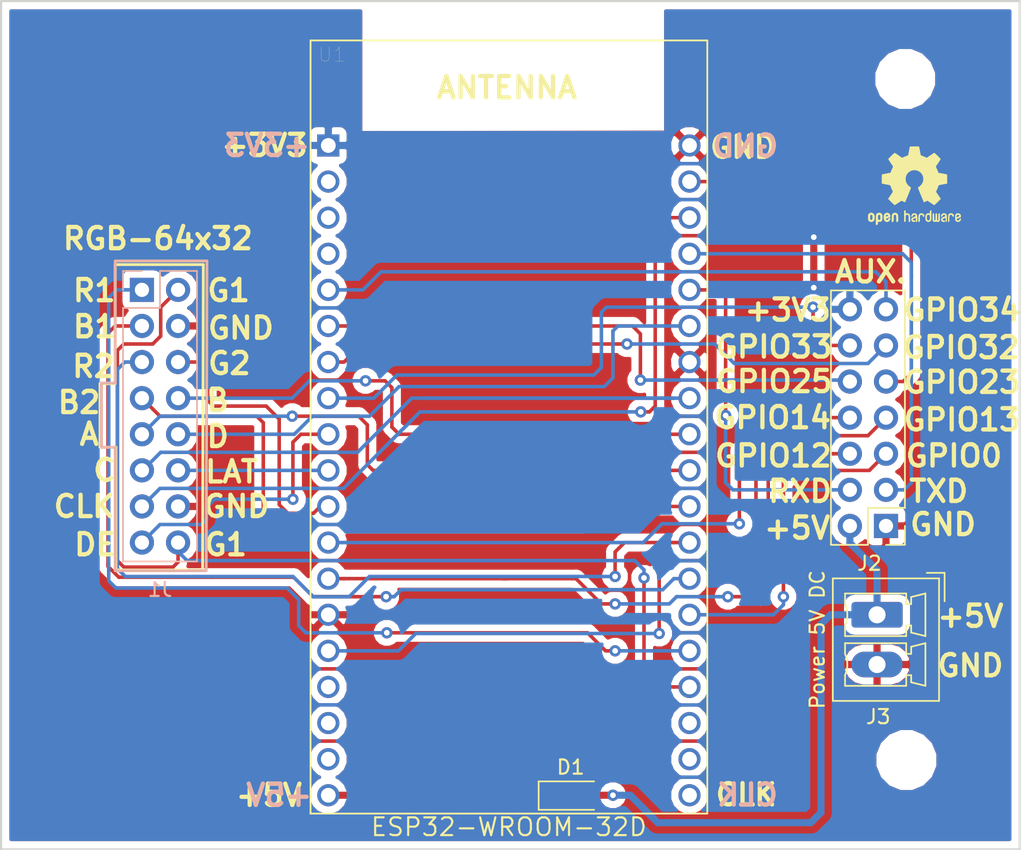
<source format=kicad_pcb>
(kicad_pcb (version 20171130) (host pcbnew 5.0.2-bee76a0~70~ubuntu18.04.1)

  (general
    (thickness 1.6)
    (drawings 66)
    (tracks 345)
    (zones 0)
    (modules 8)
    (nets 29)
  )

  (page A4)
  (layers
    (0 F.Cu signal)
    (31 B.Cu signal)
    (32 B.Adhes user)
    (33 F.Adhes user)
    (34 B.Paste user)
    (35 F.Paste user)
    (36 B.SilkS user)
    (37 F.SilkS user)
    (38 B.Mask user)
    (39 F.Mask user)
    (40 Dwgs.User user)
    (41 Cmts.User user)
    (42 Eco1.User user)
    (43 Eco2.User user)
    (44 Edge.Cuts user)
    (45 Margin user)
    (46 B.CrtYd user)
    (47 F.CrtYd user)
    (48 B.Fab user)
    (49 F.Fab user)
  )

  (setup
    (last_trace_width 0.25)
    (trace_clearance 0.2)
    (zone_clearance 0.508)
    (zone_45_only no)
    (trace_min 0.2)
    (segment_width 0.2)
    (edge_width 0.15)
    (via_size 0.8)
    (via_drill 0.4)
    (via_min_size 0.4)
    (via_min_drill 0.3)
    (uvia_size 0.3)
    (uvia_drill 0.1)
    (uvias_allowed no)
    (uvia_min_size 0.2)
    (uvia_min_drill 0.1)
    (pcb_text_width 0.3)
    (pcb_text_size 1.5 1.5)
    (mod_edge_width 0.15)
    (mod_text_size 1 1)
    (mod_text_width 0.15)
    (pad_size 0.975 1.4)
    (pad_drill 0)
    (pad_to_mask_clearance 0.051)
    (solder_mask_min_width 0.25)
    (aux_axis_origin 0 0)
    (visible_elements FFFFFFFF)
    (pcbplotparams
      (layerselection 0x010fc_ffffffff)
      (usegerberextensions false)
      (usegerberattributes false)
      (usegerberadvancedattributes false)
      (creategerberjobfile false)
      (excludeedgelayer true)
      (linewidth 0.100000)
      (plotframeref false)
      (viasonmask false)
      (mode 1)
      (useauxorigin false)
      (hpglpennumber 1)
      (hpglpenspeed 20)
      (hpglpendiameter 15.000000)
      (psnegative false)
      (psa4output false)
      (plotreference true)
      (plotvalue true)
      (plotinvisibletext false)
      (padsonsilk false)
      (subtractmaskfromsilk false)
      (outputformat 1)
      (mirror false)
      (drillshape 0)
      (scaleselection 1)
      (outputdirectory "gerber/"))
  )

  (net 0 "")
  (net 1 GND)
  (net 2 +5V)
  (net 3 /R1)
  (net 4 /B1)
  (net 5 /R2)
  (net 6 /B2)
  (net 7 /A)
  (net 8 /C)
  (net 9 /CLK)
  (net 10 /DE)
  (net 11 /G1)
  (net 12 /G2)
  (net 13 /B)
  (net 14 /D)
  (net 15 /LAT)
  (net 16 TXD)
  (net 17 RXD)
  (net 18 GPIO12)
  (net 19 GPIO13)
  (net 20 GPIO14)
  (net 21 GPIO23)
  (net 22 GPIO25)
  (net 23 GPIO32)
  (net 24 GPIO33)
  (net 25 GPIO34)
  (net 26 +3V3)
  (net 27 GPIO0)
  (net 28 "Net-(D1-Pad1)")

  (net_class Default "This is the default net class."
    (clearance 0.2)
    (trace_width 0.25)
    (via_dia 0.8)
    (via_drill 0.4)
    (uvia_dia 0.3)
    (uvia_drill 0.1)
    (add_net +3V3)
    (add_net +5V)
    (add_net /A)
    (add_net /B)
    (add_net /B1)
    (add_net /B2)
    (add_net /C)
    (add_net /CLK)
    (add_net /D)
    (add_net /DE)
    (add_net /G1)
    (add_net /G2)
    (add_net /LAT)
    (add_net /R1)
    (add_net /R2)
    (add_net GND)
    (add_net GPIO0)
    (add_net GPIO12)
    (add_net GPIO13)
    (add_net GPIO14)
    (add_net GPIO23)
    (add_net GPIO25)
    (add_net GPIO32)
    (add_net GPIO33)
    (add_net GPIO34)
    (add_net "Net-(D1-Pad1)")
    (add_net RXD)
    (add_net TXD)
  )

  (module librerias:MODULE_ESP32-DEVKITC-32D (layer F.Cu) (tedit 5F2A68A2) (tstamp 5F2A4B3A)
    (at 149.2504 95.7072)
    (path /5F267559)
    (fp_text reference U1 (at -12.446 -26.162) (layer F.SilkS)
      (effects (font (size 1.000386 1.000386) (thickness 0.015)))
    )
    (fp_text value ESP32-WROOM-32D (at 0 28.194) (layer F.SilkS)
      (effects (font (size 1.25 1.25) (thickness 0.15)))
    )
    (fp_line (start -13.95 -27.15) (end 13.95 -27.15) (layer F.Fab) (width 0.127))
    (fp_line (start 13.95 -27.15) (end 13.95 27.25) (layer F.Fab) (width 0.127))
    (fp_line (start 13.95 27.25) (end -13.95 27.25) (layer F.Fab) (width 0.127))
    (fp_line (start -13.95 27.25) (end -13.95 -27.15) (layer F.Fab) (width 0.127))
    (fp_line (start -13.95 27.25) (end -13.95 -27.15) (layer F.SilkS) (width 0.127))
    (fp_line (start -13.95 -27.15) (end 13.95 -27.15) (layer F.SilkS) (width 0.127))
    (fp_line (start 13.95 -27.15) (end 13.95 27.25) (layer F.SilkS) (width 0.127))
    (fp_line (start 13.95 27.25) (end -13.95 27.25) (layer F.SilkS) (width 0.127))
    (fp_line (start -14.2 -27.4) (end 14.2 -27.4) (layer F.CrtYd) (width 0.05))
    (fp_line (start 14.2 -27.4) (end 14.2 27.5) (layer F.CrtYd) (width 0.05))
    (fp_line (start 14.2 27.5) (end -14.2 27.5) (layer F.CrtYd) (width 0.05))
    (fp_line (start -14.2 27.5) (end -14.2 -27.4) (layer F.CrtYd) (width 0.05))
    (fp_circle (center -14.6 -19.9) (end -14.46 -19.9) (layer F.Fab) (width 0.28))
    (fp_circle (center -14.6 -19.9) (end -14.46 -19.9) (layer F.Fab) (width 0.28))
    (pad 1 thru_hole rect (at -12.7 -19.76) (size 1.56 1.56) (drill 1.04) (layers *.Cu *.Mask)
      (net 26 +3V3))
    (pad 2 thru_hole circle (at -12.7 -17.22) (size 1.56 1.56) (drill 1.04) (layers *.Cu *.Mask))
    (pad 19 thru_hole circle (at -12.7 25.96) (size 1.56 1.56) (drill 1.04) (layers *.Cu *.Mask)
      (net 28 "Net-(D1-Pad1)"))
    (pad 3 thru_hole circle (at -12.7 -14.68) (size 1.56 1.56) (drill 1.04) (layers *.Cu *.Mask))
    (pad 4 thru_hole circle (at -12.7 -12.14) (size 1.56 1.56) (drill 1.04) (layers *.Cu *.Mask))
    (pad 5 thru_hole circle (at -12.7 -9.6) (size 1.56 1.56) (drill 1.04) (layers *.Cu *.Mask)
      (net 25 GPIO34))
    (pad 6 thru_hole circle (at -12.7 -7.06) (size 1.56 1.56) (drill 1.04) (layers *.Cu *.Mask)
      (net 22 GPIO25))
    (pad 7 thru_hole circle (at -12.7 -4.52) (size 1.56 1.56) (drill 1.04) (layers *.Cu *.Mask)
      (net 23 GPIO32))
    (pad 8 thru_hole circle (at -12.7 -1.98) (size 1.56 1.56) (drill 1.04) (layers *.Cu *.Mask)
      (net 24 GPIO33))
    (pad 9 thru_hole circle (at -12.7 0.56) (size 1.56 1.56) (drill 1.04) (layers *.Cu *.Mask)
      (net 10 /DE))
    (pad 10 thru_hole circle (at -12.7 3.1) (size 1.56 1.56) (drill 1.04) (layers *.Cu *.Mask)
      (net 15 /LAT))
    (pad 11 thru_hole circle (at -12.7 5.64) (size 1.56 1.56) (drill 1.04) (layers *.Cu *.Mask)
      (net 12 /G2))
    (pad 12 thru_hole circle (at -12.7 8.18) (size 1.56 1.56) (drill 1.04) (layers *.Cu *.Mask)
      (net 20 GPIO14))
    (pad 13 thru_hole circle (at -12.7 10.72) (size 1.56 1.56) (drill 1.04) (layers *.Cu *.Mask)
      (net 18 GPIO12))
    (pad 14 thru_hole circle (at -12.7 13.26) (size 1.56 1.56) (drill 1.04) (layers *.Cu *.Mask)
      (net 1 GND))
    (pad 15 thru_hole circle (at -12.7 15.8) (size 1.56 1.56) (drill 1.04) (layers *.Cu *.Mask)
      (net 19 GPIO13))
    (pad 16 thru_hole circle (at -12.7 18.34) (size 1.56 1.56) (drill 1.04) (layers *.Cu *.Mask))
    (pad 17 thru_hole circle (at -12.7 20.88) (size 1.56 1.56) (drill 1.04) (layers *.Cu *.Mask))
    (pad 18 thru_hole circle (at -12.7 23.42) (size 1.56 1.56) (drill 1.04) (layers *.Cu *.Mask))
    (pad 20 thru_hole circle (at 12.7 -19.76) (size 1.56 1.56) (drill 1.04) (layers *.Cu *.Mask)
      (net 1 GND))
    (pad 21 thru_hole circle (at 12.7 -17.22) (size 1.56 1.56) (drill 1.04) (layers *.Cu *.Mask)
      (net 21 GPIO23))
    (pad 22 thru_hole circle (at 12.7 -14.68) (size 1.56 1.56) (drill 1.04) (layers *.Cu *.Mask)
      (net 9 /CLK))
    (pad 23 thru_hole circle (at 12.7 -12.14) (size 1.56 1.56) (drill 1.04) (layers *.Cu *.Mask)
      (net 16 TXD))
    (pad 24 thru_hole circle (at 12.7 -9.6) (size 1.56 1.56) (drill 1.04) (layers *.Cu *.Mask)
      (net 17 RXD))
    (pad 25 thru_hole circle (at 12.7 -7.06) (size 1.56 1.56) (drill 1.04) (layers *.Cu *.Mask)
      (net 14 /D))
    (pad 26 thru_hole circle (at 12.7 -4.52) (size 1.56 1.56) (drill 1.04) (layers *.Cu *.Mask)
      (net 1 GND))
    (pad 27 thru_hole circle (at 12.7 -1.98) (size 1.56 1.56) (drill 1.04) (layers *.Cu *.Mask)
      (net 8 /C))
    (pad 28 thru_hole circle (at 12.7 0.56) (size 1.56 1.56) (drill 1.04) (layers *.Cu *.Mask)
      (net 13 /B))
    (pad 29 thru_hole circle (at 12.7 3.1) (size 1.56 1.56) (drill 1.04) (layers *.Cu *.Mask)
      (net 7 /A))
    (pad 30 thru_hole circle (at 12.7 5.64) (size 1.56 1.56) (drill 1.04) (layers *.Cu *.Mask)
      (net 6 /B2))
    (pad 31 thru_hole circle (at 12.7 8.18) (size 1.56 1.56) (drill 1.04) (layers *.Cu *.Mask)
      (net 5 /R2))
    (pad 32 thru_hole circle (at 12.7 10.72) (size 1.56 1.56) (drill 1.04) (layers *.Cu *.Mask)
      (net 4 /B1))
    (pad 33 thru_hole circle (at 12.7 13.26) (size 1.56 1.56) (drill 1.04) (layers *.Cu *.Mask)
      (net 27 GPIO0))
    (pad 34 thru_hole circle (at 12.7 15.8) (size 1.56 1.56) (drill 1.04) (layers *.Cu *.Mask)
      (net 3 /R1))
    (pad 35 thru_hole circle (at 12.7 18.34) (size 1.56 1.56) (drill 1.04) (layers *.Cu *.Mask)
      (net 11 /G1))
    (pad 36 thru_hole circle (at 12.7 20.88) (size 1.56 1.56) (drill 1.04) (layers *.Cu *.Mask))
    (pad 37 thru_hole circle (at 12.7 23.42) (size 1.56 1.56) (drill 1.04) (layers *.Cu *.Mask))
    (pad 38 thru_hole circle (at 12.7 25.96) (size 1.56 1.56) (drill 1.04) (layers *.Cu *.Mask))
    (model ${KISYS3DMOD}/RF_Module.3dshapes/ESP32-DEVKITC-32D--3DModel-STEP-56544.STEP
      (offset (xyz 0 -3 4.5))
      (scale (xyz 1 1 1))
      (rotate (xyz -90 0 0))
    )
  )

  (module Connector_PinSocket_2.54mm:PinSocket_2x08_P2.54mm_Vertical (layer B.Cu) (tedit 5F29B6C7) (tstamp 5F26CB0B)
    (at 123.444 86.106 180)
    (descr "Through hole straight socket strip, 2x08, 2.54mm pitch, double cols (from Kicad 4.0.7), script generated")
    (tags "Through hole socket strip THT 2x08 2.54mm double row")
    (path /5F240942)
    (fp_text reference J1 (at -1.27 -21.082 180) (layer B.SilkS)
      (effects (font (size 1 1) (thickness 0.15)) (justify mirror))
    )
    (fp_text value 02x08 (at -1.27 -20.55 180) (layer B.Fab) hide
      (effects (font (size 1 1) (thickness 0.15)) (justify mirror))
    )
    (fp_line (start -3.81 1.27) (end 0.27 1.27) (layer B.Fab) (width 0.1))
    (fp_line (start 0.27 1.27) (end 1.27 0.27) (layer B.Fab) (width 0.1))
    (fp_line (start 1.27 0.27) (end 1.27 -19.05) (layer B.Fab) (width 0.1))
    (fp_line (start 1.27 -19.05) (end -3.81 -19.05) (layer B.Fab) (width 0.1))
    (fp_line (start -3.81 -19.05) (end -3.81 1.27) (layer B.Fab) (width 0.1))
    (fp_line (start -3.87 1.33) (end -1.27 1.33) (layer B.SilkS) (width 0.12))
    (fp_line (start -3.87 1.33) (end -3.87 -19.11) (layer B.SilkS) (width 0.12))
    (fp_line (start -3.87 -19.11) (end 1.33 -19.11) (layer B.SilkS) (width 0.12))
    (fp_line (start 1.33 -1.27) (end 1.33 -19.11) (layer B.SilkS) (width 0.12))
    (fp_line (start -1.27 -1.27) (end 1.33 -1.27) (layer B.SilkS) (width 0.12))
    (fp_line (start -1.27 1.33) (end -1.27 -1.27) (layer B.SilkS) (width 0.12))
    (fp_line (start 1.33 1.33) (end 1.33 0) (layer B.SilkS) (width 0.12))
    (fp_line (start 0 1.33) (end 1.33 1.33) (layer B.SilkS) (width 0.12))
    (fp_line (start -4.34 1.8) (end 1.76 1.8) (layer B.CrtYd) (width 0.05))
    (fp_line (start 1.76 1.8) (end 1.76 -19.55) (layer B.CrtYd) (width 0.05))
    (fp_line (start 1.76 -19.55) (end -4.34 -19.55) (layer B.CrtYd) (width 0.05))
    (fp_line (start -4.34 -19.55) (end -4.34 1.8) (layer B.CrtYd) (width 0.05))
    (fp_text user %R (at -1.27 -8.89 90) (layer B.Fab)
      (effects (font (size 1 1) (thickness 0.15)) (justify mirror))
    )
    (pad 1 thru_hole rect (at 0 0 180) (size 1.7 1.7) (drill 1) (layers *.Cu *.Mask)
      (net 3 /R1))
    (pad 2 thru_hole oval (at -2.54 0 180) (size 1.7 1.7) (drill 1) (layers *.Cu *.Mask)
      (net 11 /G1))
    (pad 3 thru_hole oval (at 0 -2.54 180) (size 1.7 1.7) (drill 1) (layers *.Cu *.Mask)
      (net 4 /B1))
    (pad 4 thru_hole oval (at -2.54 -2.54 180) (size 1.7 1.7) (drill 1) (layers *.Cu *.Mask)
      (net 1 GND))
    (pad 5 thru_hole oval (at 0 -5.08 180) (size 1.7 1.7) (drill 1) (layers *.Cu *.Mask)
      (net 5 /R2))
    (pad 6 thru_hole oval (at -2.54 -5.08 180) (size 1.7 1.7) (drill 1) (layers *.Cu *.Mask)
      (net 12 /G2))
    (pad 7 thru_hole oval (at 0 -7.62 180) (size 1.7 1.7) (drill 1) (layers *.Cu *.Mask)
      (net 6 /B2))
    (pad 8 thru_hole oval (at -2.54 -7.62 180) (size 1.7 1.7) (drill 1) (layers *.Cu *.Mask)
      (net 13 /B))
    (pad 9 thru_hole oval (at 0 -10.16 180) (size 1.7 1.7) (drill 1) (layers *.Cu *.Mask)
      (net 7 /A))
    (pad 10 thru_hole oval (at -2.54 -10.16 180) (size 1.7 1.7) (drill 1) (layers *.Cu *.Mask)
      (net 14 /D))
    (pad 11 thru_hole oval (at 0 -12.7 180) (size 1.7 1.7) (drill 1) (layers *.Cu *.Mask)
      (net 8 /C))
    (pad 12 thru_hole oval (at -2.54 -12.7 180) (size 1.7 1.7) (drill 1) (layers *.Cu *.Mask)
      (net 15 /LAT))
    (pad 13 thru_hole oval (at 0 -15.24 180) (size 1.7 1.7) (drill 1) (layers *.Cu *.Mask)
      (net 9 /CLK))
    (pad 14 thru_hole oval (at -2.54 -15.24 180) (size 1.7 1.7) (drill 1) (layers *.Cu *.Mask)
      (net 1 GND))
    (pad 15 thru_hole oval (at 0 -17.78 180) (size 1.7 1.7) (drill 1) (layers *.Cu *.Mask)
      (net 10 /DE))
    (pad 16 thru_hole oval (at -2.54 -17.78 180) (size 1.7 1.7) (drill 1) (layers *.Cu *.Mask)
      (net 11 /G1))
    (model ${KISYS3DMOD}/Connector_PinSocket_2.54mm.3dshapes/PinSocket_2x08_P2.54mm_Vertical.wrl
      (at (xyz 0 0 0))
      (scale (xyz 1 1 1))
      (rotate (xyz 0 0 0))
    )
  )

  (module Connector_PinHeader_2.54mm:PinHeader_2x07_P2.54mm_Vertical (layer F.Cu) (tedit 5F24161A) (tstamp 5F3E7F47)
    (at 175.768 102.7176 180)
    (descr "Through hole straight pin header, 2x07, 2.54mm pitch, double rows")
    (tags "Through hole pin header THT 2x07 2.54mm double row")
    (path /5F243B6F)
    (fp_text reference J2 (at 1.16586 -2.63144 180) (layer F.SilkS)
      (effects (font (size 1 1) (thickness 0.15)))
    )
    (fp_text value 02x07 (at 1.016 -2.54) (layer F.Fab) hide
      (effects (font (size 1 1) (thickness 0.15)))
    )
    (fp_text user %R (at 1.27 7.62 270) (layer F.Fab)
      (effects (font (size 1 1) (thickness 0.15)))
    )
    (fp_line (start 4.35 -1.8) (end -1.8 -1.8) (layer F.CrtYd) (width 0.05))
    (fp_line (start 4.35 17.05) (end 4.35 -1.8) (layer F.CrtYd) (width 0.05))
    (fp_line (start -1.8 17.05) (end 4.35 17.05) (layer F.CrtYd) (width 0.05))
    (fp_line (start -1.8 -1.8) (end -1.8 17.05) (layer F.CrtYd) (width 0.05))
    (fp_line (start -1.33 -1.33) (end 0 -1.33) (layer F.SilkS) (width 0.12))
    (fp_line (start -1.33 0) (end -1.33 -1.33) (layer F.SilkS) (width 0.12))
    (fp_line (start 1.27 -1.33) (end 3.87 -1.33) (layer F.SilkS) (width 0.12))
    (fp_line (start 1.27 1.27) (end 1.27 -1.33) (layer F.SilkS) (width 0.12))
    (fp_line (start -1.33 1.27) (end 1.27 1.27) (layer F.SilkS) (width 0.12))
    (fp_line (start 3.87 -1.33) (end 3.87 16.57) (layer F.SilkS) (width 0.12))
    (fp_line (start -1.33 1.27) (end -1.33 16.57) (layer F.SilkS) (width 0.12))
    (fp_line (start -1.33 16.57) (end 3.87 16.57) (layer F.SilkS) (width 0.12))
    (fp_line (start -1.27 0) (end 0 -1.27) (layer F.Fab) (width 0.1))
    (fp_line (start -1.27 16.51) (end -1.27 0) (layer F.Fab) (width 0.1))
    (fp_line (start 3.81 16.51) (end -1.27 16.51) (layer F.Fab) (width 0.1))
    (fp_line (start 3.81 -1.27) (end 3.81 16.51) (layer F.Fab) (width 0.1))
    (fp_line (start 0 -1.27) (end 3.81 -1.27) (layer F.Fab) (width 0.1))
    (pad 14 thru_hole oval (at 2.54 15.24 180) (size 1.7 1.7) (drill 1) (layers *.Cu *.Mask)
      (net 26 +3V3))
    (pad 13 thru_hole oval (at 0 15.24 180) (size 1.7 1.7) (drill 1) (layers *.Cu *.Mask)
      (net 25 GPIO34))
    (pad 12 thru_hole oval (at 2.54 12.7 180) (size 1.7 1.7) (drill 1) (layers *.Cu *.Mask)
      (net 24 GPIO33))
    (pad 11 thru_hole oval (at 0 12.7 180) (size 1.7 1.7) (drill 1) (layers *.Cu *.Mask)
      (net 23 GPIO32))
    (pad 10 thru_hole oval (at 2.54 10.16 180) (size 1.7 1.7) (drill 1) (layers *.Cu *.Mask)
      (net 22 GPIO25))
    (pad 9 thru_hole oval (at 0 10.16 180) (size 1.7 1.7) (drill 1) (layers *.Cu *.Mask)
      (net 21 GPIO23))
    (pad 8 thru_hole oval (at 2.54 7.62 180) (size 1.7 1.7) (drill 1) (layers *.Cu *.Mask)
      (net 20 GPIO14))
    (pad 7 thru_hole oval (at 0 7.62 180) (size 1.7 1.7) (drill 1) (layers *.Cu *.Mask)
      (net 19 GPIO13))
    (pad 6 thru_hole oval (at 2.54 5.08 180) (size 1.7 1.7) (drill 1) (layers *.Cu *.Mask)
      (net 18 GPIO12))
    (pad 5 thru_hole oval (at 0 5.08 180) (size 1.7 1.7) (drill 1) (layers *.Cu *.Mask)
      (net 27 GPIO0))
    (pad 4 thru_hole oval (at 2.54 2.54 180) (size 1.7 1.7) (drill 1) (layers *.Cu *.Mask)
      (net 17 RXD))
    (pad 3 thru_hole oval (at 0 2.54 180) (size 1.7 1.7) (drill 1) (layers *.Cu *.Mask)
      (net 16 TXD))
    (pad 2 thru_hole oval (at 2.54 0 180) (size 1.7 1.7) (drill 1) (layers *.Cu *.Mask)
      (net 2 +5V))
    (pad 1 thru_hole rect (at 0 0 180) (size 1.7 1.7) (drill 1) (layers *.Cu *.Mask)
      (net 1 GND))
    (model ${KISYS3DMOD}/Connector_PinHeader_2.54mm.3dshapes/PinHeader_2x07_P2.54mm_Vertical.wrl
      (at (xyz 0 0 0))
      (scale (xyz 1 1 1))
      (rotate (xyz 0 0 0))
    )
  )

  (module Connector_Phoenix_MC:PhoenixContact_MCV_1,5_2-G-3.5_1x02_P3.50mm_Vertical (layer F.Cu) (tedit 5F2A61ED) (tstamp 5F3601B3)
    (at 175.13808 108.96854 270)
    (descr "Generic Phoenix Contact connector footprint for: MCV_1,5/2-G-3.5; number of pins: 02; pin pitch: 3.50mm; Vertical || order number: 1843606 8A 160V")
    (tags "phoenix_contact connector MCV_01x02_G_3.5mm")
    (path /5F28D057)
    (fp_text reference J3 (at 7.1755 -0.08636) (layer F.SilkS)
      (effects (font (size 1 1) (thickness 0.15)))
    )
    (fp_text value "Power 5V DC" (at 1.75 4.2 270) (layer F.SilkS)
      (effects (font (size 1 1) (thickness 0.15)))
    )
    (fp_arc (start 0 3.95) (end -0.75 2.25) (angle 47.6) (layer F.SilkS) (width 0.12))
    (fp_arc (start 3.5 3.95) (end 2.75 2.25) (angle 47.6) (layer F.SilkS) (width 0.12))
    (fp_line (start -2.56 -4.36) (end -2.56 3.11) (layer F.SilkS) (width 0.12))
    (fp_line (start -2.56 3.11) (end 6.06 3.11) (layer F.SilkS) (width 0.12))
    (fp_line (start 6.06 3.11) (end 6.06 -4.36) (layer F.SilkS) (width 0.12))
    (fp_line (start 6.06 -4.36) (end -2.56 -4.36) (layer F.SilkS) (width 0.12))
    (fp_line (start -2.45 -4.25) (end -2.45 3) (layer F.Fab) (width 0.1))
    (fp_line (start -2.45 3) (end 5.95 3) (layer F.Fab) (width 0.1))
    (fp_line (start 5.95 3) (end 5.95 -4.25) (layer F.Fab) (width 0.1))
    (fp_line (start 5.95 -4.25) (end -2.45 -4.25) (layer F.Fab) (width 0.1))
    (fp_line (start -0.75 2.25) (end -1.5 2.25) (layer F.SilkS) (width 0.12))
    (fp_line (start -1.5 2.25) (end -1.5 -2.05) (layer F.SilkS) (width 0.12))
    (fp_line (start -1.5 -2.05) (end -0.75 -2.05) (layer F.SilkS) (width 0.12))
    (fp_line (start -0.75 -2.05) (end -0.75 -2.4) (layer F.SilkS) (width 0.12))
    (fp_line (start -0.75 -2.4) (end -1.25 -2.4) (layer F.SilkS) (width 0.12))
    (fp_line (start -1.25 -2.4) (end -1.5 -3.4) (layer F.SilkS) (width 0.12))
    (fp_line (start -1.5 -3.4) (end 1.5 -3.4) (layer F.SilkS) (width 0.12))
    (fp_line (start 1.5 -3.4) (end 1.25 -2.4) (layer F.SilkS) (width 0.12))
    (fp_line (start 1.25 -2.4) (end 0.75 -2.4) (layer F.SilkS) (width 0.12))
    (fp_line (start 0.75 -2.4) (end 0.75 -2.05) (layer F.SilkS) (width 0.12))
    (fp_line (start 0.75 -2.05) (end 1.5 -2.05) (layer F.SilkS) (width 0.12))
    (fp_line (start 1.5 -2.05) (end 1.5 2.25) (layer F.SilkS) (width 0.12))
    (fp_line (start 1.5 2.25) (end 0.75 2.25) (layer F.SilkS) (width 0.12))
    (fp_line (start 2.75 2.25) (end 2 2.25) (layer F.SilkS) (width 0.12))
    (fp_line (start 2 2.25) (end 2 -2.05) (layer F.SilkS) (width 0.12))
    (fp_line (start 2 -2.05) (end 2.75 -2.05) (layer F.SilkS) (width 0.12))
    (fp_line (start 2.75 -2.05) (end 2.75 -2.4) (layer F.SilkS) (width 0.12))
    (fp_line (start 2.75 -2.4) (end 2.25 -2.4) (layer F.SilkS) (width 0.12))
    (fp_line (start 2.25 -2.4) (end 2 -3.4) (layer F.SilkS) (width 0.12))
    (fp_line (start 2 -3.4) (end 5 -3.4) (layer F.SilkS) (width 0.12))
    (fp_line (start 5 -3.4) (end 4.75 -2.4) (layer F.SilkS) (width 0.12))
    (fp_line (start 4.75 -2.4) (end 4.25 -2.4) (layer F.SilkS) (width 0.12))
    (fp_line (start 4.25 -2.4) (end 4.25 -2.05) (layer F.SilkS) (width 0.12))
    (fp_line (start 4.25 -2.05) (end 5 -2.05) (layer F.SilkS) (width 0.12))
    (fp_line (start 5 -2.05) (end 5 2.25) (layer F.SilkS) (width 0.12))
    (fp_line (start 5 2.25) (end 4.25 2.25) (layer F.SilkS) (width 0.12))
    (fp_line (start -2.95 -4.75) (end -2.95 3.5) (layer F.CrtYd) (width 0.05))
    (fp_line (start -2.95 3.5) (end 6.45 3.5) (layer F.CrtYd) (width 0.05))
    (fp_line (start 6.45 3.5) (end 6.45 -4.75) (layer F.CrtYd) (width 0.05))
    (fp_line (start 6.45 -4.75) (end -2.95 -4.75) (layer F.CrtYd) (width 0.05))
    (fp_line (start -2.95 -3.5) (end -2.95 -4.75) (layer F.SilkS) (width 0.12))
    (fp_line (start -2.95 -4.75) (end -0.95 -4.75) (layer F.SilkS) (width 0.12))
    (fp_line (start -2.95 -3.5) (end -2.95 -4.75) (layer F.Fab) (width 0.1))
    (fp_line (start -2.95 -4.75) (end -0.95 -4.75) (layer F.Fab) (width 0.1))
    (fp_text user %R (at 7.1882 -0.07366) (layer F.Fab)
      (effects (font (size 1 1) (thickness 0.15)))
    )
    (pad 1 thru_hole roundrect (at 0 0 270) (size 1.8 3.6) (drill 1.2) (layers *.Cu *.Mask) (roundrect_rratio 0.138889)
      (net 2 +5V))
    (pad 2 thru_hole oval (at 3.5 0 270) (size 1.8 3.6) (drill 1.2) (layers *.Cu *.Mask)
      (net 1 GND))
    (model ${KISYS3DMOD}/Connector_Phoenix_MC.3dshapes/PhoenixContact_MCV_1,5_2-G-3.5_1x02_P3.50mm_Vertical.wrl
      (at (xyz 0 0 0))
      (scale (xyz 1 1 1))
      (rotate (xyz 0 0 0))
    )
  )

  (module Diode_SMD:D_SOD-123 (layer F.Cu) (tedit 58645DC7) (tstamp 5F363CC8)
    (at 153.59126 121.6914)
    (descr SOD-123)
    (tags SOD-123)
    (path /5F2474B2)
    (attr smd)
    (fp_text reference D1 (at 0 -2) (layer F.SilkS)
      (effects (font (size 1 1) (thickness 0.15)))
    )
    (fp_text value 1N5819 (at 0 2.1) (layer F.Fab)
      (effects (font (size 1 1) (thickness 0.15)))
    )
    (fp_text user %R (at 0 -2) (layer F.Fab)
      (effects (font (size 1 1) (thickness 0.15)))
    )
    (fp_line (start -2.25 -1) (end -2.25 1) (layer F.SilkS) (width 0.12))
    (fp_line (start 0.25 0) (end 0.75 0) (layer F.Fab) (width 0.1))
    (fp_line (start 0.25 0.4) (end -0.35 0) (layer F.Fab) (width 0.1))
    (fp_line (start 0.25 -0.4) (end 0.25 0.4) (layer F.Fab) (width 0.1))
    (fp_line (start -0.35 0) (end 0.25 -0.4) (layer F.Fab) (width 0.1))
    (fp_line (start -0.35 0) (end -0.35 0.55) (layer F.Fab) (width 0.1))
    (fp_line (start -0.35 0) (end -0.35 -0.55) (layer F.Fab) (width 0.1))
    (fp_line (start -0.75 0) (end -0.35 0) (layer F.Fab) (width 0.1))
    (fp_line (start -1.4 0.9) (end -1.4 -0.9) (layer F.Fab) (width 0.1))
    (fp_line (start 1.4 0.9) (end -1.4 0.9) (layer F.Fab) (width 0.1))
    (fp_line (start 1.4 -0.9) (end 1.4 0.9) (layer F.Fab) (width 0.1))
    (fp_line (start -1.4 -0.9) (end 1.4 -0.9) (layer F.Fab) (width 0.1))
    (fp_line (start -2.35 -1.15) (end 2.35 -1.15) (layer F.CrtYd) (width 0.05))
    (fp_line (start 2.35 -1.15) (end 2.35 1.15) (layer F.CrtYd) (width 0.05))
    (fp_line (start 2.35 1.15) (end -2.35 1.15) (layer F.CrtYd) (width 0.05))
    (fp_line (start -2.35 -1.15) (end -2.35 1.15) (layer F.CrtYd) (width 0.05))
    (fp_line (start -2.25 1) (end 1.65 1) (layer F.SilkS) (width 0.12))
    (fp_line (start -2.25 -1) (end 1.65 -1) (layer F.SilkS) (width 0.12))
    (pad 1 smd rect (at -1.65 0) (size 0.9 1.2) (layers F.Cu F.Paste F.Mask)
      (net 28 "Net-(D1-Pad1)"))
    (pad 2 smd rect (at 1.65 0) (size 0.9 1.2) (layers F.Cu F.Paste F.Mask)
      (net 2 +5V))
    (model ${KISYS3DMOD}/Diode_SMD.3dshapes/D_SOD-123.wrl
      (at (xyz 0 0 0))
      (scale (xyz 1 1 1))
      (rotate (xyz 0 0 0))
    )
  )

  (module MountingHole:MountingHole_3.2mm_M3_DIN965 (layer F.Cu) (tedit 5F2A666A) (tstamp 5F3E3879)
    (at 177.12182 71.26732)
    (descr "Mounting Hole 3.2mm, no annular, M3, DIN965")
    (tags "mounting hole 3.2mm no annular m3 din965")
    (attr virtual)
    (fp_text reference REF** (at 0.21082 -0.50546) (layer F.SilkS) hide
      (effects (font (size 1 1) (thickness 0.15)))
    )
    (fp_text value Hole_3.2mm (at 0 3.8) (layer F.Fab) hide
      (effects (font (size 1 1) (thickness 0.15)))
    )
    (fp_circle (center 0 0) (end 3.05 0) (layer F.CrtYd) (width 0.05))
    (fp_circle (center 0 0) (end 2.8 0) (layer Cmts.User) (width 0.15))
    (fp_text user %R (at 0.3 0) (layer F.Fab)
      (effects (font (size 1 1) (thickness 0.15)))
    )
    (pad 1 np_thru_hole circle (at 0 0) (size 3.2 3.2) (drill 3.2) (layers *.Cu *.Mask))
  )

  (module MountingHole:MountingHole_3.2mm_M3_DIN965 (layer F.Cu) (tedit 5F2A664F) (tstamp 5F3E3AA4)
    (at 177.2031 119.1895)
    (descr "Mounting Hole 3.2mm, no annular, M3, DIN965")
    (tags "mounting hole 3.2mm no annular m3 din965")
    (attr virtual)
    (fp_text reference REF** (at 0.17272 -1.8034) (layer F.SilkS) hide
      (effects (font (size 1 1) (thickness 0.15)))
    )
    (fp_text value Hole_3.2mm (at 0.10414 2.50698) (layer F.Fab) hide
      (effects (font (size 1 1) (thickness 0.15)))
    )
    (fp_circle (center 0 0) (end 3.05 0) (layer F.CrtYd) (width 0.05))
    (fp_circle (center 0 0) (end 2.8 0) (layer Cmts.User) (width 0.15))
    (fp_text user %R (at 0.3 0) (layer F.Fab)
      (effects (font (size 1 1) (thickness 0.15)))
    )
    (pad 1 np_thru_hole circle (at 0 0) (size 3.2 3.2) (drill 3.2) (layers *.Cu *.Mask))
  )

  (module Symbol:OSHW-Logo2_7.3x6mm_SilkScreen (layer F.Cu) (tedit 5F2A66E5) (tstamp 5F3E4719)
    (at 177.76952 78.77302)
    (descr "Open Source Hardware Symbol")
    (tags "Logo Symbol OSHW")
    (attr virtual)
    (fp_text reference REF** (at 0 0) (layer F.SilkS) hide
      (effects (font (size 1 1) (thickness 0.15)))
    )
    (fp_text value OSHW-Logo (at 0.75 0) (layer F.Fab) hide
      (effects (font (size 1 1) (thickness 0.15)))
    )
    (fp_poly (pts (xy 0.10391 -2.757652) (xy 0.182454 -2.757222) (xy 0.239298 -2.756058) (xy 0.278105 -2.753793)
      (xy 0.302538 -2.75006) (xy 0.316262 -2.744494) (xy 0.32294 -2.736727) (xy 0.326236 -2.726395)
      (xy 0.326556 -2.725057) (xy 0.331562 -2.700921) (xy 0.340829 -2.653299) (xy 0.353392 -2.587259)
      (xy 0.368287 -2.507872) (xy 0.384551 -2.420204) (xy 0.385119 -2.417125) (xy 0.40141 -2.331211)
      (xy 0.416652 -2.255304) (xy 0.429861 -2.193955) (xy 0.440054 -2.151718) (xy 0.446248 -2.133145)
      (xy 0.446543 -2.132816) (xy 0.464788 -2.123747) (xy 0.502405 -2.108633) (xy 0.551271 -2.090738)
      (xy 0.551543 -2.090642) (xy 0.613093 -2.067507) (xy 0.685657 -2.038035) (xy 0.754057 -2.008403)
      (xy 0.757294 -2.006938) (xy 0.868702 -1.956374) (xy 1.115399 -2.12484) (xy 1.191077 -2.176197)
      (xy 1.259631 -2.222111) (xy 1.317088 -2.25997) (xy 1.359476 -2.287163) (xy 1.382825 -2.301079)
      (xy 1.385042 -2.302111) (xy 1.40201 -2.297516) (xy 1.433701 -2.275345) (xy 1.481352 -2.234553)
      (xy 1.546198 -2.174095) (xy 1.612397 -2.109773) (xy 1.676214 -2.046388) (xy 1.733329 -1.988549)
      (xy 1.780305 -1.939825) (xy 1.813703 -1.90379) (xy 1.830085 -1.884016) (xy 1.830694 -1.882998)
      (xy 1.832505 -1.869428) (xy 1.825683 -1.847267) (xy 1.80854 -1.813522) (xy 1.779393 -1.7652)
      (xy 1.736555 -1.699308) (xy 1.679448 -1.614483) (xy 1.628766 -1.539823) (xy 1.583461 -1.47286)
      (xy 1.54615 -1.417484) (xy 1.519452 -1.37758) (xy 1.505985 -1.357038) (xy 1.505137 -1.355644)
      (xy 1.506781 -1.335962) (xy 1.519245 -1.297707) (xy 1.540048 -1.248111) (xy 1.547462 -1.232272)
      (xy 1.579814 -1.16171) (xy 1.614328 -1.081647) (xy 1.642365 -1.012371) (xy 1.662568 -0.960955)
      (xy 1.678615 -0.921881) (xy 1.687888 -0.901459) (xy 1.689041 -0.899886) (xy 1.706096 -0.897279)
      (xy 1.746298 -0.890137) (xy 1.804302 -0.879477) (xy 1.874763 -0.866315) (xy 1.952335 -0.851667)
      (xy 2.031672 -0.836551) (xy 2.107431 -0.821982) (xy 2.174264 -0.808978) (xy 2.226828 -0.798555)
      (xy 2.259776 -0.79173) (xy 2.267857 -0.789801) (xy 2.276205 -0.785038) (xy 2.282506 -0.774282)
      (xy 2.287045 -0.753902) (xy 2.290104 -0.720266) (xy 2.291967 -0.669745) (xy 2.292918 -0.598708)
      (xy 2.29324 -0.503524) (xy 2.293257 -0.464508) (xy 2.293257 -0.147201) (xy 2.217057 -0.132161)
      (xy 2.174663 -0.124005) (xy 2.1114 -0.112101) (xy 2.034962 -0.097884) (xy 1.953043 -0.08279)
      (xy 1.9304 -0.078645) (xy 1.854806 -0.063947) (xy 1.788953 -0.049495) (xy 1.738366 -0.036625)
      (xy 1.708574 -0.026678) (xy 1.703612 -0.023713) (xy 1.691426 -0.002717) (xy 1.673953 0.037967)
      (xy 1.654577 0.090322) (xy 1.650734 0.1016) (xy 1.625339 0.171523) (xy 1.593817 0.250418)
      (xy 1.562969 0.321266) (xy 1.562817 0.321595) (xy 1.511447 0.432733) (xy 1.680399 0.681253)
      (xy 1.849352 0.929772) (xy 1.632429 1.147058) (xy 1.566819 1.211726) (xy 1.506979 1.268733)
      (xy 1.456267 1.315033) (xy 1.418046 1.347584) (xy 1.395675 1.363343) (xy 1.392466 1.364343)
      (xy 1.373626 1.356469) (xy 1.33518 1.334578) (xy 1.28133 1.301267) (xy 1.216276 1.259131)
      (xy 1.14594 1.211943) (xy 1.074555 1.16381) (xy 1.010908 1.121928) (xy 0.959041 1.088871)
      (xy 0.922995 1.067218) (xy 0.906867 1.059543) (xy 0.887189 1.066037) (xy 0.849875 1.08315)
      (xy 0.802621 1.107326) (xy 0.797612 1.110013) (xy 0.733977 1.141927) (xy 0.690341 1.157579)
      (xy 0.663202 1.157745) (xy 0.649057 1.143204) (xy 0.648975 1.143) (xy 0.641905 1.125779)
      (xy 0.625042 1.084899) (xy 0.599695 1.023525) (xy 0.567171 0.944819) (xy 0.528778 0.851947)
      (xy 0.485822 0.748072) (xy 0.444222 0.647502) (xy 0.398504 0.536516) (xy 0.356526 0.433703)
      (xy 0.319548 0.342215) (xy 0.288827 0.265201) (xy 0.265622 0.205815) (xy 0.25119 0.167209)
      (xy 0.246743 0.1528) (xy 0.257896 0.136272) (xy 0.287069 0.10993) (xy 0.325971 0.080887)
      (xy 0.436757 -0.010961) (xy 0.523351 -0.116241) (xy 0.584716 -0.232734) (xy 0.619815 -0.358224)
      (xy 0.627608 -0.490493) (xy 0.621943 -0.551543) (xy 0.591078 -0.678205) (xy 0.53792 -0.790059)
      (xy 0.465767 -0.885999) (xy 0.377917 -0.964924) (xy 0.277665 -1.02573) (xy 0.16831 -1.067313)
      (xy 0.053147 -1.088572) (xy -0.064525 -1.088401) (xy -0.18141 -1.065699) (xy -0.294211 -1.019362)
      (xy -0.399631 -0.948287) (xy -0.443632 -0.908089) (xy -0.528021 -0.804871) (xy -0.586778 -0.692075)
      (xy -0.620296 -0.57299) (xy -0.628965 -0.450905) (xy -0.613177 -0.329107) (xy -0.573322 -0.210884)
      (xy -0.509793 -0.099525) (xy -0.422979 0.001684) (xy -0.325971 0.080887) (xy -0.285563 0.111162)
      (xy -0.257018 0.137219) (xy -0.246743 0.152825) (xy -0.252123 0.169843) (xy -0.267425 0.2105)
      (xy -0.291388 0.271642) (xy -0.322756 0.350119) (xy -0.360268 0.44278) (xy -0.402667 0.546472)
      (xy -0.444337 0.647526) (xy -0.49031 0.758607) (xy -0.532893 0.861541) (xy -0.570779 0.953165)
      (xy -0.60266 1.030316) (xy -0.627229 1.089831) (xy -0.64318 1.128544) (xy -0.64909 1.143)
      (xy -0.663052 1.157685) (xy -0.69006 1.157642) (xy -0.733587 1.142099) (xy -0.79711 1.110284)
      (xy -0.797612 1.110013) (xy -0.84544 1.085323) (xy -0.884103 1.067338) (xy -0.905905 1.059614)
      (xy -0.906867 1.059543) (xy -0.923279 1.067378) (xy -0.959513 1.089165) (xy -1.011526 1.122328)
      (xy -1.075275 1.164291) (xy -1.14594 1.211943) (xy -1.217884 1.260191) (xy -1.282726 1.302151)
      (xy -1.336265 1.335227) (xy -1.374303 1.356821) (xy -1.392467 1.364343) (xy -1.409192 1.354457)
      (xy -1.44282 1.326826) (xy -1.48999 1.284495) (xy -1.547342 1.230505) (xy -1.611516 1.167899)
      (xy -1.632503 1.146983) (xy -1.849501 0.929623) (xy -1.684332 0.68722) (xy -1.634136 0.612781)
      (xy -1.590081 0.545972) (xy -1.554638 0.490665) (xy -1.530281 0.450729) (xy -1.519478 0.430036)
      (xy -1.519162 0.428563) (xy -1.524857 0.409058) (xy -1.540174 0.369822) (xy -1.562463 0.31743)
      (xy -1.578107 0.282355) (xy -1.607359 0.215201) (xy -1.634906 0.147358) (xy -1.656263 0.090034)
      (xy -1.662065 0.072572) (xy -1.678548 0.025938) (xy -1.69466 -0.010095) (xy -1.70351 -0.023713)
      (xy -1.72304 -0.032048) (xy -1.765666 -0.043863) (xy -1.825855 -0.057819) (xy -1.898078 -0.072578)
      (xy -1.9304 -0.078645) (xy -2.012478 -0.093727) (xy -2.091205 -0.108331) (xy -2.158891 -0.12102)
      (xy -2.20784 -0.130358) (xy -2.217057 -0.132161) (xy -2.293257 -0.147201) (xy -2.293257 -0.464508)
      (xy -2.293086 -0.568846) (xy -2.292384 -0.647787) (xy -2.290866 -0.704962) (xy -2.288251 -0.744001)
      (xy -2.284254 -0.768535) (xy -2.278591 -0.782195) (xy -2.27098 -0.788611) (xy -2.267857 -0.789801)
      (xy -2.249022 -0.79402) (xy -2.207412 -0.802438) (xy -2.14837 -0.814039) (xy -2.077243 -0.827805)
      (xy -1.999375 -0.84272) (xy -1.920113 -0.857768) (xy -1.844802 -0.871931) (xy -1.778787 -0.884194)
      (xy -1.727413 -0.893539) (xy -1.696025 -0.89895) (xy -1.689041 -0.899886) (xy -1.682715 -0.912404)
      (xy -1.66871 -0.945754) (xy -1.649645 -0.993623) (xy -1.642366 -1.012371) (xy -1.613004 -1.084805)
      (xy -1.578429 -1.16483) (xy -1.547463 -1.232272) (xy -1.524677 -1.283841) (xy -1.509518 -1.326215)
      (xy -1.504458 -1.352166) (xy -1.505264 -1.355644) (xy -1.515959 -1.372064) (xy -1.54038 -1.408583)
      (xy -1.575905 -1.461313) (xy -1.619913 -1.526365) (xy -1.669783 -1.599849) (xy -1.679644 -1.614355)
      (xy -1.737508 -1.700296) (xy -1.780044 -1.765739) (xy -1.808946 -1.813696) (xy -1.82591 -1.84718)
      (xy -1.832633 -1.869205) (xy -1.83081 -1.882783) (xy -1.830764 -1.882869) (xy -1.816414 -1.900703)
      (xy -1.784677 -1.935183) (xy -1.73899 -1.982732) (xy -1.682796 -2.039778) (xy -1.619532 -2.102745)
      (xy -1.612398 -2.109773) (xy -1.53267 -2.18698) (xy -1.471143 -2.24367) (xy -1.426579 -2.28089)
      (xy -1.397743 -2.299685) (xy -1.385042 -2.302111) (xy -1.366506 -2.291529) (xy -1.328039 -2.267084)
      (xy -1.273614 -2.231388) (xy -1.207202 -2.187053) (xy -1.132775 -2.136689) (xy -1.115399 -2.12484)
      (xy -0.868703 -1.956374) (xy -0.757294 -2.006938) (xy -0.689543 -2.036405) (xy -0.616817 -2.066041)
      (xy -0.554297 -2.08967) (xy -0.551543 -2.090642) (xy -0.50264 -2.108543) (xy -0.464943 -2.12368)
      (xy -0.446575 -2.13279) (xy -0.446544 -2.132816) (xy -0.440715 -2.149283) (xy -0.430808 -2.189781)
      (xy -0.417805 -2.249758) (xy -0.402691 -2.32466) (xy -0.386448 -2.409936) (xy -0.385119 -2.417125)
      (xy -0.368825 -2.504986) (xy -0.353867 -2.58474) (xy -0.341209 -2.651319) (xy -0.331814 -2.699653)
      (xy -0.326646 -2.724675) (xy -0.326556 -2.725057) (xy -0.323411 -2.735701) (xy -0.317296 -2.743738)
      (xy -0.304547 -2.749533) (xy -0.2815 -2.753453) (xy -0.244491 -2.755865) (xy -0.189856 -2.757135)
      (xy -0.113933 -2.757629) (xy -0.013056 -2.757714) (xy 0 -2.757714) (xy 0.10391 -2.757652)) (layer F.SilkS) (width 0.01))
    (fp_poly (pts (xy 3.153595 1.966966) (xy 3.211021 2.004497) (xy 3.238719 2.038096) (xy 3.260662 2.099064)
      (xy 3.262405 2.147308) (xy 3.258457 2.211816) (xy 3.109686 2.276934) (xy 3.037349 2.310202)
      (xy 2.990084 2.336964) (xy 2.965507 2.360144) (xy 2.961237 2.382667) (xy 2.974889 2.407455)
      (xy 2.989943 2.423886) (xy 3.033746 2.450235) (xy 3.081389 2.452081) (xy 3.125145 2.431546)
      (xy 3.157289 2.390752) (xy 3.163038 2.376347) (xy 3.190576 2.331356) (xy 3.222258 2.312182)
      (xy 3.265714 2.295779) (xy 3.265714 2.357966) (xy 3.261872 2.400283) (xy 3.246823 2.435969)
      (xy 3.21528 2.476943) (xy 3.210592 2.482267) (xy 3.175506 2.51872) (xy 3.145347 2.538283)
      (xy 3.107615 2.547283) (xy 3.076335 2.55023) (xy 3.020385 2.550965) (xy 2.980555 2.54166)
      (xy 2.955708 2.527846) (xy 2.916656 2.497467) (xy 2.889625 2.464613) (xy 2.872517 2.423294)
      (xy 2.863238 2.367521) (xy 2.859693 2.291305) (xy 2.85941 2.252622) (xy 2.860372 2.206247)
      (xy 2.948007 2.206247) (xy 2.949023 2.231126) (xy 2.951556 2.2352) (xy 2.968274 2.229665)
      (xy 3.004249 2.215017) (xy 3.052331 2.19419) (xy 3.062386 2.189714) (xy 3.123152 2.158814)
      (xy 3.156632 2.131657) (xy 3.16399 2.10622) (xy 3.146391 2.080481) (xy 3.131856 2.069109)
      (xy 3.07941 2.046364) (xy 3.030322 2.050122) (xy 2.989227 2.077884) (xy 2.960758 2.127152)
      (xy 2.951631 2.166257) (xy 2.948007 2.206247) (xy 2.860372 2.206247) (xy 2.861285 2.162249)
      (xy 2.868196 2.095384) (xy 2.881884 2.046695) (xy 2.904096 2.010849) (xy 2.936574 1.982513)
      (xy 2.950733 1.973355) (xy 3.015053 1.949507) (xy 3.085473 1.948006) (xy 3.153595 1.966966)) (layer F.SilkS) (width 0.01))
    (fp_poly (pts (xy 2.6526 1.958752) (xy 2.669948 1.966334) (xy 2.711356 1.999128) (xy 2.746765 2.046547)
      (xy 2.768664 2.097151) (xy 2.772229 2.122098) (xy 2.760279 2.156927) (xy 2.734067 2.175357)
      (xy 2.705964 2.186516) (xy 2.693095 2.188572) (xy 2.686829 2.173649) (xy 2.674456 2.141175)
      (xy 2.669028 2.126502) (xy 2.63859 2.075744) (xy 2.59452 2.050427) (xy 2.53801 2.051206)
      (xy 2.533825 2.052203) (xy 2.503655 2.066507) (xy 2.481476 2.094393) (xy 2.466327 2.139287)
      (xy 2.45725 2.204615) (xy 2.453286 2.293804) (xy 2.452914 2.341261) (xy 2.45273 2.416071)
      (xy 2.451522 2.467069) (xy 2.448309 2.499471) (xy 2.442109 2.518495) (xy 2.43194 2.529356)
      (xy 2.416819 2.537272) (xy 2.415946 2.53767) (xy 2.386828 2.549981) (xy 2.372403 2.554514)
      (xy 2.370186 2.540809) (xy 2.368289 2.502925) (xy 2.366847 2.445715) (xy 2.365998 2.374027)
      (xy 2.365829 2.321565) (xy 2.366692 2.220047) (xy 2.37007 2.143032) (xy 2.377142 2.086023)
      (xy 2.389088 2.044526) (xy 2.40709 2.014043) (xy 2.432327 1.99008) (xy 2.457247 1.973355)
      (xy 2.517171 1.951097) (xy 2.586911 1.946076) (xy 2.6526 1.958752)) (layer F.SilkS) (width 0.01))
    (fp_poly (pts (xy 2.144876 1.956335) (xy 2.186667 1.975344) (xy 2.219469 1.998378) (xy 2.243503 2.024133)
      (xy 2.260097 2.057358) (xy 2.270577 2.1028) (xy 2.276271 2.165207) (xy 2.278507 2.249327)
      (xy 2.278743 2.304721) (xy 2.278743 2.520826) (xy 2.241774 2.53767) (xy 2.212656 2.549981)
      (xy 2.198231 2.554514) (xy 2.195472 2.541025) (xy 2.193282 2.504653) (xy 2.191942 2.451542)
      (xy 2.191657 2.409372) (xy 2.190434 2.348447) (xy 2.187136 2.300115) (xy 2.182321 2.270518)
      (xy 2.178496 2.264229) (xy 2.152783 2.270652) (xy 2.112418 2.287125) (xy 2.065679 2.309458)
      (xy 2.020845 2.333457) (xy 1.986193 2.35493) (xy 1.970002 2.369685) (xy 1.969938 2.369845)
      (xy 1.97133 2.397152) (xy 1.983818 2.423219) (xy 2.005743 2.444392) (xy 2.037743 2.451474)
      (xy 2.065092 2.450649) (xy 2.103826 2.450042) (xy 2.124158 2.459116) (xy 2.136369 2.483092)
      (xy 2.137909 2.487613) (xy 2.143203 2.521806) (xy 2.129047 2.542568) (xy 2.092148 2.552462)
      (xy 2.052289 2.554292) (xy 1.980562 2.540727) (xy 1.943432 2.521355) (xy 1.897576 2.475845)
      (xy 1.873256 2.419983) (xy 1.871073 2.360957) (xy 1.891629 2.305953) (xy 1.922549 2.271486)
      (xy 1.95342 2.252189) (xy 2.001942 2.227759) (xy 2.058485 2.202985) (xy 2.06791 2.199199)
      (xy 2.130019 2.171791) (xy 2.165822 2.147634) (xy 2.177337 2.123619) (xy 2.16658 2.096635)
      (xy 2.148114 2.075543) (xy 2.104469 2.049572) (xy 2.056446 2.047624) (xy 2.012406 2.067637)
      (xy 1.980709 2.107551) (xy 1.976549 2.117848) (xy 1.952327 2.155724) (xy 1.916965 2.183842)
      (xy 1.872343 2.206917) (xy 1.872343 2.141485) (xy 1.874969 2.101506) (xy 1.88623 2.069997)
      (xy 1.911199 2.036378) (xy 1.935169 2.010484) (xy 1.972441 1.973817) (xy 2.001401 1.954121)
      (xy 2.032505 1.94622) (xy 2.067713 1.944914) (xy 2.144876 1.956335)) (layer F.SilkS) (width 0.01))
    (fp_poly (pts (xy 1.779833 1.958663) (xy 1.782048 1.99685) (xy 1.783784 2.054886) (xy 1.784899 2.12818)
      (xy 1.785257 2.205055) (xy 1.785257 2.465196) (xy 1.739326 2.511127) (xy 1.707675 2.539429)
      (xy 1.67989 2.550893) (xy 1.641915 2.550168) (xy 1.62684 2.548321) (xy 1.579726 2.542948)
      (xy 1.540756 2.539869) (xy 1.531257 2.539585) (xy 1.499233 2.541445) (xy 1.453432 2.546114)
      (xy 1.435674 2.548321) (xy 1.392057 2.551735) (xy 1.362745 2.54432) (xy 1.33368 2.521427)
      (xy 1.323188 2.511127) (xy 1.277257 2.465196) (xy 1.277257 1.978602) (xy 1.314226 1.961758)
      (xy 1.346059 1.949282) (xy 1.364683 1.944914) (xy 1.369458 1.958718) (xy 1.373921 1.997286)
      (xy 1.377775 2.056356) (xy 1.380722 2.131663) (xy 1.382143 2.195286) (xy 1.386114 2.445657)
      (xy 1.420759 2.450556) (xy 1.452268 2.447131) (xy 1.467708 2.436041) (xy 1.472023 2.415308)
      (xy 1.475708 2.371145) (xy 1.478469 2.309146) (xy 1.480012 2.234909) (xy 1.480235 2.196706)
      (xy 1.480457 1.976783) (xy 1.526166 1.960849) (xy 1.558518 1.950015) (xy 1.576115 1.944962)
      (xy 1.576623 1.944914) (xy 1.578388 1.958648) (xy 1.580329 1.99673) (xy 1.582282 2.054482)
      (xy 1.584084 2.127227) (xy 1.585343 2.195286) (xy 1.589314 2.445657) (xy 1.6764 2.445657)
      (xy 1.680396 2.21724) (xy 1.684392 1.988822) (xy 1.726847 1.966868) (xy 1.758192 1.951793)
      (xy 1.776744 1.944951) (xy 1.777279 1.944914) (xy 1.779833 1.958663)) (layer F.SilkS) (width 0.01))
    (fp_poly (pts (xy 1.190117 2.065358) (xy 1.189933 2.173837) (xy 1.189219 2.257287) (xy 1.187675 2.319704)
      (xy 1.185001 2.365085) (xy 1.180894 2.397429) (xy 1.175055 2.420733) (xy 1.167182 2.438995)
      (xy 1.161221 2.449418) (xy 1.111855 2.505945) (xy 1.049264 2.541377) (xy 0.980013 2.55409)
      (xy 0.910668 2.542463) (xy 0.869375 2.521568) (xy 0.826025 2.485422) (xy 0.796481 2.441276)
      (xy 0.778655 2.383462) (xy 0.770463 2.306313) (xy 0.769302 2.249714) (xy 0.769458 2.245647)
      (xy 0.870857 2.245647) (xy 0.871476 2.31055) (xy 0.874314 2.353514) (xy 0.88084 2.381622)
      (xy 0.892523 2.401953) (xy 0.906483 2.417288) (xy 0.953365 2.44689) (xy 1.003701 2.449419)
      (xy 1.051276 2.424705) (xy 1.054979 2.421356) (xy 1.070783 2.403935) (xy 1.080693 2.383209)
      (xy 1.086058 2.352362) (xy 1.088228 2.304577) (xy 1.088571 2.251748) (xy 1.087827 2.185381)
      (xy 1.084748 2.141106) (xy 1.078061 2.112009) (xy 1.066496 2.091173) (xy 1.057013 2.080107)
      (xy 1.01296 2.052198) (xy 0.962224 2.048843) (xy 0.913796 2.070159) (xy 0.90445 2.078073)
      (xy 0.88854 2.095647) (xy 0.87861 2.116587) (xy 0.873278 2.147782) (xy 0.871163 2.196122)
      (xy 0.870857 2.245647) (xy 0.769458 2.245647) (xy 0.77281 2.158568) (xy 0.784726 2.090086)
      (xy 0.807135 2.0386) (xy 0.842124 1.998443) (xy 0.869375 1.977861) (xy 0.918907 1.955625)
      (xy 0.976316 1.945304) (xy 1.029682 1.948067) (xy 1.059543 1.959212) (xy 1.071261 1.962383)
      (xy 1.079037 1.950557) (xy 1.084465 1.918866) (xy 1.088571 1.870593) (xy 1.093067 1.816829)
      (xy 1.099313 1.784482) (xy 1.110676 1.765985) (xy 1.130528 1.75377) (xy 1.143 1.748362)
      (xy 1.190171 1.728601) (xy 1.190117 2.065358)) (layer F.SilkS) (width 0.01))
    (fp_poly (pts (xy 0.529926 1.949755) (xy 0.595858 1.974084) (xy 0.649273 2.017117) (xy 0.670164 2.047409)
      (xy 0.692939 2.102994) (xy 0.692466 2.143186) (xy 0.668562 2.170217) (xy 0.659717 2.174813)
      (xy 0.62153 2.189144) (xy 0.602028 2.185472) (xy 0.595422 2.161407) (xy 0.595086 2.148114)
      (xy 0.582992 2.09921) (xy 0.551471 2.064999) (xy 0.507659 2.048476) (xy 0.458695 2.052634)
      (xy 0.418894 2.074227) (xy 0.40545 2.086544) (xy 0.395921 2.101487) (xy 0.389485 2.124075)
      (xy 0.385317 2.159328) (xy 0.382597 2.212266) (xy 0.380502 2.287907) (xy 0.37996 2.311857)
      (xy 0.377981 2.39379) (xy 0.375731 2.451455) (xy 0.372357 2.489608) (xy 0.367006 2.513004)
      (xy 0.358824 2.526398) (xy 0.346959 2.534545) (xy 0.339362 2.538144) (xy 0.307102 2.550452)
      (xy 0.288111 2.554514) (xy 0.281836 2.540948) (xy 0.278006 2.499934) (xy 0.2766 2.430999)
      (xy 0.277598 2.333669) (xy 0.277908 2.318657) (xy 0.280101 2.229859) (xy 0.282693 2.165019)
      (xy 0.286382 2.119067) (xy 0.291864 2.086935) (xy 0.299835 2.063553) (xy 0.310993 2.043852)
      (xy 0.31683 2.03541) (xy 0.350296 1.998057) (xy 0.387727 1.969003) (xy 0.392309 1.966467)
      (xy 0.459426 1.946443) (xy 0.529926 1.949755)) (layer F.SilkS) (width 0.01))
    (fp_poly (pts (xy 0.039744 1.950968) (xy 0.096616 1.972087) (xy 0.097267 1.972493) (xy 0.13244 1.99838)
      (xy 0.158407 2.028633) (xy 0.17667 2.068058) (xy 0.188732 2.121462) (xy 0.196096 2.193651)
      (xy 0.200264 2.289432) (xy 0.200629 2.303078) (xy 0.205876 2.508842) (xy 0.161716 2.531678)
      (xy 0.129763 2.54711) (xy 0.11047 2.554423) (xy 0.109578 2.554514) (xy 0.106239 2.541022)
      (xy 0.103587 2.504626) (xy 0.101956 2.451452) (xy 0.1016 2.408393) (xy 0.101592 2.338641)
      (xy 0.098403 2.294837) (xy 0.087288 2.273944) (xy 0.063501 2.272925) (xy 0.022296 2.288741)
      (xy -0.039914 2.317815) (xy -0.085659 2.341963) (xy -0.109187 2.362913) (xy -0.116104 2.385747)
      (xy -0.116114 2.386877) (xy -0.104701 2.426212) (xy -0.070908 2.447462) (xy -0.019191 2.450539)
      (xy 0.018061 2.450006) (xy 0.037703 2.460735) (xy 0.049952 2.486505) (xy 0.057002 2.519337)
      (xy 0.046842 2.537966) (xy 0.043017 2.540632) (xy 0.007001 2.55134) (xy -0.043434 2.552856)
      (xy -0.095374 2.545759) (xy -0.132178 2.532788) (xy -0.183062 2.489585) (xy -0.211986 2.429446)
      (xy -0.217714 2.382462) (xy -0.213343 2.340082) (xy -0.197525 2.305488) (xy -0.166203 2.274763)
      (xy -0.115322 2.24399) (xy -0.040824 2.209252) (xy -0.036286 2.207288) (xy 0.030821 2.176287)
      (xy 0.072232 2.150862) (xy 0.089981 2.128014) (xy 0.086107 2.104745) (xy 0.062643 2.078056)
      (xy 0.055627 2.071914) (xy 0.00863 2.0481) (xy -0.040067 2.049103) (xy -0.082478 2.072451)
      (xy -0.110616 2.115675) (xy -0.113231 2.12416) (xy -0.138692 2.165308) (xy -0.170999 2.185128)
      (xy -0.217714 2.20477) (xy -0.217714 2.15395) (xy -0.203504 2.080082) (xy -0.161325 2.012327)
      (xy -0.139376 1.989661) (xy -0.089483 1.960569) (xy -0.026033 1.9474) (xy 0.039744 1.950968)) (layer F.SilkS) (width 0.01))
    (fp_poly (pts (xy -0.624114 1.851289) (xy -0.619861 1.910613) (xy -0.614975 1.945572) (xy -0.608205 1.96082)
      (xy -0.598298 1.961015) (xy -0.595086 1.959195) (xy -0.552356 1.946015) (xy -0.496773 1.946785)
      (xy -0.440263 1.960333) (xy -0.404918 1.977861) (xy -0.368679 2.005861) (xy -0.342187 2.037549)
      (xy -0.324001 2.077813) (xy -0.312678 2.131543) (xy -0.306778 2.203626) (xy -0.304857 2.298951)
      (xy -0.304823 2.317237) (xy -0.3048 2.522646) (xy -0.350509 2.53858) (xy -0.382973 2.54942)
      (xy -0.400785 2.554468) (xy -0.401309 2.554514) (xy -0.403063 2.540828) (xy -0.404556 2.503076)
      (xy -0.405674 2.446224) (xy -0.406303 2.375234) (xy -0.4064 2.332073) (xy -0.406602 2.246973)
      (xy -0.407642 2.185981) (xy -0.410169 2.144177) (xy -0.414836 2.116642) (xy -0.422293 2.098456)
      (xy -0.433189 2.084698) (xy -0.439993 2.078073) (xy -0.486728 2.051375) (xy -0.537728 2.049375)
      (xy -0.583999 2.071955) (xy -0.592556 2.080107) (xy -0.605107 2.095436) (xy -0.613812 2.113618)
      (xy -0.619369 2.139909) (xy -0.622474 2.179562) (xy -0.623824 2.237832) (xy -0.624114 2.318173)
      (xy -0.624114 2.522646) (xy -0.669823 2.53858) (xy -0.702287 2.54942) (xy -0.720099 2.554468)
      (xy -0.720623 2.554514) (xy -0.721963 2.540623) (xy -0.723172 2.501439) (xy -0.724199 2.4407)
      (xy -0.724998 2.362141) (xy -0.725519 2.269498) (xy -0.725714 2.166509) (xy -0.725714 1.769342)
      (xy -0.678543 1.749444) (xy -0.631371 1.729547) (xy -0.624114 1.851289)) (layer F.SilkS) (width 0.01))
    (fp_poly (pts (xy -1.831697 1.931239) (xy -1.774473 1.969735) (xy -1.730251 2.025335) (xy -1.703833 2.096086)
      (xy -1.69849 2.148162) (xy -1.699097 2.169893) (xy -1.704178 2.186531) (xy -1.718145 2.201437)
      (xy -1.745411 2.217973) (xy -1.790388 2.239498) (xy -1.857489 2.269374) (xy -1.857829 2.269524)
      (xy -1.919593 2.297813) (xy -1.970241 2.322933) (xy -2.004596 2.342179) (xy -2.017482 2.352848)
      (xy -2.017486 2.352934) (xy -2.006128 2.376166) (xy -1.979569 2.401774) (xy -1.949077 2.420221)
      (xy -1.93363 2.423886) (xy -1.891485 2.411212) (xy -1.855192 2.379471) (xy -1.837483 2.344572)
      (xy -1.820448 2.318845) (xy -1.787078 2.289546) (xy -1.747851 2.264235) (xy -1.713244 2.250471)
      (xy -1.706007 2.249714) (xy -1.697861 2.26216) (xy -1.69737 2.293972) (xy -1.703357 2.336866)
      (xy -1.714643 2.382558) (xy -1.73005 2.422761) (xy -1.730829 2.424322) (xy -1.777196 2.489062)
      (xy -1.837289 2.533097) (xy -1.905535 2.554711) (xy -1.976362 2.552185) (xy -2.044196 2.523804)
      (xy -2.047212 2.521808) (xy -2.100573 2.473448) (xy -2.13566 2.410352) (xy -2.155078 2.327387)
      (xy -2.157684 2.304078) (xy -2.162299 2.194055) (xy -2.156767 2.142748) (xy -2.017486 2.142748)
      (xy -2.015676 2.174753) (xy -2.005778 2.184093) (xy -1.981102 2.177105) (xy -1.942205 2.160587)
      (xy -1.898725 2.139881) (xy -1.897644 2.139333) (xy -1.860791 2.119949) (xy -1.846 2.107013)
      (xy -1.849647 2.093451) (xy -1.865005 2.075632) (xy -1.904077 2.049845) (xy -1.946154 2.04795)
      (xy -1.983897 2.066717) (xy -2.009966 2.102915) (xy -2.017486 2.142748) (xy -2.156767 2.142748)
      (xy -2.152806 2.106027) (xy -2.12845 2.036212) (xy -2.094544 1.987302) (xy -2.033347 1.937878)
      (xy -1.965937 1.913359) (xy -1.89712 1.911797) (xy -1.831697 1.931239)) (layer F.SilkS) (width 0.01))
    (fp_poly (pts (xy -2.958885 1.921962) (xy -2.890855 1.957733) (xy -2.840649 2.015301) (xy -2.822815 2.052312)
      (xy -2.808937 2.107882) (xy -2.801833 2.178096) (xy -2.80116 2.254727) (xy -2.806573 2.329552)
      (xy -2.81773 2.394342) (xy -2.834286 2.440873) (xy -2.839374 2.448887) (xy -2.899645 2.508707)
      (xy -2.971231 2.544535) (xy -3.048908 2.55502) (xy -3.127452 2.53881) (xy -3.149311 2.529092)
      (xy -3.191878 2.499143) (xy -3.229237 2.459433) (xy -3.232768 2.454397) (xy -3.247119 2.430124)
      (xy -3.256606 2.404178) (xy -3.26221 2.370022) (xy -3.264914 2.321119) (xy -3.265701 2.250935)
      (xy -3.265714 2.2352) (xy -3.265678 2.230192) (xy -3.120571 2.230192) (xy -3.119727 2.29643)
      (xy -3.116404 2.340386) (xy -3.109417 2.368779) (xy -3.097584 2.388325) (xy -3.091543 2.394857)
      (xy -3.056814 2.41968) (xy -3.023097 2.418548) (xy -2.989005 2.397016) (xy -2.968671 2.374029)
      (xy -2.956629 2.340478) (xy -2.949866 2.287569) (xy -2.949402 2.281399) (xy -2.948248 2.185513)
      (xy -2.960312 2.114299) (xy -2.98543 2.068194) (xy -3.02344 2.047635) (xy -3.037008 2.046514)
      (xy -3.072636 2.052152) (xy -3.097006 2.071686) (xy -3.111907 2.109042) (xy -3.119125 2.16815)
      (xy -3.120571 2.230192) (xy -3.265678 2.230192) (xy -3.265174 2.160413) (xy -3.262904 2.108159)
      (xy -3.257932 2.071949) (xy -3.249287 2.045299) (xy -3.235995 2.021722) (xy -3.233057 2.017338)
      (xy -3.183687 1.958249) (xy -3.129891 1.923947) (xy -3.064398 1.910331) (xy -3.042158 1.909665)
      (xy -2.958885 1.921962)) (layer F.SilkS) (width 0.01))
    (fp_poly (pts (xy -1.283907 1.92778) (xy -1.237328 1.954723) (xy -1.204943 1.981466) (xy -1.181258 2.009484)
      (xy -1.164941 2.043748) (xy -1.154661 2.089227) (xy -1.149086 2.150892) (xy -1.146884 2.233711)
      (xy -1.146629 2.293246) (xy -1.146629 2.512391) (xy -1.208314 2.540044) (xy -1.27 2.567697)
      (xy -1.277257 2.32767) (xy -1.280256 2.238028) (xy -1.283402 2.172962) (xy -1.287299 2.128026)
      (xy -1.292553 2.09877) (xy -1.299769 2.080748) (xy -1.30955 2.069511) (xy -1.312688 2.067079)
      (xy -1.360239 2.048083) (xy -1.408303 2.0556) (xy -1.436914 2.075543) (xy -1.448553 2.089675)
      (xy -1.456609 2.10822) (xy -1.461729 2.136334) (xy -1.464559 2.179173) (xy -1.465744 2.241895)
      (xy -1.465943 2.307261) (xy -1.465982 2.389268) (xy -1.467386 2.447316) (xy -1.472086 2.486465)
      (xy -1.482013 2.51178) (xy -1.499097 2.528323) (xy -1.525268 2.541156) (xy -1.560225 2.554491)
      (xy -1.598404 2.569007) (xy -1.593859 2.311389) (xy -1.592029 2.218519) (xy -1.589888 2.149889)
      (xy -1.586819 2.100711) (xy -1.582206 2.066198) (xy -1.575432 2.041562) (xy -1.565881 2.022016)
      (xy -1.554366 2.00477) (xy -1.49881 1.94968) (xy -1.43102 1.917822) (xy -1.357287 1.910191)
      (xy -1.283907 1.92778)) (layer F.SilkS) (width 0.01))
    (fp_poly (pts (xy -2.400256 1.919918) (xy -2.344799 1.947568) (xy -2.295852 1.99848) (xy -2.282371 2.017338)
      (xy -2.267686 2.042015) (xy -2.258158 2.068816) (xy -2.252707 2.104587) (xy -2.250253 2.156169)
      (xy -2.249714 2.224267) (xy -2.252148 2.317588) (xy -2.260606 2.387657) (xy -2.276826 2.439931)
      (xy -2.302546 2.479869) (xy -2.339503 2.512929) (xy -2.342218 2.514886) (xy -2.37864 2.534908)
      (xy -2.422498 2.544815) (xy -2.478276 2.547257) (xy -2.568952 2.547257) (xy -2.56899 2.635283)
      (xy -2.569834 2.684308) (xy -2.574976 2.713065) (xy -2.588413 2.730311) (xy -2.614142 2.744808)
      (xy -2.620321 2.747769) (xy -2.649236 2.761648) (xy -2.671624 2.770414) (xy -2.688271 2.771171)
      (xy -2.699964 2.761023) (xy -2.70749 2.737073) (xy -2.711634 2.696426) (xy -2.713185 2.636186)
      (xy -2.712929 2.553455) (xy -2.711651 2.445339) (xy -2.711252 2.413) (xy -2.709815 2.301524)
      (xy -2.708528 2.228603) (xy -2.569029 2.228603) (xy -2.568245 2.290499) (xy -2.56476 2.330997)
      (xy -2.556876 2.357708) (xy -2.542895 2.378244) (xy -2.533403 2.38826) (xy -2.494596 2.417567)
      (xy -2.460237 2.419952) (xy -2.424784 2.39575) (xy -2.423886 2.394857) (xy -2.409461 2.376153)
      (xy -2.400687 2.350732) (xy -2.396261 2.311584) (xy -2.394882 2.251697) (xy -2.394857 2.23843)
      (xy -2.398188 2.155901) (xy -2.409031 2.098691) (xy -2.42866 2.063766) (xy -2.45835 2.048094)
      (xy -2.475509 2.046514) (xy -2.516234 2.053926) (xy -2.544168 2.07833) (xy -2.560983 2.12298)
      (xy -2.56835 2.19113) (xy -2.569029 2.228603) (xy -2.708528 2.228603) (xy -2.708292 2.215245)
      (xy -2.706323 2.150333) (xy -2.70355 2.102958) (xy -2.699612 2.06929) (xy -2.694151 2.045498)
      (xy -2.686808 2.027753) (xy -2.677223 2.012224) (xy -2.673113 2.006381) (xy -2.618595 1.951185)
      (xy -2.549664 1.91989) (xy -2.469928 1.911165) (xy -2.400256 1.919918)) (layer F.SilkS) (width 0.01))
  )

  (gr_text G1 (at 129.3368 104.0384) (layer F.SilkS) (tstamp 5F3E40F7)
    (effects (font (size 1.5 1.5) (thickness 0.3)))
  )
  (gr_line (start 121.5644 92.6592) (end 121.5644 84.1248) (layer B.SilkS) (width 0.2))
  (gr_line (start 120.5992 92.6592) (end 121.5644 92.6592) (layer B.SilkS) (width 0.2))
  (gr_line (start 120.5992 97.1804) (end 120.5992 92.6592) (layer B.SilkS) (width 0.2))
  (gr_line (start 121.5644 97.1804) (end 120.5992 97.1804) (layer B.SilkS) (width 0.2))
  (gr_line (start 121.5644 97.6884) (end 121.5644 97.1804) (layer B.SilkS) (width 0.2))
  (gr_line (start 121.5644 105.8672) (end 121.5644 97.6884) (layer B.SilkS) (width 0.2))
  (gr_line (start 121.6152 105.8672) (end 121.5644 105.8672) (layer B.SilkS) (width 0.2))
  (gr_line (start 127.9652 105.8672) (end 121.6152 105.8672) (layer B.SilkS) (width 0.2))
  (gr_line (start 128.016 84.074) (end 127.9652 105.8672) (layer B.SilkS) (width 0.2))
  (gr_line (start 121.5644 84.074) (end 128.016 84.074) (layer B.SilkS) (width 0.2))
  (gr_line (start 120.4976 92.71) (end 121.5644 92.71) (layer F.SilkS) (width 0.2))
  (gr_line (start 120.4976 93.4212) (end 120.4976 92.71) (layer F.SilkS) (width 0.2))
  (gr_line (start 120.4976 97.1804) (end 120.4976 93.4212) (layer F.SilkS) (width 0.2))
  (gr_line (start 121.6152 97.1804) (end 120.4976 97.1804) (layer F.SilkS) (width 0.2))
  (gr_line (start 121.6152 105.8164) (end 121.6152 97.1804) (layer F.SilkS) (width 0.2))
  (gr_line (start 127.7112 105.8164) (end 121.6152 105.8164) (layer F.SilkS) (width 0.2))
  (gr_line (start 127.762 84.328) (end 127.7112 105.8164) (layer F.SilkS) (width 0.2))
  (gr_line (start 121.5644 84.328) (end 127.762 84.328) (layer F.SilkS) (width 0.2))
  (gr_text GPIO34 (at 181.102 87.5284) (layer F.SilkS) (tstamp 5F308472)
    (effects (font (size 1.5 1.5) (thickness 0.3)))
  )
  (gr_text GPIO32 (at 181.0512 90.17) (layer F.SilkS) (tstamp 5F308472)
    (effects (font (size 1.5 1.5) (thickness 0.3)))
  )
  (gr_text GPIO23 (at 181.102 92.6084) (layer F.SilkS) (tstamp 5F308472)
    (effects (font (size 1.5 1.5) (thickness 0.3)))
  )
  (gr_text GPIO13 (at 181.102 95.25) (layer F.SilkS) (tstamp 5F308472)
    (effects (font (size 1.5 1.5) (thickness 0.3)))
  )
  (gr_text GPIO0 (at 180.5432 97.79) (layer F.SilkS) (tstamp 5F308472)
    (effects (font (size 1.5 1.5) (thickness 0.3)))
  )
  (gr_text TXD (at 179.4764 100.2792) (layer F.SilkS) (tstamp 5F308472)
    (effects (font (size 1.5 1.5) (thickness 0.3)))
  )
  (gr_text GND (at 179.7812 102.616) (layer F.SilkS) (tstamp 5F308472)
    (effects (font (size 1.5 1.5) (thickness 0.3)))
  )
  (gr_text +5V (at 132.37718 121.66854) (layer F.SilkS)
    (effects (font (size 1.5 1.5) (thickness 0.3)))
  )
  (gr_text CLK (at 165.93058 121.63298) (layer F.SilkS)
    (effects (font (size 1.5 1.5) (thickness 0.3)))
  )
  (gr_text +3V3 (at 132.0673 75.94092) (layer F.SilkS)
    (effects (font (size 1.5 1.5) (thickness 0.3)))
  )
  (gr_text GND (at 165.7096 76.07046) (layer F.SilkS)
    (effects (font (size 1.5 1.5) (thickness 0.3)))
  )
  (gr_text ANTENNA (at 149.10308 71.882) (layer F.SilkS)
    (effects (font (size 1.5 1.5) (thickness 0.3)))
  )
  (gr_text CLK (at 166.02964 121.64568) (layer B.SilkS) (tstamp 5F241BD8)
    (effects (font (size 1.5 1.5) (thickness 0.3)) (justify mirror))
  )
  (gr_text +3V3 (at 132.24002 75.94092) (layer B.SilkS) (tstamp 5F241AA0)
    (effects (font (size 1.5 1.5) (thickness 0.3)) (justify mirror))
  )
  (gr_text +5V (at 133.096 121.666) (layer B.SilkS) (tstamp 5F240FC0)
    (effects (font (size 1.5 1.5) (thickness 0.3)) (justify mirror))
  )
  (gr_text GND (at 165.87978 75.9841) (layer B.SilkS) (tstamp 5F39E0FD)
    (effects (font (size 1.5 1.5) (thickness 0.3)) (justify mirror))
  )
  (gr_line (start 113.538 125.476) (end 113.538 65.786) (layer Edge.Cuts) (width 0.15) (tstamp 5F26C5F7))
  (gr_text AUX. (at 174.7012 84.836) (layer F.SilkS)
    (effects (font (size 1.5 1.5) (thickness 0.3)))
  )
  (gr_text RGB-64x32 (at 124.5616 82.4992) (layer F.SilkS)
    (effects (font (size 1.5 1.5) (thickness 0.3)))
  )
  (gr_line (start 121.5644 84.328) (end 121.5644 92.71) (layer F.SilkS) (width 0.2))
  (gr_text GND (at 181.70652 112.54994) (layer F.SilkS) (tstamp 5F308472)
    (effects (font (size 1.5 1.5) (thickness 0.3)))
  )
  (gr_text +5V (at 181.70652 109.07014) (layer F.SilkS) (tstamp 5F308472)
    (effects (font (size 1.5 1.5) (thickness 0.3)))
  )
  (gr_text +3V3 (at 168.8592 87.5284) (layer F.SilkS) (tstamp 5F308472)
    (effects (font (size 1.5 1.5) (thickness 0.3)))
  )
  (gr_text GPIO33 (at 167.894 90.1192) (layer F.SilkS) (tstamp 5F26C5F4)
    (effects (font (size 1.5 1.5) (thickness 0.3)))
  )
  (gr_text GPIO25 (at 167.894 92.5576) (layer F.SilkS) (tstamp 5F26C5F1)
    (effects (font (size 1.5 1.5) (thickness 0.3)))
  )
  (gr_text GPIO14 (at 167.7924 95.0976) (layer F.SilkS) (tstamp 5F26C5EE)
    (effects (font (size 1.5 1.5) (thickness 0.3)))
  )
  (gr_text GPIO12 (at 167.8432 97.79) (layer F.SilkS) (tstamp 5F26C5EB)
    (effects (font (size 1.5 1.5) (thickness 0.3)))
  )
  (gr_text RXD (at 169.7228 100.2792) (layer F.SilkS) (tstamp 5F308472)
    (effects (font (size 1.5 1.5) (thickness 0.3)))
  )
  (gr_text +5V (at 169.5196 102.87) (layer F.SilkS) (tstamp 5F308472)
    (effects (font (size 1.5 1.5) (thickness 0.3)))
  )
  (gr_line (start 185.166 125.476) (end 113.538 125.476) (layer Edge.Cuts) (width 0.15))
  (gr_line (start 185.166 65.786) (end 185.166 125.476) (layer Edge.Cuts) (width 0.15))
  (gr_line (start 113.538 65.786) (end 185.166 65.786) (layer Edge.Cuts) (width 0.15))
  (gr_text GND (at 130.0988 101.346) (layer F.SilkS) (tstamp 5F308472)
    (effects (font (size 1.5 1.5) (thickness 0.3)))
  )
  (gr_text LAT (at 129.7432 98.9076) (layer F.SilkS) (tstamp 5F308472)
    (effects (font (size 1.5 1.5) (thickness 0.3)))
  )
  (gr_text C (at 120.8024 98.806) (layer F.SilkS) (tstamp 5F308472)
    (effects (font (size 1.5 1.5) (thickness 0.3)))
  )
  (gr_text CLK (at 119.38 101.346) (layer F.SilkS) (tstamp 5F308472)
    (effects (font (size 1.5 1.5) (thickness 0.3)))
  )
  (gr_text DE (at 120.142 104.0384) (layer F.SilkS) (tstamp 5F308472)
    (effects (font (size 1.5 1.5) (thickness 0.3)))
  )
  (gr_text D (at 128.778 96.4184) (layer F.SilkS) (tstamp 5F308472)
    (effects (font (size 1.5 1.5) (thickness 0.3)))
  )
  (gr_text B (at 128.778 93.8784) (layer F.SilkS) (tstamp 5F308472)
    (effects (font (size 1.5 1.5) (thickness 0.3)))
  )
  (gr_text A (at 119.7356 96.266) (layer F.SilkS) (tstamp 5F308472)
    (effects (font (size 1.5 1.5) (thickness 0.3)))
  )
  (gr_text G2 (at 129.5908 91.2876) (layer F.SilkS) (tstamp 5F308472)
    (effects (font (size 1.5 1.5) (thickness 0.3)))
  )
  (gr_text B2 (at 119.0244 94.0308) (layer F.SilkS) (tstamp 5F308348)
    (effects (font (size 1.5 1.5) (thickness 0.3)))
  )
  (gr_text R2 (at 120.0404 91.4908) (layer F.SilkS) (tstamp 5F30821E)
    (effects (font (size 1.5 1.5) (thickness 0.3)))
  )
  (gr_text GND (at 130.4036 88.7984) (layer F.SilkS)
    (effects (font (size 1.5 1.5) (thickness 0.3)))
  )
  (gr_text G1 (at 129.54 86.1568) (layer F.SilkS)
    (effects (font (size 1.5 1.5) (thickness 0.3)))
  )
  (gr_text B1 (at 120.0912 88.6968) (layer F.SilkS)
    (effects (font (size 1.5 1.5) (thickness 0.3)))
  )
  (gr_text R1 (at 120.0912 86.1568) (layer F.SilkS)
    (effects (font (size 1.5 1.5) (thickness 0.3)))
  )

  (segment (start 160.67532 110.81512) (end 160.77438 110.71606) (width 0.25) (layer F.Cu) (net 1))
  (segment (start 159.24784 95.5167) (end 157.861 95.5167) (width 0.25) (layer F.Cu) (net 1))
  (segment (start 162.6108 112.776) (end 161.1376 112.776) (width 0.25) (layer F.Cu) (net 1))
  (segment (start 155.448 106.1212) (end 155.448 106.426) (width 0.25) (layer F.Cu) (net 1))
  (segment (start 155.448 106.426) (end 156.2608 107.2388) (width 0.25) (layer F.Cu) (net 1))
  (segment (start 156.2608 107.2388) (end 157.1752 107.2388) (width 0.25) (layer F.Cu) (net 1))
  (segment (start 157.734 106.5276) (end 157.734 105.5116) (width 0.25) (layer F.Cu) (net 1))
  (segment (start 162.6616 117.856) (end 161.2392 117.856) (width 0.25) (layer F.Cu) (net 1))
  (segment (start 135.8392 112.776) (end 137.2616 112.776) (width 0.25) (layer F.Cu) (net 1))
  (segment (start 162.6616 94.996) (end 161.29 94.996) (width 0.25) (layer F.Cu) (net 1))
  (segment (start 135.7884 92.456) (end 137.6172 92.456) (width 0.25) (layer F.Cu) (net 1))
  (segment (start 162.814 100.076) (end 161.1884 100.076) (width 0.25) (layer F.Cu) (net 1))
  (segment (start 162.6108 97.536) (end 161.0868 97.536) (width 0.25) (layer F.Cu) (net 1))
  (segment (start 161.1376 79.756) (end 162.8648 79.756) (width 0.25) (layer F.Cu) (net 1))
  (segment (start 162.56 102.616) (end 161.2392 102.616) (width 0.25) (layer F.Cu) (net 1))
  (segment (start 137.1473 117.856) (end 135.9408 117.856) (width 0.25) (layer F.Cu) (net 1))
  (segment (start 135.5852 97.536) (end 137.3632 97.536) (width 0.25) (layer F.Cu) (net 1) (tstamp 5F3F3464))
  (segment (start 135.6106 105.156) (end 137.3886 105.156) (width 0.25) (layer F.Cu) (net 1) (tstamp 5F3F3576))
  (segment (start 162.6108 82.296) (end 161.2392 82.296) (width 0.25) (layer F.Cu) (net 1) (tstamp 5F40FEB2))
  (segment (start 136.5504 108.9672) (end 135.0784 108.9672) (width 0.5) (layer F.Cu) (net 1) (status 10))
  (segment (start 137.653486 108.9672) (end 137.654686 108.966) (width 0.25) (layer F.Cu) (net 1))
  (segment (start 136.5504 108.9672) (end 137.653486 108.9672) (width 0.5) (layer F.Cu) (net 1) (status 10))
  (segment (start 137.654686 108.966) (end 138.0236 108.966) (width 0.5) (layer F.Cu) (net 1))
  (segment (start 161.29 110.236) (end 161.2392 110.236) (width 0.25) (layer F.Cu) (net 1))
  (segment (start 162.6616 110.236) (end 161.29 110.236) (width 0.25) (layer F.Cu) (net 1))
  (segment (start 161.29 110.236) (end 161.1376 110.236) (width 0.25) (layer F.Cu) (net 1))
  (segment (start 173.228 102.7176) (end 173.228 103.919681) (width 0.5) (layer B.Cu) (net 2) (status 10))
  (segment (start 159.7152 123.5964) (end 157.7848 121.666) (width 0.5) (layer B.Cu) (net 2))
  (via (at 156.5656 121.666) (size 0.8) (drill 0.4) (layers F.Cu B.Cu) (net 2))
  (segment (start 157.7848 121.666) (end 156.5656 121.666) (width 0.5) (layer B.Cu) (net 2))
  (segment (start 171.196 122.8852) (end 170.4848 123.5964) (width 0.5) (layer B.Cu) (net 2))
  (segment (start 170.4848 123.5964) (end 159.7152 123.5964) (width 0.5) (layer B.Cu) (net 2))
  (segment (start 156.5656 121.666) (end 155.2428 121.666) (width 0.5) (layer F.Cu) (net 2) (status 20))
  (segment (start 175.13808 108.96854) (end 175.13808 105.829761) (width 0.5) (layer B.Cu) (net 2) (status 10))
  (segment (start 175.13808 105.829761) (end 174.916439 105.60812) (width 0.5) (layer B.Cu) (net 2))
  (segment (start 173.228 103.919681) (end 174.916439 105.60812) (width 0.5) (layer B.Cu) (net 2))
  (segment (start 173.23808 108.96854) (end 173.23554 108.966) (width 0.25) (layer B.Cu) (net 2))
  (segment (start 171.86656 108.966) (end 171.196 109.63656) (width 0.5) (layer B.Cu) (net 2))
  (segment (start 173.23554 108.966) (end 171.86656 108.966) (width 0.5) (layer B.Cu) (net 2))
  (segment (start 171.196 109.63656) (end 171.196 122.8852) (width 0.5) (layer B.Cu) (net 2))
  (segment (start 175.13808 108.96854) (end 173.23808 108.96854) (width 0.5) (layer B.Cu) (net 2) (status 10))
  (segment (start 161.9504 111.5072) (end 160.847314 111.5072) (width 0.25) (layer B.Cu) (net 3) (status 10))
  (via (at 140.6652 110.236) (size 0.8) (drill 0.4) (layers F.Cu B.Cu) (net 3))
  (segment (start 154.780715 110.236) (end 154.432 110.236) (width 0.25) (layer F.Cu) (net 3))
  (segment (start 156.050715 111.506) (end 154.780715 110.236) (width 0.25) (layer F.Cu) (net 3))
  (segment (start 140.6652 110.236) (end 154.432 110.236) (width 0.25) (layer F.Cu) (net 3))
  (segment (start 156.050715 111.506) (end 156.718 111.506) (width 0.25) (layer F.Cu) (net 3))
  (via (at 156.718 111.506) (size 0.8) (drill 0.4) (layers F.Cu B.Cu) (net 3))
  (segment (start 160.846114 111.506) (end 156.718 111.506) (width 0.25) (layer B.Cu) (net 3))
  (segment (start 160.847314 111.5072) (end 160.846114 111.506) (width 0.25) (layer B.Cu) (net 3))
  (segment (start 121.666 86.106) (end 123.444 86.106) (width 0.25) (layer B.Cu) (net 3) (status 20))
  (segment (start 121.1072 86.6648) (end 121.666 86.106) (width 0.25) (layer B.Cu) (net 3))
  (segment (start 121.1072 106.5784) (end 121.1072 86.6648) (width 0.25) (layer B.Cu) (net 3))
  (segment (start 140.6652 110.236) (end 134.9756 110.236) (width 0.25) (layer B.Cu) (net 3))
  (segment (start 134.9756 110.236) (end 134.4676 109.728) (width 0.25) (layer B.Cu) (net 3))
  (segment (start 134.4676 109.728) (end 134.4676 107.8992) (width 0.25) (layer B.Cu) (net 3))
  (segment (start 134.4676 107.8992) (end 133.6548 107.0864) (width 0.25) (layer B.Cu) (net 3))
  (segment (start 133.6548 107.0864) (end 121.6152 107.0864) (width 0.25) (layer B.Cu) (net 3))
  (segment (start 121.6152 107.0864) (end 121.1072 106.5784) (width 0.25) (layer B.Cu) (net 3))
  (segment (start 123.444 88.646) (end 122.241919 88.646) (width 0.25) (layer F.Cu) (net 4) (status 10))
  (segment (start 122.241919 88.646) (end 121.5644 88.646) (width 0.25) (layer F.Cu) (net 4))
  (segment (start 121.5644 88.646) (end 121.0564 89.154) (width 0.25) (layer F.Cu) (net 4))
  (segment (start 121.0564 105.41) (end 121.0564 105.5624) (width 0.25) (layer F.Cu) (net 4))
  (segment (start 121.0564 89.154) (end 121.0564 105.41) (width 0.25) (layer F.Cu) (net 4))
  (segment (start 121.0564 105.5624) (end 121.8184 106.3244) (width 0.25) (layer F.Cu) (net 4))
  (segment (start 121.8184 106.3244) (end 128.3716 106.3244) (width 0.25) (layer F.Cu) (net 4))
  (segment (start 128.3716 106.3244) (end 134.0612 106.3244) (width 0.25) (layer F.Cu) (net 4))
  (segment (start 134.0612 106.3244) (end 134.112 106.3244) (width 0.25) (layer F.Cu) (net 4))
  (segment (start 134.112 106.3244) (end 135.4836 107.696) (width 0.25) (layer F.Cu) (net 4))
  (segment (start 135.4836 107.696) (end 138.43 107.696) (width 0.25) (layer F.Cu) (net 4))
  (segment (start 138.43 107.696) (end 140.6144 107.696) (width 0.25) (layer F.Cu) (net 4))
  (via (at 140.6144 107.696) (size 0.8) (drill 0.4) (layers F.Cu B.Cu) (net 4))
  (segment (start 160.0708 107.203714) (end 160.847314 106.4272) (width 0.25) (layer B.Cu) (net 4))
  (segment (start 141.672371 107.203714) (end 160.0708 107.203714) (width 0.25) (layer B.Cu) (net 4))
  (segment (start 160.847314 106.4272) (end 161.9504 106.4272) (width 0.25) (layer B.Cu) (net 4) (status 20))
  (segment (start 141.180085 107.696) (end 141.672371 107.203714) (width 0.25) (layer B.Cu) (net 4))
  (segment (start 140.6144 107.696) (end 141.180085 107.696) (width 0.25) (layer B.Cu) (net 4))
  (via (at 156.718 106.2736) (size 0.8) (drill 0.4) (layers F.Cu B.Cu) (net 5))
  (segment (start 160.847314 103.8872) (end 161.9504 103.8872) (width 0.25) (layer F.Cu) (net 5) (status 20))
  (segment (start 160.846114 103.886) (end 160.847314 103.8872) (width 0.25) (layer F.Cu) (net 5))
  (segment (start 157.3784 103.886) (end 160.846114 103.886) (width 0.25) (layer F.Cu) (net 5))
  (segment (start 156.718 104.5464) (end 157.3784 103.886) (width 0.25) (layer F.Cu) (net 5))
  (segment (start 156.718 106.2736) (end 156.718 104.5464) (width 0.25) (layer F.Cu) (net 5))
  (segment (start 139.446 106.2736) (end 156.718 106.2736) (width 0.25) (layer B.Cu) (net 5))
  (segment (start 138.0236 107.696) (end 139.446 106.2736) (width 0.25) (layer B.Cu) (net 5))
  (segment (start 135.4836 107.696) (end 138.0236 107.696) (width 0.25) (layer B.Cu) (net 5))
  (segment (start 123.444 91.186) (end 122.241919 91.186) (width 0.25) (layer B.Cu) (net 5) (status 10))
  (segment (start 122.2756 106.2736) (end 134.0612 106.2736) (width 0.25) (layer B.Cu) (net 5))
  (segment (start 121.7168 91.711119) (end 121.7168 105.7148) (width 0.25) (layer B.Cu) (net 5))
  (segment (start 122.241919 91.186) (end 121.7168 91.711119) (width 0.25) (layer B.Cu) (net 5))
  (segment (start 134.0612 106.2736) (end 135.4836 107.696) (width 0.25) (layer B.Cu) (net 5))
  (segment (start 121.7168 105.7148) (end 122.2756 106.2736) (width 0.25) (layer B.Cu) (net 5))
  (segment (start 131.5212 94.996) (end 124.714 94.996) (width 0.25) (layer F.Cu) (net 6))
  (segment (start 131.9784 95.4532) (end 131.5212 94.996) (width 0.25) (layer F.Cu) (net 6))
  (segment (start 124.714 94.996) (end 123.444 93.726) (width 0.25) (layer F.Cu) (net 6) (status 20))
  (segment (start 161.9504 101.3472) (end 160.847314 101.3472) (width 0.25) (layer F.Cu) (net 6) (status 10))
  (segment (start 160.847314 101.3472) (end 160.846114 101.346) (width 0.25) (layer F.Cu) (net 6))
  (segment (start 160.846114 101.346) (end 155.6512 101.346) (width 0.25) (layer F.Cu) (net 6))
  (segment (start 155.6512 101.346) (end 155.2448 101.7524) (width 0.25) (layer F.Cu) (net 6))
  (segment (start 131.9784 101.8032) (end 131.9784 95.4532) (width 0.25) (layer F.Cu) (net 6))
  (segment (start 131.9784 101.8032) (end 131.9784 101.9302) (width 0.25) (layer F.Cu) (net 6))
  (segment (start 131.9784 102.1588) (end 131.9784 101.9302) (width 0.25) (layer F.Cu) (net 6))
  (segment (start 132.4356 102.616) (end 131.9784 102.1588) (width 0.25) (layer F.Cu) (net 6))
  (segment (start 154.3812 102.616) (end 132.4356 102.616) (width 0.25) (layer F.Cu) (net 6))
  (segment (start 155.6512 101.346) (end 154.3812 102.616) (width 0.25) (layer F.Cu) (net 6))
  (segment (start 123.444 96.266) (end 124.714 94.996) (width 0.25) (layer B.Cu) (net 7) (status 10))
  (segment (start 124.714 94.996) (end 128.3208 94.996) (width 0.25) (layer B.Cu) (net 7))
  (segment (start 128.3208 94.996) (end 134.0104 94.996) (width 0.25) (layer B.Cu) (net 7))
  (via (at 134.0104 94.996) (size 0.8) (drill 0.4) (layers F.Cu B.Cu) (net 7))
  (segment (start 139.2936 95.6056) (end 138.684 94.996) (width 0.25) (layer F.Cu) (net 7))
  (segment (start 138.684 94.996) (end 134.0104 94.996) (width 0.25) (layer F.Cu) (net 7))
  (segment (start 139.2936 98.3996) (end 139.2936 95.6056) (width 0.25) (layer F.Cu) (net 7))
  (segment (start 161.9504 98.8072) (end 139.7012 98.8072) (width 0.25) (layer F.Cu) (net 7) (status 10))
  (segment (start 139.7012 98.8072) (end 139.2936 98.3996) (width 0.25) (layer F.Cu) (net 7))
  (segment (start 160.847314 93.7272) (end 160.846114 93.726) (width 0.25) (layer B.Cu) (net 8))
  (segment (start 161.9504 93.7272) (end 160.847314 93.7272) (width 0.25) (layer B.Cu) (net 8) (status 10))
  (segment (start 160.846114 93.726) (end 143.1036 93.726) (width 0.25) (layer B.Cu) (net 8))
  (segment (start 142.4178 93.726) (end 160.846114 93.726) (width 0.25) (layer B.Cu) (net 8))
  (segment (start 138.6078 97.536) (end 142.4178 93.726) (width 0.25) (layer B.Cu) (net 8))
  (segment (start 124.7648 97.536) (end 138.6078 97.536) (width 0.25) (layer B.Cu) (net 8))
  (segment (start 123.444 98.8568) (end 124.7648 97.536) (width 0.25) (layer B.Cu) (net 8) (status 10))
  (segment (start 124.714 100.076) (end 124.293999 100.496001) (width 0.25) (layer B.Cu) (net 9) (status 20))
  (segment (start 124.293999 100.496001) (end 123.444 101.346) (width 0.25) (layer B.Cu) (net 9) (status 30))
  (segment (start 137.6172 100.076) (end 137.4648 100.076) (width 0.25) (layer B.Cu) (net 9))
  (segment (start 137.4648 100.076) (end 124.714 100.076) (width 0.25) (layer B.Cu) (net 9))
  (segment (start 159.5374 92.9894) (end 159.5374 81.7626) (width 0.25) (layer F.Cu) (net 9))
  (segment (start 159.5374 93.2434) (end 159.5374 93.3196) (width 0.25) (layer F.Cu) (net 9))
  (segment (start 159.5374 92.9894) (end 159.5374 93.2434) (width 0.25) (layer F.Cu) (net 9))
  (segment (start 159.5374 93.2434) (end 159.5374 93.5228) (width 0.25) (layer F.Cu) (net 9))
  (segment (start 158.4452 94.4118) (end 158.4452 94.615) (width 0.25) (layer F.Cu) (net 9))
  (via (at 158.5214 94.6912) (size 0.8) (drill 0.4) (layers F.Cu B.Cu) (net 9))
  (segment (start 158.4452 94.615) (end 158.5214 94.6912) (width 0.25) (layer F.Cu) (net 9))
  (segment (start 143.002 94.6912) (end 140.6144 97.0788) (width 0.25) (layer B.Cu) (net 9))
  (segment (start 142.1892 95.504) (end 140.6144 97.0788) (width 0.25) (layer B.Cu) (net 9))
  (segment (start 158.5214 94.6912) (end 143.002 94.6912) (width 0.25) (layer B.Cu) (net 9))
  (segment (start 140.6144 97.0788) (end 137.6172 100.076) (width 0.25) (layer B.Cu) (net 9))
  (segment (start 158.5214 94.6912) (end 159.131 94.6912) (width 0.25) (layer F.Cu) (net 9))
  (segment (start 159.5374 94.2848) (end 159.5374 94.1832) (width 0.25) (layer F.Cu) (net 9))
  (segment (start 159.131 94.6912) (end 159.5374 94.2848) (width 0.25) (layer F.Cu) (net 9))
  (segment (start 159.5374 94.1832) (end 159.5374 92.9894) (width 0.25) (layer F.Cu) (net 9))
  (segment (start 160.2728 81.0272) (end 159.5374 81.7626) (width 0.25) (layer F.Cu) (net 9))
  (segment (start 161.9504 81.0272) (end 160.2728 81.0272) (width 0.25) (layer F.Cu) (net 9) (status 10))
  (segment (start 134.6188 96.2672) (end 136.5504 96.2672) (width 0.25) (layer F.Cu) (net 10) (status 20))
  (via (at 134.0612 100.838) (size 0.8) (drill 0.4) (layers F.Cu B.Cu) (net 10))
  (segment (start 134.0612 96.8248) (end 134.6188 96.2672) (width 0.25) (layer F.Cu) (net 10))
  (segment (start 124.714 102.616) (end 123.444 103.886) (width 0.25) (layer B.Cu) (net 10) (status 20))
  (segment (start 134.0612 100.838) (end 134.0612 96.8248) (width 0.25) (layer F.Cu) (net 10))
  (segment (start 134.0612 100.838) (end 128.55448 100.838) (width 0.25) (layer B.Cu) (net 10))
  (segment (start 128.55448 100.838) (end 127.98552 101.40696) (width 0.25) (layer B.Cu) (net 10))
  (segment (start 127.98552 102.25278) (end 127.6223 102.616) (width 0.25) (layer B.Cu) (net 10))
  (segment (start 127.98552 101.40696) (end 127.98552 102.25278) (width 0.25) (layer B.Cu) (net 10))
  (segment (start 127.6223 102.616) (end 124.714 102.616) (width 0.25) (layer B.Cu) (net 10))
  (segment (start 160.847314 114.0472) (end 160.846114 114.046) (width 0.25) (layer F.Cu) (net 11))
  (segment (start 161.9504 114.0472) (end 160.847314 114.0472) (width 0.25) (layer F.Cu) (net 11) (status 10))
  (segment (start 160.846114 114.046) (end 159.766 114.046) (width 0.25) (layer F.Cu) (net 11))
  (segment (start 159.766 114.046) (end 158.75 113.03) (width 0.25) (layer F.Cu) (net 11))
  (via (at 158.75 106.3752) (size 0.8) (drill 0.4) (layers F.Cu B.Cu) (net 11))
  (segment (start 158.75 113.03) (end 158.75 106.3752) (width 0.25) (layer F.Cu) (net 11))
  (segment (start 124.206 89.916) (end 124.6632 89.4588) (width 0.25) (layer F.Cu) (net 11))
  (segment (start 122.2756 89.916) (end 124.206 89.916) (width 0.25) (layer F.Cu) (net 11))
  (segment (start 158.75 106.3752) (end 158.75 105.809515) (width 0.25) (layer B.Cu) (net 11))
  (segment (start 158.75 105.809515) (end 158.452085 105.5116) (width 0.25) (layer B.Cu) (net 11))
  (segment (start 158.452085 105.5116) (end 158.2928 105.352315) (width 0.25) (layer B.Cu) (net 11))
  (segment (start 125.984 86.106) (end 124.7648 87.3252) (width 0.25) (layer F.Cu) (net 11) (status 10))
  (segment (start 124.7648 89.3572) (end 124.6632 89.4588) (width 0.25) (layer F.Cu) (net 11))
  (segment (start 124.7648 87.3252) (end 124.7648 89.3572) (width 0.25) (layer F.Cu) (net 11))
  (segment (start 129.6416 105.156) (end 137.9728 105.156) (width 0.25) (layer B.Cu) (net 11))
  (segment (start 158.096485 105.156) (end 158.452085 105.5116) (width 0.25) (layer B.Cu) (net 11))
  (segment (start 137.9728 105.156) (end 158.096485 105.156) (width 0.25) (layer B.Cu) (net 11))
  (segment (start 125.984 103.886) (end 125.984 104.521) (width 0.25) (layer B.Cu) (net 11) (status 30))
  (segment (start 126.619 105.156) (end 126.6698 105.156) (width 0.25) (layer B.Cu) (net 11))
  (segment (start 125.984 104.521) (end 126.619 105.156) (width 0.25) (layer B.Cu) (net 11) (status 10))
  (segment (start 129.6416 105.156) (end 126.6698 105.156) (width 0.25) (layer B.Cu) (net 11))
  (segment (start 125.984 105.2576) (end 125.984 103.886) (width 0.25) (layer F.Cu) (net 11) (status 20))
  (segment (start 122.174 105.6132) (end 125.6284 105.6132) (width 0.25) (layer F.Cu) (net 11))
  (segment (start 122.2756 89.916) (end 122.174 89.916) (width 0.25) (layer F.Cu) (net 11))
  (segment (start 121.7168 90.3732) (end 121.7168 105.156) (width 0.25) (layer F.Cu) (net 11))
  (segment (start 122.174 89.916) (end 121.7168 90.3732) (width 0.25) (layer F.Cu) (net 11))
  (segment (start 121.7168 105.156) (end 122.174 105.6132) (width 0.25) (layer F.Cu) (net 11))
  (segment (start 125.6284 105.6132) (end 125.984 105.2576) (width 0.25) (layer F.Cu) (net 11))
  (segment (start 128.0668 91.5416) (end 127.7112 91.186) (width 0.25) (layer F.Cu) (net 12))
  (segment (start 127.7112 91.186) (end 125.984 91.186) (width 0.25) (layer F.Cu) (net 12) (status 20))
  (segment (start 128.0668 93.8784) (end 128.0668 91.5416) (width 0.25) (layer F.Cu) (net 12))
  (segment (start 128.4732 94.2848) (end 128.0668 93.8784) (width 0.25) (layer F.Cu) (net 12))
  (segment (start 132.1816 94.2848) (end 128.4732 94.2848) (width 0.25) (layer F.Cu) (net 12))
  (segment (start 133.0972 100.781515) (end 133.096 100.780315) (width 0.25) (layer F.Cu) (net 12))
  (segment (start 133.096 100.780315) (end 133.096 95.1992) (width 0.25) (layer F.Cu) (net 12))
  (segment (start 133.096 95.1992) (end 132.1816 94.2848) (width 0.25) (layer F.Cu) (net 12))
  (segment (start 136.5504 101.3472) (end 135.9904 101.3472) (width 0.25) (layer F.Cu) (net 12) (status 30))
  (segment (start 135.9904 101.3472) (end 135.509 101.8286) (width 0.25) (layer F.Cu) (net 12) (status 10))
  (segment (start 133.7068 101.8286) (end 133.0972 101.219) (width 0.25) (layer F.Cu) (net 12))
  (segment (start 135.509 101.8286) (end 133.7068 101.8286) (width 0.25) (layer F.Cu) (net 12))
  (segment (start 133.0972 101.219) (end 133.0972 100.781515) (width 0.25) (layer F.Cu) (net 12))
  (via (at 139.1666 92.5068) (size 0.8) (drill 0.4) (layers F.Cu B.Cu) (net 13))
  (segment (start 139.1666 92.5068) (end 135.2296 92.5068) (width 0.25) (layer B.Cu) (net 13))
  (segment (start 134.0104 93.726) (end 125.984 93.726) (width 0.25) (layer B.Cu) (net 13) (status 20))
  (segment (start 135.2296 92.5068) (end 134.0104 93.726) (width 0.25) (layer B.Cu) (net 13))
  (segment (start 143.7132 96.2672) (end 161.9504 96.2672) (width 0.25) (layer F.Cu) (net 13) (status 20))
  (segment (start 141.53 96.2672) (end 143.7132 96.2672) (width 0.25) (layer F.Cu) (net 13))
  (segment (start 141.0208 95.758) (end 141.53 96.2672) (width 0.25) (layer F.Cu) (net 13))
  (segment (start 141.0208 92.9894) (end 141.0208 95.758) (width 0.25) (layer F.Cu) (net 13))
  (segment (start 140.5382 92.5068) (end 141.0208 92.9894) (width 0.25) (layer F.Cu) (net 13))
  (segment (start 139.1666 92.5068) (end 140.5382 92.5068) (width 0.25) (layer F.Cu) (net 13))
  (segment (start 156.92 88.6472) (end 161.9504 88.6472) (width 0.25) (layer B.Cu) (net 14) (status 20))
  (segment (start 156.5656 89.0016) (end 156.92 88.6472) (width 0.25) (layer B.Cu) (net 14))
  (segment (start 156.5656 92.3036) (end 156.5656 89.0016) (width 0.25) (layer B.Cu) (net 14))
  (segment (start 125.984 96.266) (end 134.1628 96.266) (width 0.25) (layer B.Cu) (net 14) (status 10))
  (segment (start 134.1628 96.266) (end 135.4328 94.996) (width 0.25) (layer B.Cu) (net 14))
  (segment (start 135.4328 94.996) (end 139.446 94.996) (width 0.25) (layer B.Cu) (net 14))
  (segment (start 139.446 94.996) (end 141.5288 92.9132) (width 0.25) (layer B.Cu) (net 14))
  (segment (start 155.956 92.9132) (end 156.5656 92.3036) (width 0.25) (layer B.Cu) (net 14))
  (segment (start 141.5288 92.9132) (end 155.956 92.9132) (width 0.25) (layer B.Cu) (net 14))
  (segment (start 126.0336 98.8072) (end 125.984 98.8568) (width 0.25) (layer B.Cu) (net 15) (status 30))
  (segment (start 136.5504 98.8072) (end 126.0336 98.8072) (width 0.25) (layer B.Cu) (net 15) (status 30))
  (segment (start 177.038 100.1776) (end 175.768 100.1776) (width 0.25) (layer B.Cu) (net 16) (status 20))
  (segment (start 177.546 99.6696) (end 177.038 100.1776) (width 0.25) (layer B.Cu) (net 16))
  (segment (start 161.9504 83.5672) (end 176.9376 83.5672) (width 0.25) (layer B.Cu) (net 16) (status 10))
  (segment (start 176.9376 83.5672) (end 177.546 84.1756) (width 0.25) (layer B.Cu) (net 16))
  (segment (start 177.546 85.0392) (end 177.546 85.2424) (width 0.25) (layer B.Cu) (net 16))
  (segment (start 177.546 84.1756) (end 177.546 85.2424) (width 0.25) (layer B.Cu) (net 16))
  (segment (start 177.546 85.2424) (end 177.546 99.6696) (width 0.25) (layer B.Cu) (net 16))
  (via (at 164.4904 94.9452) (size 0.8) (drill 0.4) (layers F.Cu B.Cu) (net 17))
  (segment (start 172.025919 100.1776) (end 173.228 100.1776) (width 0.25) (layer B.Cu) (net 17) (status 20))
  (segment (start 164.9984 100.1776) (end 172.025919 100.1776) (width 0.25) (layer B.Cu) (net 17))
  (segment (start 164.4904 99.6696) (end 164.9984 100.1776) (width 0.25) (layer B.Cu) (net 17))
  (segment (start 164.4904 94.9452) (end 164.4904 99.6696) (width 0.25) (layer B.Cu) (net 17))
  (segment (start 164.4904 94.9452) (end 164.4904 86.5632) (width 0.25) (layer F.Cu) (net 17))
  (segment (start 164.0344 86.1072) (end 162.7632 86.1072) (width 0.25) (layer F.Cu) (net 17))
  (segment (start 164.4904 86.5632) (end 164.0344 86.1072) (width 0.25) (layer F.Cu) (net 17))
  (segment (start 162.7632 86.1072) (end 161.9504 86.1072) (width 0.25) (layer F.Cu) (net 17) (status 20))
  (segment (start 173.228 97.6376) (end 172.025919 97.6376) (width 0.25) (layer F.Cu) (net 18) (status 10))
  (segment (start 172.025919 97.6376) (end 168.402 97.6376) (width 0.25) (layer F.Cu) (net 18))
  (segment (start 168.402 97.6376) (end 167.4876 98.552) (width 0.25) (layer F.Cu) (net 18))
  (segment (start 167.4876 98.552) (end 167.4876 105.1052) (width 0.25) (layer F.Cu) (net 18))
  (segment (start 137.653486 106.4272) (end 137.654686 106.426) (width 0.25) (layer F.Cu) (net 18))
  (segment (start 136.5504 106.4272) (end 137.653486 106.4272) (width 0.25) (layer F.Cu) (net 18) (status 10))
  (segment (start 167.4876 105.1052) (end 167.4876 105.918) (width 0.25) (layer F.Cu) (net 18) (tstamp 5F403B62))
  (segment (start 167.4876 105.918) (end 167.4876 107.1372) (width 0.25) (layer F.Cu) (net 18))
  (segment (start 149.1488 106.426) (end 148.844 106.426) (width 0.25) (layer F.Cu) (net 18))
  (segment (start 137.654686 106.426) (end 148.844 106.426) (width 0.25) (layer F.Cu) (net 18))
  (via (at 164.6428 107.696) (size 0.8) (drill 0.4) (layers F.Cu B.Cu) (net 18))
  (segment (start 166.9288 107.696) (end 167.132 107.4928) (width 0.25) (layer F.Cu) (net 18))
  (segment (start 164.6428 107.696) (end 166.9288 107.696) (width 0.25) (layer F.Cu) (net 18))
  (segment (start 167.4876 107.1372) (end 167.132 107.4928) (width 0.25) (layer F.Cu) (net 18))
  (segment (start 167.132 107.4928) (end 167.0304 107.5944) (width 0.25) (layer F.Cu) (net 18))
  (segment (start 153.67 106.426) (end 148.844 106.426) (width 0.25) (layer F.Cu) (net 18))
  (segment (start 153.967915 106.426) (end 153.67 106.426) (width 0.25) (layer F.Cu) (net 18))
  (segment (start 155.745915 108.204) (end 153.967915 106.426) (width 0.25) (layer F.Cu) (net 18))
  (segment (start 164.026315 107.696) (end 164.6428 107.696) (width 0.25) (layer B.Cu) (net 18))
  (via (at 156.718 108.204) (size 0.8) (drill 0.4) (layers F.Cu B.Cu) (net 18))
  (segment (start 160.528 108.204) (end 161.036 107.696) (width 0.25) (layer B.Cu) (net 18))
  (segment (start 156.718 108.204) (end 160.528 108.204) (width 0.25) (layer B.Cu) (net 18))
  (segment (start 156.718 108.204) (end 155.745915 108.204) (width 0.25) (layer F.Cu) (net 18))
  (segment (start 161.036 107.696) (end 164.026315 107.696) (width 0.25) (layer B.Cu) (net 18))
  (via (at 159.8168 110.2868) (size 0.8) (drill 0.4) (layers F.Cu B.Cu) (net 19))
  (segment (start 141.478 111.5072) (end 136.5504 111.5072) (width 0.25) (layer B.Cu) (net 19) (status 20))
  (segment (start 142.6984 110.2868) (end 141.478 111.5072) (width 0.25) (layer B.Cu) (net 19))
  (segment (start 159.8168 110.2868) (end 142.6984 110.2868) (width 0.25) (layer B.Cu) (net 19))
  (segment (start 174.498 96.3676) (end 175.768 95.0976) (width 0.25) (layer F.Cu) (net 19) (status 20))
  (segment (start 167.9448 96.3676) (end 174.498 96.3676) (width 0.25) (layer F.Cu) (net 19))
  (segment (start 166.624 104.14) (end 166.624 97.6884) (width 0.25) (layer F.Cu) (net 19))
  (segment (start 159.8168 110.2868) (end 159.8168 105.8672) (width 0.25) (layer F.Cu) (net 19))
  (segment (start 166.624 97.6884) (end 167.9448 96.3676) (width 0.25) (layer F.Cu) (net 19))
  (segment (start 159.8168 105.8672) (end 160.528 105.156) (width 0.25) (layer F.Cu) (net 19))
  (segment (start 160.528 105.156) (end 165.608 105.156) (width 0.25) (layer F.Cu) (net 19))
  (segment (start 165.608 105.156) (end 166.624 104.14) (width 0.25) (layer F.Cu) (net 19))
  (segment (start 158.698 103.8872) (end 136.5504 103.8872) (width 0.25) (layer B.Cu) (net 20) (status 20))
  (segment (start 160.02 102.5652) (end 158.698 103.8872) (width 0.25) (layer B.Cu) (net 20))
  (via (at 165.4556 102.5652) (size 0.8) (drill 0.4) (layers F.Cu B.Cu) (net 20))
  (segment (start 165.4556 102.5652) (end 160.02 102.5652) (width 0.25) (layer B.Cu) (net 20))
  (segment (start 165.4556 102.5652) (end 165.4556 97.4344) (width 0.25) (layer F.Cu) (net 20))
  (segment (start 165.4556 97.4344) (end 167.7924 95.0976) (width 0.25) (layer F.Cu) (net 20))
  (segment (start 173.228 95.0976) (end 167.7924 95.0976) (width 0.25) (layer F.Cu) (net 20) (status 10))
  (segment (start 176.7852 78.4872) (end 161.9504 78.4872) (width 0.25) (layer F.Cu) (net 21) (status 20))
  (segment (start 177.546 91.981681) (end 177.546 79.248) (width 0.25) (layer F.Cu) (net 21))
  (segment (start 176.970081 92.5576) (end 177.546 91.981681) (width 0.25) (layer F.Cu) (net 21))
  (segment (start 175.768 92.5576) (end 176.970081 92.5576) (width 0.25) (layer F.Cu) (net 21) (status 10))
  (segment (start 177.546 79.248) (end 176.7852 78.4872) (width 0.25) (layer F.Cu) (net 21))
  (segment (start 173.1264 92.456) (end 173.228 92.5576) (width 0.25) (layer B.Cu) (net 22) (status 30))
  (segment (start 163.068 92.456) (end 173.1264 92.456) (width 0.25) (layer B.Cu) (net 22) (status 20))
  (segment (start 163.068 92.456) (end 158.496 92.456) (width 0.25) (layer B.Cu) (net 22))
  (via (at 158.496 92.456) (size 0.8) (drill 0.4) (layers F.Cu B.Cu) (net 22))
  (segment (start 158.496 89.2048) (end 158.496 92.456) (width 0.25) (layer F.Cu) (net 22))
  (segment (start 136.5504 88.6472) (end 157.9384 88.6472) (width 0.25) (layer F.Cu) (net 22) (status 10))
  (segment (start 157.9384 88.6472) (end 158.496 89.2048) (width 0.25) (layer F.Cu) (net 22))
  (segment (start 137.653486 91.1872) (end 136.5504 91.1872) (width 0.25) (layer F.Cu) (net 23) (status 20))
  (segment (start 138.924686 89.916) (end 137.922 90.918686) (width 0.25) (layer F.Cu) (net 23))
  (segment (start 138.619886 90.2208) (end 137.922 90.918686) (width 0.25) (layer F.Cu) (net 23))
  (segment (start 137.922 90.918686) (end 137.653486 91.1872) (width 0.25) (layer F.Cu) (net 23))
  (segment (start 165.1 91.2876) (end 163.7284 89.916) (width 0.25) (layer B.Cu) (net 23))
  (segment (start 174.498 91.2876) (end 165.1 91.2876) (width 0.25) (layer B.Cu) (net 23))
  (segment (start 175.768 90.0176) (end 174.498 91.2876) (width 0.25) (layer B.Cu) (net 23) (status 10))
  (segment (start 163.7284 89.916) (end 158.0134 89.916) (width 0.25) (layer B.Cu) (net 23))
  (segment (start 158.0134 89.916) (end 157.6832 89.916) (width 0.25) (layer B.Cu) (net 23))
  (segment (start 157.6832 89.916) (end 157.55112 89.916) (width 0.25) (layer B.Cu) (net 23))
  (via (at 157.55112 89.916) (size 0.8) (drill 0.4) (layers F.Cu B.Cu) (net 23))
  (segment (start 157.08122 89.916) (end 157.55112 89.916) (width 0.25) (layer F.Cu) (net 23))
  (segment (start 138.924686 89.916) (end 157.08122 89.916) (width 0.25) (layer F.Cu) (net 23))
  (segment (start 157.08122 89.916) (end 157.3276 89.916) (width 0.25) (layer F.Cu) (net 23))
  (via (at 170.6372 87.3252) (size 0.8) (drill 0.4) (layers F.Cu B.Cu) (net 24))
  (segment (start 170.6372 89.5096) (end 170.6372 87.3252) (width 0.25) (layer F.Cu) (net 24))
  (segment (start 173.228 90.0176) (end 171.1452 90.0176) (width 0.25) (layer F.Cu) (net 24) (status 10))
  (segment (start 171.1452 90.0176) (end 170.6372 89.5096) (width 0.25) (layer F.Cu) (net 24))
  (segment (start 136.5504 93.7272) (end 139.7496 93.7272) (width 0.25) (layer B.Cu) (net 24) (status 10))
  (segment (start 139.7496 93.7272) (end 141.3764 92.1004) (width 0.25) (layer B.Cu) (net 24))
  (segment (start 156.1084 87.3252) (end 170.6372 87.3252) (width 0.25) (layer B.Cu) (net 24))
  (segment (start 141.3764 92.1004) (end 155.22448 92.1004) (width 0.25) (layer B.Cu) (net 24))
  (segment (start 155.7528 91.57208) (end 155.7528 87.6808) (width 0.25) (layer B.Cu) (net 24))
  (segment (start 155.22448 92.1004) (end 155.7528 91.57208) (width 0.25) (layer B.Cu) (net 24))
  (segment (start 155.7528 87.6808) (end 156.1084 87.3252) (width 0.25) (layer B.Cu) (net 24))
  (segment (start 138.9876 86.1072) (end 136.5504 86.1072) (width 0.25) (layer B.Cu) (net 25) (status 20))
  (segment (start 140.2588 84.836) (end 138.9876 86.1072) (width 0.25) (layer B.Cu) (net 25))
  (segment (start 175.0568 84.836) (end 140.2588 84.836) (width 0.25) (layer B.Cu) (net 25))
  (segment (start 175.768 87.4776) (end 175.768 85.5472) (width 0.25) (layer B.Cu) (net 25) (status 10))
  (segment (start 175.768 85.5472) (end 175.0568 84.836) (width 0.25) (layer B.Cu) (net 25))
  (segment (start 162.5981 77.2287) (end 161.28238 77.2287) (width 0.25) (layer B.Cu) (net 26))
  (segment (start 137.2489 115.30838) (end 135.88746 115.30838) (width 0.25) (layer B.Cu) (net 26))
  (segment (start 162.5219 105.16108) (end 161.28746 105.16108) (width 0.25) (layer B.Cu) (net 26))
  (segment (start 135.763 102.616) (end 137.1346 102.616) (width 0.25) (layer B.Cu) (net 26))
  (segment (start 161.1884 115.316) (end 163.068 115.316) (width 0.25) (layer B.Cu) (net 26))
  (segment (start 161.29 120.396) (end 162.814 120.396) (width 0.25) (layer B.Cu) (net 26))
  (segment (start 162.5092 110.236) (end 161.29 110.236) (width 0.25) (layer B.Cu) (net 26))
  (segment (start 161.29 110.236) (end 160.274 109.22) (width 0.25) (layer B.Cu) (net 26))
  (segment (start 160.274 109.22) (end 158.0896 109.22) (width 0.25) (layer B.Cu) (net 26))
  (segment (start 163.1696 100.076) (end 160.9852 100.076) (width 0.25) (layer B.Cu) (net 26))
  (segment (start 135.7884 87.376) (end 137.4648 87.376) (width 0.25) (layer B.Cu) (net 26))
  (segment (start 160.7312 79.756) (end 163.068 79.756) (width 0.25) (layer B.Cu) (net 26))
  (via (at 170.688 85.9536) (size 0.8) (drill 0.4) (layers F.Cu B.Cu) (net 26))
  (via (at 170.688 82.3976) (size 0.8) (drill 0.4) (layers F.Cu B.Cu) (net 26))
  (segment (start 170.688 82.3976) (end 170.688 85.9536) (width 0.5) (layer F.Cu) (net 26))
  (segment (start 162.9664 94.996) (end 160.9344 94.996) (width 0.25) (layer B.Cu) (net 26))
  (segment (start 175.768 97.6376) (end 174.6504 98.7552) (width 0.25) (layer F.Cu) (net 27) (status 10))
  (segment (start 174.592999 98.812601) (end 169.411399 98.812601) (width 0.25) (layer F.Cu) (net 27))
  (segment (start 174.6504 98.7552) (end 174.592999 98.812601) (width 0.25) (layer F.Cu) (net 27))
  (via (at 168.5544 107.696) (size 0.8) (drill 0.4) (layers F.Cu B.Cu) (net 27))
  (segment (start 168.5544 99.6696) (end 169.3164 98.9076) (width 0.25) (layer F.Cu) (net 27))
  (segment (start 168.5544 107.696) (end 168.5544 99.6696) (width 0.25) (layer F.Cu) (net 27))
  (segment (start 169.411399 98.812601) (end 169.3164 98.9076) (width 0.25) (layer F.Cu) (net 27))
  (segment (start 169.3164 98.9076) (end 168.8084 99.4156) (width 0.25) (layer F.Cu) (net 27))
  (segment (start 167.848885 108.9672) (end 167.7416 108.9672) (width 0.25) (layer B.Cu) (net 27))
  (segment (start 168.5544 108.261685) (end 167.848885 108.9672) (width 0.25) (layer B.Cu) (net 27))
  (segment (start 168.5544 107.696) (end 168.5544 108.261685) (width 0.25) (layer B.Cu) (net 27))
  (segment (start 167.7416 108.9672) (end 161.9504 108.9672) (width 0.25) (layer B.Cu) (net 27) (status 20))
  (segment (start 136.5516 121.666) (end 136.5504 121.6672) (width 0.25) (layer F.Cu) (net 28) (status 30))
  (segment (start 151.9428 121.666) (end 136.5516 121.666) (width 0.5) (layer F.Cu) (net 28) (status 30))

  (zone (net 1) (net_name GND) (layer F.Cu) (tstamp 5F3B4EF1) (hatch edge 0.508)
    (connect_pads (clearance 0.508))
    (min_thickness 0.254)
    (fill yes (arc_segments 16) (thermal_gap 0.508) (thermal_bridge_width 0.508))
    (polygon
      (pts
        (xy 113.538 65.786) (xy 138.938 65.786) (xy 138.938 74.93) (xy 160.16478 74.89952) (xy 160.16478 65.75552)
        (xy 185.166 65.786) (xy 185.166 125.476) (xy 113.538 125.476)
      )
    )
    (filled_polygon
      (pts
        (xy 138.811 74.93) (xy 138.820667 74.978601) (xy 138.848197 75.019803) (xy 138.889399 75.047333) (xy 138.938182 75.057)
        (xy 160.164962 75.02652) (xy 160.213549 75.016783) (xy 160.254711 74.989194) (xy 160.27819 74.953945) (xy 161.13675 74.953945)
        (xy 161.9504 75.767595) (xy 162.76405 74.953945) (xy 162.692372 74.709897) (xy 162.162397 74.52014) (xy 161.600148 74.547641)
        (xy 161.208428 74.709897) (xy 161.13675 74.953945) (xy 160.27819 74.953945) (xy 160.282182 74.947952) (xy 160.29178 74.89952)
        (xy 160.29178 70.822751) (xy 174.88682 70.822751) (xy 174.88682 71.711889) (xy 175.227079 72.533346) (xy 175.855794 73.162061)
        (xy 176.677251 73.50232) (xy 177.566389 73.50232) (xy 178.387846 73.162061) (xy 179.016561 72.533346) (xy 179.35682 71.711889)
        (xy 179.35682 70.822751) (xy 179.016561 70.001294) (xy 178.387846 69.372579) (xy 177.566389 69.03232) (xy 176.677251 69.03232)
        (xy 175.855794 69.372579) (xy 175.227079 70.001294) (xy 174.88682 70.822751) (xy 160.29178 70.822751) (xy 160.29178 66.496)
        (xy 184.456 66.496) (xy 184.456001 124.766) (xy 114.248 124.766) (xy 114.248 111.225739) (xy 135.1354 111.225739)
        (xy 135.1354 111.788661) (xy 135.350821 112.308733) (xy 135.748867 112.706779) (xy 135.918878 112.7772) (xy 135.748867 112.847621)
        (xy 135.350821 113.245667) (xy 135.1354 113.765739) (xy 135.1354 114.328661) (xy 135.350821 114.848733) (xy 135.748867 115.246779)
        (xy 135.918878 115.3172) (xy 135.748867 115.387621) (xy 135.350821 115.785667) (xy 135.1354 116.305739) (xy 135.1354 116.868661)
        (xy 135.350821 117.388733) (xy 135.748867 117.786779) (xy 135.918878 117.8572) (xy 135.748867 117.927621) (xy 135.350821 118.325667)
        (xy 135.1354 118.845739) (xy 135.1354 119.408661) (xy 135.350821 119.928733) (xy 135.748867 120.326779) (xy 135.918878 120.3972)
        (xy 135.748867 120.467621) (xy 135.350821 120.865667) (xy 135.1354 121.385739) (xy 135.1354 121.948661) (xy 135.350821 122.468733)
        (xy 135.748867 122.866779) (xy 136.268939 123.0822) (xy 136.831861 123.0822) (xy 137.351933 122.866779) (xy 137.667712 122.551)
        (xy 150.901011 122.551) (xy 151.033451 122.749209) (xy 151.243495 122.889557) (xy 151.49126 122.93884) (xy 152.39126 122.93884)
        (xy 152.639025 122.889557) (xy 152.849069 122.749209) (xy 152.989417 122.539165) (xy 153.0387 122.2914) (xy 153.0387 121.0914)
        (xy 154.14382 121.0914) (xy 154.14382 122.2914) (xy 154.193103 122.539165) (xy 154.333451 122.749209) (xy 154.543495 122.889557)
        (xy 154.79126 122.93884) (xy 155.69126 122.93884) (xy 155.939025 122.889557) (xy 156.149069 122.749209) (xy 156.219964 122.643109)
        (xy 156.359726 122.701) (xy 156.771474 122.701) (xy 157.15188 122.543431) (xy 157.443031 122.25228) (xy 157.6006 121.871874)
        (xy 157.6006 121.460126) (xy 157.443031 121.07972) (xy 157.15188 120.788569) (xy 156.771474 120.631) (xy 156.359726 120.631)
        (xy 156.193378 120.699903) (xy 156.149069 120.633591) (xy 155.939025 120.493243) (xy 155.69126 120.44396) (xy 154.79126 120.44396)
        (xy 154.543495 120.493243) (xy 154.333451 120.633591) (xy 154.193103 120.843635) (xy 154.14382 121.0914) (xy 153.0387 121.0914)
        (xy 152.989417 120.843635) (xy 152.849069 120.633591) (xy 152.639025 120.493243) (xy 152.39126 120.44396) (xy 151.49126 120.44396)
        (xy 151.243495 120.493243) (xy 151.033451 120.633591) (xy 150.934955 120.781) (xy 137.665312 120.781) (xy 137.351933 120.467621)
        (xy 137.181922 120.3972) (xy 137.351933 120.326779) (xy 137.749979 119.928733) (xy 137.9654 119.408661) (xy 137.9654 118.845739)
        (xy 137.749979 118.325667) (xy 137.351933 117.927621) (xy 137.181922 117.8572) (xy 137.351933 117.786779) (xy 137.749979 117.388733)
        (xy 137.9654 116.868661) (xy 137.9654 116.305739) (xy 137.749979 115.785667) (xy 137.351933 115.387621) (xy 137.181922 115.3172)
        (xy 137.351933 115.246779) (xy 137.749979 114.848733) (xy 137.9654 114.328661) (xy 137.9654 113.765739) (xy 137.749979 113.245667)
        (xy 137.351933 112.847621) (xy 137.181922 112.7772) (xy 137.351933 112.706779) (xy 137.749979 112.308733) (xy 137.9654 111.788661)
        (xy 137.9654 111.225739) (xy 137.749979 110.705667) (xy 137.351933 110.307621) (xy 137.197678 110.243727) (xy 137.292372 110.204503)
        (xy 137.343587 110.030126) (xy 139.6302 110.030126) (xy 139.6302 110.441874) (xy 139.787769 110.82228) (xy 140.07892 111.113431)
        (xy 140.459326 111.271) (xy 140.871074 111.271) (xy 141.25148 111.113431) (xy 141.368911 110.996) (xy 154.465914 110.996)
        (xy 155.460386 111.990473) (xy 155.502786 112.053929) (xy 155.754178 112.221904) (xy 155.975863 112.266) (xy 155.975867 112.266)
        (xy 156.023829 112.27554) (xy 156.13172 112.383431) (xy 156.512126 112.541) (xy 156.923874 112.541) (xy 157.30428 112.383431)
        (xy 157.595431 112.09228) (xy 157.753 111.711874) (xy 157.753 111.300126) (xy 157.595431 110.91972) (xy 157.30428 110.628569)
        (xy 156.923874 110.471) (xy 156.512126 110.471) (xy 156.214003 110.594486) (xy 155.371046 109.75153) (xy 155.328644 109.688071)
        (xy 155.077252 109.520096) (xy 154.855567 109.476) (xy 154.855562 109.476) (xy 154.780715 109.461112) (xy 154.705868 109.476)
        (xy 141.368911 109.476) (xy 141.25148 109.358569) (xy 140.871074 109.201) (xy 140.459326 109.201) (xy 140.07892 109.358569)
        (xy 139.787769 109.64972) (xy 139.6302 110.030126) (xy 137.343587 110.030126) (xy 137.36405 109.960455) (xy 136.5504 109.146805)
        (xy 135.73675 109.960455) (xy 135.808428 110.204503) (xy 135.910009 110.240874) (xy 135.748867 110.307621) (xy 135.350821 110.705667)
        (xy 135.1354 111.225739) (xy 114.248 111.225739) (xy 114.248 89.154) (xy 120.281512 89.154) (xy 120.2964 89.228847)
        (xy 120.296401 105.335144) (xy 120.2964 105.335149) (xy 120.2964 105.487553) (xy 120.281512 105.5624) (xy 120.2964 105.637247)
        (xy 120.2964 105.637252) (xy 120.340496 105.858937) (xy 120.508471 106.110329) (xy 120.571929 106.15273) (xy 121.22807 106.808872)
        (xy 121.270471 106.872329) (xy 121.333927 106.914729) (xy 121.521862 107.040304) (xy 121.563012 107.048489) (xy 121.743548 107.0844)
        (xy 121.743552 107.0844) (xy 121.8184 107.099288) (xy 121.893248 107.0844) (xy 133.797199 107.0844) (xy 134.893273 108.180476)
        (xy 134.935671 108.243929) (xy 134.999124 108.286327) (xy 134.999126 108.286329) (xy 135.123284 108.369288) (xy 135.187063 108.411904)
        (xy 135.242322 108.422896) (xy 135.12334 108.755203) (xy 135.150841 109.317452) (xy 135.313097 109.709172) (xy 135.557145 109.78085)
        (xy 136.370795 108.9672) (xy 136.356653 108.953058) (xy 136.536258 108.773453) (xy 136.5504 108.787595) (xy 136.564543 108.773453)
        (xy 136.744148 108.953058) (xy 136.730005 108.9672) (xy 137.543655 109.78085) (xy 137.787703 109.709172) (xy 137.97746 109.179197)
        (xy 137.949959 108.616948) (xy 137.883292 108.456) (xy 139.910689 108.456) (xy 140.02812 108.573431) (xy 140.408526 108.731)
        (xy 140.820274 108.731) (xy 141.20068 108.573431) (xy 141.491831 108.28228) (xy 141.6494 107.901874) (xy 141.6494 107.490126)
        (xy 141.523427 107.186) (xy 153.653114 107.186) (xy 155.155586 108.688473) (xy 155.197986 108.751929) (xy 155.261442 108.794329)
        (xy 155.449377 108.919904) (xy 155.49752 108.92948) (xy 155.671063 108.964) (xy 155.671067 108.964) (xy 155.745915 108.978888)
        (xy 155.820763 108.964) (xy 156.014289 108.964) (xy 156.13172 109.081431) (xy 156.512126 109.239) (xy 156.923874 109.239)
        (xy 157.30428 109.081431) (xy 157.595431 108.79028) (xy 157.753 108.409874) (xy 157.753 107.998126) (xy 157.595431 107.61772)
        (xy 157.30428 107.326569) (xy 157.092386 107.2388) (xy 157.30428 107.151031) (xy 157.595431 106.85988) (xy 157.715 106.571214)
        (xy 157.715 106.581074) (xy 157.872569 106.96148) (xy 157.990001 107.078912) (xy 157.99 112.955153) (xy 157.975112 113.03)
        (xy 157.99 113.104847) (xy 157.99 113.104851) (xy 158.034096 113.326536) (xy 158.202071 113.577929) (xy 158.26553 113.620331)
        (xy 159.17567 114.530472) (xy 159.218071 114.593929) (xy 159.469463 114.761904) (xy 159.691148 114.806) (xy 159.691153 114.806)
        (xy 159.766 114.820888) (xy 159.840847 114.806) (xy 160.73312 114.806) (xy 160.750821 114.848733) (xy 161.148867 115.246779)
        (xy 161.318878 115.3172) (xy 161.148867 115.387621) (xy 160.750821 115.785667) (xy 160.5354 116.305739) (xy 160.5354 116.868661)
        (xy 160.750821 117.388733) (xy 161.148867 117.786779) (xy 161.318878 117.8572) (xy 161.148867 117.927621) (xy 160.750821 118.325667)
        (xy 160.5354 118.845739) (xy 160.5354 119.408661) (xy 160.750821 119.928733) (xy 161.148867 120.326779) (xy 161.318878 120.3972)
        (xy 161.148867 120.467621) (xy 160.750821 120.865667) (xy 160.5354 121.385739) (xy 160.5354 121.948661) (xy 160.750821 122.468733)
        (xy 161.148867 122.866779) (xy 161.668939 123.0822) (xy 162.231861 123.0822) (xy 162.751933 122.866779) (xy 163.149979 122.468733)
        (xy 163.3654 121.948661) (xy 163.3654 121.385739) (xy 163.149979 120.865667) (xy 162.751933 120.467621) (xy 162.581922 120.3972)
        (xy 162.751933 120.326779) (xy 163.149979 119.928733) (xy 163.3654 119.408661) (xy 163.3654 118.845739) (xy 163.323644 118.744931)
        (xy 174.9681 118.744931) (xy 174.9681 119.634069) (xy 175.308359 120.455526) (xy 175.937074 121.084241) (xy 176.758531 121.4245)
        (xy 177.647669 121.4245) (xy 178.469126 121.084241) (xy 179.097841 120.455526) (xy 179.4381 119.634069) (xy 179.4381 118.744931)
        (xy 179.097841 117.923474) (xy 178.469126 117.294759) (xy 177.647669 116.9545) (xy 176.758531 116.9545) (xy 175.937074 117.294759)
        (xy 175.308359 117.923474) (xy 174.9681 118.744931) (xy 163.323644 118.744931) (xy 163.149979 118.325667) (xy 162.751933 117.927621)
        (xy 162.581922 117.8572) (xy 162.751933 117.786779) (xy 163.149979 117.388733) (xy 163.3654 116.868661) (xy 163.3654 116.305739)
        (xy 163.149979 115.785667) (xy 162.751933 115.387621) (xy 162.581922 115.3172) (xy 162.751933 115.246779) (xy 163.149979 114.848733)
        (xy 163.3654 114.328661) (xy 163.3654 113.765739) (xy 163.149979 113.245667) (xy 162.751933 112.847621) (xy 162.717311 112.83328)
        (xy 172.747044 112.83328) (xy 172.771324 112.938626) (xy 173.062868 113.464146) (xy 173.533328 113.838094) (xy 174.11108 114.00354)
        (xy 175.01108 114.00354) (xy 175.01108 112.59554) (xy 175.26508 112.59554) (xy 175.26508 114.00354) (xy 176.16508 114.00354)
        (xy 176.742832 113.838094) (xy 177.213292 113.464146) (xy 177.504836 112.938626) (xy 177.529116 112.83328) (xy 177.408458 112.59554)
        (xy 175.26508 112.59554) (xy 175.01108 112.59554) (xy 172.867702 112.59554) (xy 172.747044 112.83328) (xy 162.717311 112.83328)
        (xy 162.581922 112.7772) (xy 162.751933 112.706779) (xy 163.149979 112.308733) (xy 163.234865 112.1038) (xy 172.747044 112.1038)
        (xy 172.867702 112.34154) (xy 175.01108 112.34154) (xy 175.01108 110.93354) (xy 175.26508 110.93354) (xy 175.26508 112.34154)
        (xy 177.408458 112.34154) (xy 177.529116 112.1038) (xy 177.504836 111.998454) (xy 177.213292 111.472934) (xy 176.742832 111.098986)
        (xy 176.16508 110.93354) (xy 175.26508 110.93354) (xy 175.01108 110.93354) (xy 174.11108 110.93354) (xy 173.533328 111.098986)
        (xy 173.062868 111.472934) (xy 172.771324 111.998454) (xy 172.747044 112.1038) (xy 163.234865 112.1038) (xy 163.3654 111.788661)
        (xy 163.3654 111.225739) (xy 163.149979 110.705667) (xy 162.751933 110.307621) (xy 162.581922 110.2372) (xy 162.751933 110.166779)
        (xy 163.149979 109.768733) (xy 163.3654 109.248661) (xy 163.3654 108.685739) (xy 163.149979 108.165667) (xy 162.751933 107.767621)
        (xy 162.581922 107.6972) (xy 162.751933 107.626779) (xy 163.149979 107.228733) (xy 163.3654 106.708661) (xy 163.3654 106.145739)
        (xy 163.270239 105.916) (xy 165.533153 105.916) (xy 165.608 105.930888) (xy 165.682847 105.916) (xy 165.682852 105.916)
        (xy 165.904537 105.871904) (xy 166.155929 105.703929) (xy 166.198331 105.64047) (xy 166.7276 105.111202) (xy 166.7276 105.843149)
        (xy 166.727601 106.822398) (xy 166.647527 106.902471) (xy 166.647528 106.902471) (xy 166.613999 106.936) (xy 165.346511 106.936)
        (xy 165.22908 106.818569) (xy 164.848674 106.661) (xy 164.436926 106.661) (xy 164.05652 106.818569) (xy 163.765369 107.10972)
        (xy 163.6078 107.490126) (xy 163.6078 107.901874) (xy 163.765369 108.28228) (xy 164.05652 108.573431) (xy 164.436926 108.731)
        (xy 164.848674 108.731) (xy 165.22908 108.573431) (xy 165.346511 108.456) (xy 166.853953 108.456) (xy 166.9288 108.470888)
        (xy 167.003647 108.456) (xy 167.003652 108.456) (xy 167.225337 108.411904) (xy 167.476729 108.243929) (xy 167.519131 108.18047)
        (xy 167.60092 108.098681) (xy 167.676969 108.28228) (xy 167.96812 108.573431) (xy 168.348526 108.731) (xy 168.760274 108.731)
        (xy 169.14068 108.573431) (xy 169.395571 108.31854) (xy 172.69064 108.31854) (xy 172.69064 109.61854) (xy 172.758954 109.961975)
        (xy 172.953494 110.253126) (xy 173.244645 110.447666) (xy 173.58808 110.51598) (xy 176.68808 110.51598) (xy 177.031515 110.447666)
        (xy 177.322666 110.253126) (xy 177.517206 109.961975) (xy 177.58552 109.61854) (xy 177.58552 108.31854) (xy 177.517206 107.975105)
        (xy 177.322666 107.683954) (xy 177.031515 107.489414) (xy 176.68808 107.4211) (xy 173.58808 107.4211) (xy 173.244645 107.489414)
        (xy 172.953494 107.683954) (xy 172.758954 107.975105) (xy 172.69064 108.31854) (xy 169.395571 108.31854) (xy 169.431831 108.28228)
        (xy 169.5894 107.901874) (xy 169.5894 107.490126) (xy 169.431831 107.10972) (xy 169.3144 106.992289) (xy 169.3144 99.984401)
        (xy 169.726201 99.572601) (xy 171.846254 99.572601) (xy 171.829161 99.598182) (xy 171.713908 100.1776) (xy 171.829161 100.757018)
        (xy 172.157375 101.248225) (xy 172.455761 101.4476) (xy 172.157375 101.646975) (xy 171.829161 102.138182) (xy 171.713908 102.7176)
        (xy 171.829161 103.297018) (xy 172.157375 103.788225) (xy 172.648582 104.116439) (xy 173.081744 104.2026) (xy 173.374256 104.2026)
        (xy 173.807418 104.116439) (xy 174.298625 103.788225) (xy 174.313096 103.766568) (xy 174.379673 103.927299) (xy 174.558302 104.105927)
        (xy 174.791691 104.2026) (xy 175.48225 104.2026) (xy 175.641 104.04385) (xy 175.641 102.8446) (xy 175.895 102.8446)
        (xy 175.895 104.04385) (xy 176.05375 104.2026) (xy 176.744309 104.2026) (xy 176.977698 104.105927) (xy 177.156327 103.927299)
        (xy 177.253 103.69391) (xy 177.253 103.00335) (xy 177.09425 102.8446) (xy 175.895 102.8446) (xy 175.641 102.8446)
        (xy 175.621 102.8446) (xy 175.621 102.5906) (xy 175.641 102.5906) (xy 175.641 102.5706) (xy 175.895 102.5706)
        (xy 175.895 102.5906) (xy 177.09425 102.5906) (xy 177.253 102.43185) (xy 177.253 101.74129) (xy 177.156327 101.507901)
        (xy 176.977698 101.329273) (xy 176.816967 101.262696) (xy 176.838625 101.248225) (xy 177.166839 100.757018) (xy 177.282092 100.1776)
        (xy 177.166839 99.598182) (xy 176.838625 99.106975) (xy 176.540239 98.9076) (xy 176.838625 98.708225) (xy 177.166839 98.217018)
        (xy 177.282092 97.6376) (xy 177.166839 97.058182) (xy 176.838625 96.566975) (xy 176.540239 96.3676) (xy 176.838625 96.168225)
        (xy 177.166839 95.677018) (xy 177.282092 95.0976) (xy 177.166839 94.518182) (xy 176.838625 94.026975) (xy 176.540239 93.8276)
        (xy 176.838625 93.628225) (xy 177.046369 93.317314) (xy 177.266618 93.273504) (xy 177.51801 93.105529) (xy 177.560411 93.042071)
        (xy 178.030476 92.572008) (xy 178.093929 92.52961) (xy 178.136327 92.466157) (xy 178.136329 92.466155) (xy 178.261903 92.278219)
        (xy 178.261904 92.278218) (xy 178.306 92.056533) (xy 178.306 92.056529) (xy 178.320888 91.981682) (xy 178.306 91.906835)
        (xy 178.306 79.322848) (xy 178.320888 79.248) (xy 178.306 79.173152) (xy 178.306 79.173148) (xy 178.261904 78.951463)
        (xy 178.261904 78.951462) (xy 178.136329 78.763527) (xy 178.093929 78.700071) (xy 178.030473 78.657671) (xy 177.375531 78.00273)
        (xy 177.333129 77.939271) (xy 177.081737 77.771296) (xy 176.860052 77.7272) (xy 176.860047 77.7272) (xy 176.7852 77.712312)
        (xy 176.710353 77.7272) (xy 163.167183 77.7272) (xy 163.149979 77.685667) (xy 162.751933 77.287621) (xy 162.597678 77.223727)
        (xy 162.692372 77.184503) (xy 162.76405 76.940455) (xy 161.9504 76.126805) (xy 161.13675 76.940455) (xy 161.208428 77.184503)
        (xy 161.310009 77.220874) (xy 161.148867 77.287621) (xy 160.750821 77.685667) (xy 160.5354 78.205739) (xy 160.5354 78.768661)
        (xy 160.750821 79.288733) (xy 161.148867 79.686779) (xy 161.318878 79.7572) (xy 161.148867 79.827621) (xy 160.750821 80.225667)
        (xy 160.733617 80.2672) (xy 160.347648 80.2672) (xy 160.2728 80.252312) (xy 160.197952 80.2672) (xy 160.197948 80.2672)
        (xy 160.024405 80.30172) (xy 159.976262 80.311296) (xy 159.789218 80.436276) (xy 159.724871 80.479271) (xy 159.682471 80.542727)
        (xy 159.052928 81.172271) (xy 158.989472 81.214671) (xy 158.947072 81.278127) (xy 158.947071 81.278128) (xy 158.821497 81.466063)
        (xy 158.762512 81.7626) (xy 158.777401 81.837452) (xy 158.7774 88.411398) (xy 158.52873 88.162729) (xy 158.486329 88.099271)
        (xy 158.234937 87.931296) (xy 158.013252 87.8872) (xy 158.013247 87.8872) (xy 157.9384 87.872312) (xy 157.863553 87.8872)
        (xy 137.767183 87.8872) (xy 137.749979 87.845667) (xy 137.351933 87.447621) (xy 137.181922 87.3772) (xy 137.351933 87.306779)
        (xy 137.749979 86.908733) (xy 137.9654 86.388661) (xy 137.9654 85.825739) (xy 137.749979 85.305667) (xy 137.351933 84.907621)
        (xy 137.181922 84.8372) (xy 137.351933 84.766779) (xy 137.749979 84.368733) (xy 137.9654 83.848661) (xy 137.9654 83.285739)
        (xy 137.749979 82.765667) (xy 137.351933 82.367621) (xy 137.181922 82.2972) (xy 137.351933 82.226779) (xy 137.749979 81.828733)
        (xy 137.9654 81.308661) (xy 137.9654 80.745739) (xy 137.749979 80.225667) (xy 137.351933 79.827621) (xy 137.181922 79.7572)
        (xy 137.351933 79.686779) (xy 137.749979 79.288733) (xy 137.9654 78.768661) (xy 137.9654 78.205739) (xy 137.749979 77.685667)
        (xy 137.420942 77.35663) (xy 137.578165 77.325357) (xy 137.788209 77.185009) (xy 137.928557 76.974965) (xy 137.97784 76.7272)
        (xy 137.97784 75.735203) (xy 160.52334 75.735203) (xy 160.550841 76.297452) (xy 160.713097 76.689172) (xy 160.957145 76.76085)
        (xy 161.770795 75.9472) (xy 162.130005 75.9472) (xy 162.943655 76.76085) (xy 163.187703 76.689172) (xy 163.37746 76.159197)
        (xy 163.349959 75.596948) (xy 163.187703 75.205228) (xy 162.943655 75.13355) (xy 162.130005 75.9472) (xy 161.770795 75.9472)
        (xy 160.957145 75.13355) (xy 160.713097 75.205228) (xy 160.52334 75.735203) (xy 137.97784 75.735203) (xy 137.97784 75.1672)
        (xy 137.928557 74.919435) (xy 137.788209 74.709391) (xy 137.578165 74.569043) (xy 137.3304 74.51976) (xy 135.7704 74.51976)
        (xy 135.522635 74.569043) (xy 135.312591 74.709391) (xy 135.172243 74.919435) (xy 135.12296 75.1672) (xy 135.12296 76.7272)
        (xy 135.172243 76.974965) (xy 135.312591 77.185009) (xy 135.522635 77.325357) (xy 135.679858 77.35663) (xy 135.350821 77.685667)
        (xy 135.1354 78.205739) (xy 135.1354 78.768661) (xy 135.350821 79.288733) (xy 135.748867 79.686779) (xy 135.918878 79.7572)
        (xy 135.748867 79.827621) (xy 135.350821 80.225667) (xy 135.1354 80.745739) (xy 135.1354 81.308661) (xy 135.350821 81.828733)
        (xy 135.748867 82.226779) (xy 135.918878 82.2972) (xy 135.748867 82.367621) (xy 135.350821 82.765667) (xy 135.1354 83.285739)
        (xy 135.1354 83.848661) (xy 135.350821 84.368733) (xy 135.748867 84.766779) (xy 135.918878 84.8372) (xy 135.748867 84.907621)
        (xy 135.350821 85.305667) (xy 135.1354 85.825739) (xy 135.1354 86.388661) (xy 135.350821 86.908733) (xy 135.748867 87.306779)
        (xy 135.918878 87.3772) (xy 135.748867 87.447621) (xy 135.350821 87.845667) (xy 135.1354 88.365739) (xy 135.1354 88.928661)
        (xy 135.350821 89.448733) (xy 135.748867 89.846779) (xy 135.918878 89.9172) (xy 135.748867 89.987621) (xy 135.350821 90.385667)
        (xy 135.1354 90.905739) (xy 135.1354 91.468661) (xy 135.350821 91.988733) (xy 135.748867 92.386779) (xy 135.918878 92.4572)
        (xy 135.748867 92.527621) (xy 135.350821 92.925667) (xy 135.1354 93.445739) (xy 135.1354 94.008661) (xy 135.229567 94.236)
        (xy 134.714111 94.236) (xy 134.59668 94.118569) (xy 134.216274 93.961) (xy 133.804526 93.961) (xy 133.42412 94.118569)
        (xy 133.257145 94.285544) (xy 132.771931 93.80033) (xy 132.729529 93.736871) (xy 132.478137 93.568896) (xy 132.256452 93.5248)
        (xy 132.256447 93.5248) (xy 132.1816 93.509912) (xy 132.106753 93.5248) (xy 128.8268 93.5248) (xy 128.8268 91.616446)
        (xy 128.841688 91.541599) (xy 128.8268 91.466752) (xy 128.8268 91.466748) (xy 128.782704 91.245063) (xy 128.614729 90.993671)
        (xy 128.551272 90.951271) (xy 128.301531 90.701529) (xy 128.259129 90.638071) (xy 128.007737 90.470096) (xy 127.786052 90.426)
        (xy 127.786047 90.426) (xy 127.7112 90.411112) (xy 127.636353 90.426) (xy 127.262178 90.426) (xy 127.054625 90.115375)
        (xy 126.735522 89.902157) (xy 126.865358 89.841183) (xy 127.255645 89.412924) (xy 127.425476 89.00289) (xy 127.304155 88.773)
        (xy 126.111 88.773) (xy 126.111 88.793) (xy 125.857 88.793) (xy 125.857 88.773) (xy 125.837 88.773)
        (xy 125.837 88.519) (xy 125.857 88.519) (xy 125.857 88.499) (xy 126.111 88.499) (xy 126.111 88.519)
        (xy 127.304155 88.519) (xy 127.425476 88.28911) (xy 127.255645 87.879076) (xy 126.865358 87.450817) (xy 126.735522 87.389843)
        (xy 127.054625 87.176625) (xy 127.382839 86.685418) (xy 127.498092 86.106) (xy 127.382839 85.526582) (xy 127.054625 85.035375)
        (xy 126.563418 84.707161) (xy 126.130256 84.621) (xy 125.837744 84.621) (xy 125.404582 84.707161) (xy 124.913375 85.035375)
        (xy 124.901184 85.053619) (xy 124.892157 85.008235) (xy 124.751809 84.798191) (xy 124.541765 84.657843) (xy 124.294 84.60856)
        (xy 122.594 84.60856) (xy 122.346235 84.657843) (xy 122.136191 84.798191) (xy 121.995843 85.008235) (xy 121.94656 85.256)
        (xy 121.94656 86.956) (xy 121.995843 87.203765) (xy 122.136191 87.413809) (xy 122.346235 87.554157) (xy 122.391619 87.563184)
        (xy 122.373375 87.575375) (xy 122.165822 87.886) (xy 121.639246 87.886) (xy 121.564399 87.871112) (xy 121.489552 87.886)
        (xy 121.489548 87.886) (xy 121.267863 87.930096) (xy 121.266066 87.931297) (xy 121.079926 88.055671) (xy 121.079924 88.055673)
        (xy 121.016471 88.098071) (xy 120.974072 88.161525) (xy 120.571929 88.56367) (xy 120.508471 88.606071) (xy 120.340496 88.857464)
        (xy 120.2964 89.079149) (xy 120.2964 89.079153) (xy 120.281512 89.154) (xy 114.248 89.154) (xy 114.248 66.496)
        (xy 138.811 66.496)
      )
    )
    (filled_polygon
      (pts
        (xy 160.5354 111.225739) (xy 160.5354 111.788661) (xy 160.750821 112.308733) (xy 161.148867 112.706779) (xy 161.318878 112.7772)
        (xy 161.148867 112.847621) (xy 160.750821 113.245667) (xy 160.734115 113.286) (xy 160.080802 113.286) (xy 159.51 112.715199)
        (xy 159.51 111.279995) (xy 159.610926 111.3218) (xy 160.022674 111.3218) (xy 160.40308 111.164231) (xy 160.672457 110.894854)
      )
    )
    (filled_polygon
      (pts
        (xy 160.750821 109.768733) (xy 161.148867 110.166779) (xy 161.318878 110.2372) (xy 161.148867 110.307621) (xy 160.772594 110.683894)
        (xy 160.8518 110.492674) (xy 160.8518 110.080926) (xy 160.694231 109.70052) (xy 160.5768 109.583089) (xy 160.5768 109.348609)
      )
    )
    (filled_polygon
      (pts
        (xy 160.750821 102.148733) (xy 161.148867 102.546779) (xy 161.318878 102.6172) (xy 161.148867 102.687621) (xy 160.750821 103.085667)
        (xy 160.734115 103.126) (xy 157.453248 103.126) (xy 157.3784 103.111112) (xy 157.303552 103.126) (xy 157.303548 103.126)
        (xy 157.081863 103.170096) (xy 156.830471 103.338071) (xy 156.788071 103.401527) (xy 156.233528 103.956071) (xy 156.170072 103.998471)
        (xy 156.127672 104.061927) (xy 156.127671 104.061928) (xy 156.002097 104.249863) (xy 155.943112 104.5464) (xy 155.958001 104.621252)
        (xy 155.958 105.569889) (xy 155.840569 105.68732) (xy 155.683 106.067726) (xy 155.683 106.479474) (xy 155.840569 106.85988)
        (xy 156.13172 107.151031) (xy 156.343614 107.2388) (xy 156.13172 107.326569) (xy 156.037503 107.420786) (xy 154.558246 105.94153)
        (xy 154.515844 105.878071) (xy 154.264452 105.710096) (xy 154.042767 105.666) (xy 154.042762 105.666) (xy 153.967915 105.651112)
        (xy 153.893068 105.666) (xy 137.766685 105.666) (xy 137.749979 105.625667) (xy 137.351933 105.227621) (xy 137.181922 105.1572)
        (xy 137.351933 105.086779) (xy 137.749979 104.688733) (xy 137.9654 104.168661) (xy 137.9654 103.605739) (xy 137.870239 103.376)
        (xy 154.306353 103.376) (xy 154.3812 103.390888) (xy 154.456047 103.376) (xy 154.456052 103.376) (xy 154.677737 103.331904)
        (xy 154.929129 103.163929) (xy 154.971531 103.10047) (xy 155.966002 102.106) (xy 160.73312 102.106)
      )
    )
    (filled_polygon
      (pts
        (xy 131.218401 95.768002) (xy 131.2184 101.728348) (xy 131.2184 102.083953) (xy 131.203512 102.1588) (xy 131.2184 102.233647)
        (xy 131.2184 102.233651) (xy 131.262496 102.455336) (xy 131.430471 102.706729) (xy 131.493929 102.749131) (xy 131.845271 103.100472)
        (xy 131.887671 103.163929) (xy 132.139063 103.331904) (xy 132.360748 103.376) (xy 132.360752 103.376) (xy 132.435599 103.390888)
        (xy 132.510446 103.376) (xy 135.230561 103.376) (xy 135.1354 103.605739) (xy 135.1354 104.168661) (xy 135.350821 104.688733)
        (xy 135.748867 105.086779) (xy 135.918878 105.1572) (xy 135.748867 105.227621) (xy 135.350821 105.625667) (xy 135.1354 106.145739)
        (xy 135.1354 106.272998) (xy 134.702331 105.83993) (xy 134.659929 105.776471) (xy 134.408537 105.608496) (xy 134.186852 105.5644)
        (xy 134.186847 105.5644) (xy 134.112 105.549512) (xy 134.037153 105.5644) (xy 126.693046 105.5644) (xy 126.699904 105.554137)
        (xy 126.744 105.332452) (xy 126.744 105.332448) (xy 126.758888 105.257601) (xy 126.744 105.182754) (xy 126.744 105.164178)
        (xy 127.054625 104.956625) (xy 127.382839 104.465418) (xy 127.498092 103.886) (xy 127.382839 103.306582) (xy 127.054625 102.815375)
        (xy 126.735522 102.602157) (xy 126.865358 102.541183) (xy 127.255645 102.112924) (xy 127.425476 101.70289) (xy 127.304155 101.473)
        (xy 126.111 101.473) (xy 126.111 101.493) (xy 125.857 101.493) (xy 125.857 101.473) (xy 125.837 101.473)
        (xy 125.837 101.219) (xy 125.857 101.219) (xy 125.857 101.199) (xy 126.111 101.199) (xy 126.111 101.219)
        (xy 127.304155 101.219) (xy 127.425476 100.98911) (xy 127.255645 100.579076) (xy 126.865358 100.150817) (xy 126.735522 100.089843)
        (xy 127.054625 99.876625) (xy 127.382839 99.385418) (xy 127.498092 98.806) (xy 127.382839 98.226582) (xy 127.054625 97.735375)
        (xy 126.756239 97.536) (xy 127.054625 97.336625) (xy 127.382839 96.845418) (xy 127.498092 96.266) (xy 127.396647 95.756)
        (xy 131.206399 95.756)
      )
    )
    (filled_polygon
      (pts
        (xy 159.937671 104.671527) (xy 159.332328 105.276871) (xy 159.268872 105.319271) (xy 159.226472 105.382727) (xy 159.226471 105.382728)
        (xy 159.19007 105.437207) (xy 158.955874 105.3402) (xy 158.544126 105.3402) (xy 158.16372 105.497769) (xy 157.872569 105.78892)
        (xy 157.753 106.077586) (xy 157.753 106.067726) (xy 157.595431 105.68732) (xy 157.478 105.569889) (xy 157.478 104.861201)
        (xy 157.693202 104.646) (xy 159.954728 104.646)
      )
    )
    (filled_polygon
      (pts
        (xy 176.786001 79.562803) (xy 176.786 86.371812) (xy 176.347418 86.078761) (xy 175.914256 85.9926) (xy 175.621744 85.9926)
        (xy 175.188582 86.078761) (xy 174.697375 86.406975) (xy 174.498 86.705361) (xy 174.298625 86.406975) (xy 173.807418 86.078761)
        (xy 173.374256 85.9926) (xy 173.081744 85.9926) (xy 172.648582 86.078761) (xy 172.157375 86.406975) (xy 171.829161 86.898182)
        (xy 171.713908 87.4776) (xy 171.829161 88.057018) (xy 172.157375 88.548225) (xy 172.455761 88.7476) (xy 172.157375 88.946975)
        (xy 171.949822 89.2576) (xy 171.460002 89.2576) (xy 171.3972 89.194798) (xy 171.3972 88.028911) (xy 171.514631 87.91148)
        (xy 171.6722 87.531074) (xy 171.6722 87.119326) (xy 171.514631 86.73892) (xy 171.440511 86.6648) (xy 171.565431 86.53988)
        (xy 171.723 86.159474) (xy 171.723 85.747726) (xy 171.573 85.385593) (xy 171.573 82.965607) (xy 171.723 82.603474)
        (xy 171.723 82.191726) (xy 171.565431 81.81132) (xy 171.27428 81.520169) (xy 170.893874 81.3626) (xy 170.482126 81.3626)
        (xy 170.10172 81.520169) (xy 169.810569 81.81132) (xy 169.653 82.191726) (xy 169.653 82.603474) (xy 169.803 82.965607)
        (xy 169.803001 85.385591) (xy 169.653 85.747726) (xy 169.653 86.159474) (xy 169.810569 86.53988) (xy 169.884689 86.614)
        (xy 169.759769 86.73892) (xy 169.6022 87.119326) (xy 169.6022 87.531074) (xy 169.759769 87.91148) (xy 169.877201 88.028912)
        (xy 169.8772 89.434753) (xy 169.862312 89.5096) (xy 169.8772 89.584447) (xy 169.8772 89.584451) (xy 169.921296 89.806136)
        (xy 170.089271 90.057529) (xy 170.152729 90.09993) (xy 170.554872 90.502075) (xy 170.597271 90.565529) (xy 170.660724 90.607927)
        (xy 170.660726 90.607929) (xy 170.753229 90.669737) (xy 170.848663 90.733504) (xy 171.070348 90.7776) (xy 171.070352 90.7776)
        (xy 171.145199 90.792488) (xy 171.220046 90.7776) (xy 171.949822 90.7776) (xy 172.157375 91.088225) (xy 172.455761 91.2876)
        (xy 172.157375 91.486975) (xy 171.829161 91.978182) (xy 171.713908 92.5576) (xy 171.829161 93.137018) (xy 172.157375 93.628225)
        (xy 172.455761 93.8276) (xy 172.157375 94.026975) (xy 171.949822 94.3376) (xy 167.867246 94.3376) (xy 167.792399 94.322712)
        (xy 167.717552 94.3376) (xy 167.717548 94.3376) (xy 167.495863 94.381696) (xy 167.244471 94.549671) (xy 167.202071 94.613127)
        (xy 164.971128 96.844071) (xy 164.907672 96.886471) (xy 164.865272 96.949927) (xy 164.865271 96.949928) (xy 164.739697 97.137863)
        (xy 164.680712 97.4344) (xy 164.695601 97.509252) (xy 164.6956 101.861489) (xy 164.578169 101.97892) (xy 164.4206 102.359326)
        (xy 164.4206 102.771074) (xy 164.578169 103.15148) (xy 164.86932 103.442631) (xy 165.249726 103.6002) (xy 165.661474 103.6002)
        (xy 165.864 103.516311) (xy 165.864 103.825198) (xy 165.293199 104.396) (xy 163.271233 104.396) (xy 163.3654 104.168661)
        (xy 163.3654 103.605739) (xy 163.149979 103.085667) (xy 162.751933 102.687621) (xy 162.581922 102.6172) (xy 162.751933 102.546779)
        (xy 163.149979 102.148733) (xy 163.3654 101.628661) (xy 163.3654 101.065739) (xy 163.149979 100.545667) (xy 162.751933 100.147621)
        (xy 162.581922 100.0772) (xy 162.751933 100.006779) (xy 163.149979 99.608733) (xy 163.3654 99.088661) (xy 163.3654 98.525739)
        (xy 163.149979 98.005667) (xy 162.751933 97.607621) (xy 162.581922 97.5372) (xy 162.751933 97.466779) (xy 163.149979 97.068733)
        (xy 163.3654 96.548661) (xy 163.3654 95.985739) (xy 163.149979 95.465667) (xy 162.751933 95.067621) (xy 162.581922 94.9972)
        (xy 162.751933 94.926779) (xy 163.149979 94.528733) (xy 163.3654 94.008661) (xy 163.3654 93.445739) (xy 163.149979 92.925667)
        (xy 162.751933 92.527621) (xy 162.597678 92.463727) (xy 162.692372 92.424503) (xy 162.76405 92.180455) (xy 161.9504 91.366805)
        (xy 161.13675 92.180455) (xy 161.208428 92.424503) (xy 161.310009 92.460874) (xy 161.148867 92.527621) (xy 160.750821 92.925667)
        (xy 160.5354 93.445739) (xy 160.5354 94.008661) (xy 160.750821 94.528733) (xy 161.148867 94.926779) (xy 161.318878 94.9972)
        (xy 161.148867 95.067621) (xy 160.750821 95.465667) (xy 160.733617 95.5072) (xy 159.169111 95.5072) (xy 159.229893 95.446418)
        (xy 159.427537 95.407104) (xy 159.678929 95.239129) (xy 159.721331 95.175671) (xy 160.021873 94.875129) (xy 160.085329 94.832729)
        (xy 160.253304 94.581337) (xy 160.2974 94.359652) (xy 160.2974 94.359648) (xy 160.312288 94.284801) (xy 160.2974 94.209954)
        (xy 160.2974 90.975203) (xy 160.52334 90.975203) (xy 160.550841 91.537452) (xy 160.713097 91.929172) (xy 160.957145 92.00085)
        (xy 161.770795 91.1872) (xy 162.130005 91.1872) (xy 162.943655 92.00085) (xy 163.187703 91.929172) (xy 163.37746 91.399197)
        (xy 163.349959 90.836948) (xy 163.187703 90.445228) (xy 162.943655 90.37355) (xy 162.130005 91.1872) (xy 161.770795 91.1872)
        (xy 160.957145 90.37355) (xy 160.713097 90.445228) (xy 160.52334 90.975203) (xy 160.2974 90.975203) (xy 160.2974 82.077401)
        (xy 160.587602 81.7872) (xy 160.733617 81.7872) (xy 160.750821 81.828733) (xy 161.148867 82.226779) (xy 161.318878 82.2972)
        (xy 161.148867 82.367621) (xy 160.750821 82.765667) (xy 160.5354 83.285739) (xy 160.5354 83.848661) (xy 160.750821 84.368733)
        (xy 161.148867 84.766779) (xy 161.318878 84.8372) (xy 161.148867 84.907621) (xy 160.750821 85.305667) (xy 160.5354 85.825739)
        (xy 160.5354 86.388661) (xy 160.750821 86.908733) (xy 161.148867 87.306779) (xy 161.318878 87.3772) (xy 161.148867 87.447621)
        (xy 160.750821 87.845667) (xy 160.5354 88.365739) (xy 160.5354 88.928661) (xy 160.750821 89.448733) (xy 161.148867 89.846779)
        (xy 161.303122 89.910673) (xy 161.208428 89.949897) (xy 161.13675 90.193945) (xy 161.9504 91.007595) (xy 162.76405 90.193945)
        (xy 162.692372 89.949897) (xy 162.590791 89.913526) (xy 162.751933 89.846779) (xy 163.149979 89.448733) (xy 163.3654 88.928661)
        (xy 163.3654 88.365739) (xy 163.149979 87.845667) (xy 162.751933 87.447621) (xy 162.581922 87.3772) (xy 162.751933 87.306779)
        (xy 163.149979 86.908733) (xy 163.167183 86.8672) (xy 163.719599 86.8672) (xy 163.730401 86.878002) (xy 163.7304 94.241489)
        (xy 163.612969 94.35892) (xy 163.4554 94.739326) (xy 163.4554 95.151074) (xy 163.612969 95.53148) (xy 163.90412 95.822631)
        (xy 164.284526 95.9802) (xy 164.696274 95.9802) (xy 165.07668 95.822631) (xy 165.367831 95.53148) (xy 165.5254 95.151074)
        (xy 165.5254 94.739326) (xy 165.367831 94.35892) (xy 165.2504 94.241489) (xy 165.2504 86.638046) (xy 165.265288 86.563199)
        (xy 165.2504 86.488352) (xy 165.2504 86.488348) (xy 165.206304 86.266663) (xy 165.038329 86.015271) (xy 164.974872 85.972871)
        (xy 164.624731 85.622729) (xy 164.582329 85.559271) (xy 164.330937 85.391296) (xy 164.109252 85.3472) (xy 164.109247 85.3472)
        (xy 164.0344 85.332312) (xy 163.959553 85.3472) (xy 163.167183 85.3472) (xy 163.149979 85.305667) (xy 162.751933 84.907621)
        (xy 162.581922 84.8372) (xy 162.751933 84.766779) (xy 163.149979 84.368733) (xy 163.3654 83.848661) (xy 163.3654 83.285739)
        (xy 163.149979 82.765667) (xy 162.751933 82.367621) (xy 162.581922 82.2972) (xy 162.751933 82.226779) (xy 163.149979 81.828733)
        (xy 163.3654 81.308661) (xy 163.3654 80.745739) (xy 163.149979 80.225667) (xy 162.751933 79.827621) (xy 162.581922 79.7572)
        (xy 162.751933 79.686779) (xy 163.149979 79.288733) (xy 163.167183 79.2472) (xy 176.470399 79.2472)
      )
    )
    (filled_polygon
      (pts
        (xy 138.533601 95.920402) (xy 138.5336 98.324753) (xy 138.518712 98.3996) (xy 138.5336 98.474447) (xy 138.5336 98.474451)
        (xy 138.577696 98.696136) (xy 138.745671 98.947529) (xy 138.809129 98.989931) (xy 139.110871 99.291672) (xy 139.153271 99.355129)
        (xy 139.404663 99.523104) (xy 139.626348 99.5672) (xy 139.626352 99.5672) (xy 139.701199 99.582088) (xy 139.776046 99.5672)
        (xy 160.733617 99.5672) (xy 160.750821 99.608733) (xy 161.148867 100.006779) (xy 161.318878 100.0772) (xy 161.148867 100.147621)
        (xy 160.750821 100.545667) (xy 160.734115 100.586) (xy 155.726046 100.586) (xy 155.651199 100.571112) (xy 155.576352 100.586)
        (xy 155.576348 100.586) (xy 155.354663 100.630096) (xy 155.103271 100.798071) (xy 155.060871 100.861527) (xy 154.066399 101.856)
        (xy 137.871233 101.856) (xy 137.9654 101.628661) (xy 137.9654 101.065739) (xy 137.749979 100.545667) (xy 137.351933 100.147621)
        (xy 137.181922 100.0772) (xy 137.351933 100.006779) (xy 137.749979 99.608733) (xy 137.9654 99.088661) (xy 137.9654 98.525739)
        (xy 137.749979 98.005667) (xy 137.351933 97.607621) (xy 137.181922 97.5372) (xy 137.351933 97.466779) (xy 137.749979 97.068733)
        (xy 137.9654 96.548661) (xy 137.9654 95.985739) (xy 137.870239 95.756) (xy 138.369199 95.756)
      )
    )
    (filled_polygon
      (pts
        (xy 135.350821 97.068733) (xy 135.748867 97.466779) (xy 135.918878 97.5372) (xy 135.748867 97.607621) (xy 135.350821 98.005667)
        (xy 135.1354 98.525739) (xy 135.1354 99.088661) (xy 135.350821 99.608733) (xy 135.748867 100.006779) (xy 135.918878 100.0772)
        (xy 135.748867 100.147621) (xy 135.350821 100.545667) (xy 135.1354 101.065739) (xy 135.1354 101.0686) (xy 135.085958 101.0686)
        (xy 135.0962 101.043874) (xy 135.0962 100.632126) (xy 134.938631 100.25172) (xy 134.8212 100.134289) (xy 134.8212 97.139602)
        (xy 134.933602 97.0272) (xy 135.333617 97.0272)
      )
    )
    (filled_polygon
      (pts
        (xy 156.96484 90.793431) (xy 157.345246 90.951) (xy 157.736001 90.951) (xy 157.736001 91.752288) (xy 157.618569 91.86972)
        (xy 157.461 92.250126) (xy 157.461 92.661874) (xy 157.618569 93.04228) (xy 157.90972 93.333431) (xy 158.290126 93.491)
        (xy 158.701874 93.491) (xy 158.7774 93.459716) (xy 158.7774 93.676963) (xy 158.727274 93.6562) (xy 158.542172 93.6562)
        (xy 158.4452 93.636911) (xy 158.348228 93.6562) (xy 158.315526 93.6562) (xy 158.285313 93.668715) (xy 158.148663 93.695896)
        (xy 158.032818 93.773301) (xy 157.93512 93.813769) (xy 157.643969 94.10492) (xy 157.4864 94.485326) (xy 157.4864 94.897074)
        (xy 157.643969 95.27748) (xy 157.873689 95.5072) (xy 141.844802 95.5072) (xy 141.7808 95.443199) (xy 141.7808 93.064246)
        (xy 141.795688 92.989399) (xy 141.7808 92.914552) (xy 141.7808 92.914548) (xy 141.736704 92.692863) (xy 141.568729 92.441471)
        (xy 141.505273 92.399071) (xy 141.128531 92.022329) (xy 141.086129 91.958871) (xy 140.834737 91.790896) (xy 140.613052 91.7468)
        (xy 140.613047 91.7468) (xy 140.5382 91.731912) (xy 140.463353 91.7468) (xy 139.870311 91.7468) (xy 139.75288 91.629369)
        (xy 139.372474 91.4718) (xy 138.960726 91.4718) (xy 138.58032 91.629369) (xy 138.289169 91.92052) (xy 138.1316 92.300926)
        (xy 138.1316 92.712674) (xy 138.289169 93.09308) (xy 138.58032 93.384231) (xy 138.960726 93.5418) (xy 139.372474 93.5418)
        (xy 139.75288 93.384231) (xy 139.870311 93.2668) (xy 140.223399 93.2668) (xy 140.2608 93.304202) (xy 140.260801 95.683148)
        (xy 140.245912 95.758) (xy 140.304897 96.054537) (xy 140.427992 96.238761) (xy 140.472872 96.305929) (xy 140.536327 96.348329)
        (xy 140.939671 96.751672) (xy 140.982071 96.815129) (xy 141.233463 96.983104) (xy 141.455148 97.0272) (xy 141.455152 97.0272)
        (xy 141.53 97.042088) (xy 141.604848 97.0272) (xy 160.733617 97.0272) (xy 160.750821 97.068733) (xy 161.148867 97.466779)
        (xy 161.318878 97.5372) (xy 161.148867 97.607621) (xy 160.750821 98.005667) (xy 160.733617 98.0472) (xy 140.0536 98.0472)
        (xy 140.0536 95.680448) (xy 140.068488 95.6056) (xy 140.0536 95.530752) (xy 140.0536 95.530748) (xy 140.009504 95.309063)
        (xy 139.841529 95.057671) (xy 139.778073 95.015271) (xy 139.274331 94.51153) (xy 139.231929 94.448071) (xy 138.980537 94.280096)
        (xy 138.758852 94.236) (xy 138.758847 94.236) (xy 138.684 94.221112) (xy 138.609153 94.236) (xy 137.871233 94.236)
        (xy 137.9654 94.008661) (xy 137.9654 93.445739) (xy 137.749979 92.925667) (xy 137.351933 92.527621) (xy 137.181922 92.4572)
        (xy 137.351933 92.386779) (xy 137.749979 91.988733) (xy 137.77067 91.93878) (xy 137.950023 91.903104) (xy 138.201415 91.735129)
        (xy 138.243817 91.67167) (xy 138.512329 91.403158) (xy 139.210215 90.705273) (xy 139.239488 90.676) (xy 156.847409 90.676)
      )
    )
  )
  (zone (net 26) (net_name +3V3) (layer B.Cu) (tstamp 5F3B4EEE) (hatch edge 0.508)
    (connect_pads (clearance 0.508))
    (min_thickness 0.254)
    (fill yes (arc_segments 16) (thermal_gap 0.508) (thermal_bridge_width 0.508))
    (polygon
      (pts
        (xy 113.538 65.786) (xy 138.938 65.786) (xy 138.938 74.93) (xy 160.16478 74.9173) (xy 160.16478 65.7733)
        (xy 185.166 65.786) (xy 185.166 125.476) (xy 113.538 125.476)
      )
    )
    (filled_polygon
      (pts
        (xy 138.811 74.93) (xy 138.820667 74.978601) (xy 138.848197 75.019803) (xy 138.889399 75.047333) (xy 138.938076 75.057)
        (xy 160.164856 75.0443) (xy 160.213451 75.034604) (xy 160.254636 75.007049) (xy 160.282142 74.965831) (xy 160.29178 74.9173)
        (xy 160.29178 70.822751) (xy 174.88682 70.822751) (xy 174.88682 71.711889) (xy 175.227079 72.533346) (xy 175.855794 73.162061)
        (xy 176.677251 73.50232) (xy 177.566389 73.50232) (xy 178.387846 73.162061) (xy 179.016561 72.533346) (xy 179.35682 71.711889)
        (xy 179.35682 70.822751) (xy 179.016561 70.001294) (xy 178.387846 69.372579) (xy 177.566389 69.03232) (xy 176.677251 69.03232)
        (xy 175.855794 69.372579) (xy 175.227079 70.001294) (xy 174.88682 70.822751) (xy 160.29178 70.822751) (xy 160.29178 66.496)
        (xy 184.456 66.496) (xy 184.456001 124.766) (xy 114.248 124.766) (xy 114.248 86.6648) (xy 120.332312 86.6648)
        (xy 120.347201 86.739652) (xy 120.3472 106.503553) (xy 120.332312 106.5784) (xy 120.3472 106.653247) (xy 120.3472 106.653251)
        (xy 120.391296 106.874936) (xy 120.559271 107.126329) (xy 120.622729 107.16873) (xy 121.024872 107.570875) (xy 121.067271 107.634329)
        (xy 121.130724 107.676727) (xy 121.130726 107.676729) (xy 121.256102 107.760502) (xy 121.318663 107.802304) (xy 121.540348 107.8464)
        (xy 121.540352 107.8464) (xy 121.615199 107.861288) (xy 121.690046 107.8464) (xy 133.339999 107.8464) (xy 133.707601 108.214003)
        (xy 133.7076 109.653153) (xy 133.692712 109.728) (xy 133.7076 109.802847) (xy 133.7076 109.802851) (xy 133.751696 110.024536)
        (xy 133.919671 110.275929) (xy 133.983129 110.31833) (xy 134.385272 110.720475) (xy 134.427671 110.783929) (xy 134.491124 110.826327)
        (xy 134.491126 110.826329) (xy 134.616502 110.910102) (xy 134.679063 110.951904) (xy 134.900748 110.996) (xy 134.900752 110.996)
        (xy 134.975599 111.010888) (xy 135.050446 110.996) (xy 135.230561 110.996) (xy 135.1354 111.225739) (xy 135.1354 111.788661)
        (xy 135.350821 112.308733) (xy 135.748867 112.706779) (xy 135.918878 112.7772) (xy 135.748867 112.847621) (xy 135.350821 113.245667)
        (xy 135.1354 113.765739) (xy 135.1354 114.328661) (xy 135.350821 114.848733) (xy 135.748867 115.246779) (xy 135.918878 115.3172)
        (xy 135.748867 115.387621) (xy 135.350821 115.785667) (xy 135.1354 116.305739) (xy 135.1354 116.868661) (xy 135.350821 117.388733)
        (xy 135.748867 117.786779) (xy 135.918878 117.8572) (xy 135.748867 117.927621) (xy 135.350821 118.325667) (xy 135.1354 118.845739)
        (xy 135.1354 119.408661) (xy 135.350821 119.928733) (xy 135.748867 120.326779) (xy 135.918878 120.3972) (xy 135.748867 120.467621)
        (xy 135.350821 120.865667) (xy 135.1354 121.385739) (xy 135.1354 121.948661) (xy 135.350821 122.468733) (xy 135.748867 122.866779)
        (xy 136.268939 123.0822) (xy 136.831861 123.0822) (xy 137.351933 122.866779) (xy 137.749979 122.468733) (xy 137.9654 121.948661)
        (xy 137.9654 121.385739) (xy 137.749979 120.865667) (xy 137.351933 120.467621) (xy 137.181922 120.3972) (xy 137.351933 120.326779)
        (xy 137.749979 119.928733) (xy 137.9654 119.408661) (xy 137.9654 118.845739) (xy 137.749979 118.325667) (xy 137.351933 117.927621)
        (xy 137.181922 117.8572) (xy 137.351933 117.786779) (xy 137.749979 117.388733) (xy 137.9654 116.868661) (xy 137.9654 116.305739)
        (xy 137.749979 115.785667) (xy 137.351933 115.387621) (xy 137.181922 115.3172) (xy 137.351933 115.246779) (xy 137.749979 114.848733)
        (xy 137.9654 114.328661) (xy 137.9654 113.765739) (xy 137.749979 113.245667) (xy 137.351933 112.847621) (xy 137.181922 112.7772)
        (xy 137.351933 112.706779) (xy 137.749979 112.308733) (xy 137.767183 112.2672) (xy 141.403153 112.2672) (xy 141.478 112.282088)
        (xy 141.552847 112.2672) (xy 141.552852 112.2672) (xy 141.774537 112.223104) (xy 142.025929 112.055129) (xy 142.068331 111.99167)
        (xy 143.013202 111.0468) (xy 155.787931 111.0468) (xy 155.683 111.300126) (xy 155.683 111.711874) (xy 155.840569 112.09228)
        (xy 156.13172 112.383431) (xy 156.512126 112.541) (xy 156.923874 112.541) (xy 157.30428 112.383431) (xy 157.421711 112.266)
        (xy 160.73312 112.266) (xy 160.750821 112.308733) (xy 161.148867 112.706779) (xy 161.318878 112.7772) (xy 161.148867 112.847621)
        (xy 160.750821 113.245667) (xy 160.5354 113.765739) (xy 160.5354 114.328661) (xy 160.750821 114.848733) (xy 161.148867 115.246779)
        (xy 161.318878 115.3172) (xy 161.148867 115.387621) (xy 160.750821 115.785667) (xy 160.5354 116.305739) (xy 160.5354 116.868661)
        (xy 160.750821 117.388733) (xy 161.148867 117.786779) (xy 161.318878 117.8572) (xy 161.148867 117.927621) (xy 160.750821 118.325667)
        (xy 160.5354 118.845739) (xy 160.5354 119.408661) (xy 160.750821 119.928733) (xy 161.148867 120.326779) (xy 161.318878 120.3972)
        (xy 161.148867 120.467621) (xy 160.750821 120.865667) (xy 160.5354 121.385739) (xy 160.5354 121.948661) (xy 160.750821 122.468733)
        (xy 160.993488 122.7114) (xy 160.081779 122.7114) (xy 158.472225 121.101847) (xy 158.422849 121.027951) (xy 158.13011 120.832348)
        (xy 157.871965 120.781) (xy 157.871961 120.781) (xy 157.7848 120.763663) (xy 157.697639 120.781) (xy 157.133607 120.781)
        (xy 156.771474 120.631) (xy 156.359726 120.631) (xy 155.97932 120.788569) (xy 155.688169 121.07972) (xy 155.5306 121.460126)
        (xy 155.5306 121.871874) (xy 155.688169 122.25228) (xy 155.97932 122.543431) (xy 156.359726 122.701) (xy 156.771474 122.701)
        (xy 157.133607 122.551) (xy 157.418222 122.551) (xy 159.027777 124.160556) (xy 159.077151 124.234449) (xy 159.151044 124.283823)
        (xy 159.151045 124.283824) (xy 159.36989 124.430052) (xy 159.628035 124.4814) (xy 159.628039 124.4814) (xy 159.7152 124.498737)
        (xy 159.802361 124.4814) (xy 170.397639 124.4814) (xy 170.4848 124.498737) (xy 170.571961 124.4814) (xy 170.571965 124.4814)
        (xy 170.83011 124.430052) (xy 171.122849 124.234449) (xy 171.172225 124.160553) (xy 171.760156 123.572623) (xy 171.834049 123.523249)
        (xy 172.029652 123.23051) (xy 172.081 122.972365) (xy 172.081 122.972361) (xy 172.098337 122.8852) (xy 172.081 122.798039)
        (xy 172.081 118.744931) (xy 174.9681 118.744931) (xy 174.9681 119.634069) (xy 175.308359 120.455526) (xy 175.937074 121.084241)
        (xy 176.758531 121.4245) (xy 177.647669 121.4245) (xy 178.469126 121.084241) (xy 179.097841 120.455526) (xy 179.4381 119.634069)
        (xy 179.4381 118.744931) (xy 179.097841 117.923474) (xy 178.469126 117.294759) (xy 177.647669 116.9545) (xy 176.758531 116.9545)
        (xy 175.937074 117.294759) (xy 175.308359 117.923474) (xy 174.9681 118.744931) (xy 172.081 118.744931) (xy 172.081 112.46854)
        (xy 172.673008 112.46854) (xy 172.792142 113.067467) (xy 173.131407 113.575213) (xy 173.639153 113.914478) (xy 174.086898 114.00354)
        (xy 176.189262 114.00354) (xy 176.637007 113.914478) (xy 177.144753 113.575213) (xy 177.484018 113.067467) (xy 177.603152 112.46854)
        (xy 177.484018 111.869613) (xy 177.144753 111.361867) (xy 176.637007 111.022602) (xy 176.189262 110.93354) (xy 174.086898 110.93354)
        (xy 173.639153 111.022602) (xy 173.131407 111.361867) (xy 172.792142 111.869613) (xy 172.673008 112.46854) (xy 172.081 112.46854)
        (xy 172.081 110.003138) (xy 172.233139 109.851) (xy 172.73688 109.851) (xy 172.758954 109.961975) (xy 172.953494 110.253126)
        (xy 173.244645 110.447666) (xy 173.58808 110.51598) (xy 176.68808 110.51598) (xy 177.031515 110.447666) (xy 177.322666 110.253126)
        (xy 177.517206 109.961975) (xy 177.58552 109.61854) (xy 177.58552 108.31854) (xy 177.517206 107.975105) (xy 177.322666 107.683954)
        (xy 177.031515 107.489414) (xy 176.68808 107.4211) (xy 176.02308 107.4211) (xy 176.02308 105.916922) (xy 176.040417 105.829761)
        (xy 176.02308 105.7426) (xy 176.02308 105.742596) (xy 175.971732 105.484451) (xy 175.776129 105.191712) (xy 175.702233 105.142336)
        (xy 175.603865 105.043968) (xy 175.603863 105.043965) (xy 174.739415 104.179518) (xy 174.918 104.21504) (xy 176.618 104.21504)
        (xy 176.865765 104.165757) (xy 177.075809 104.025409) (xy 177.216157 103.815365) (xy 177.26544 103.5676) (xy 177.26544 101.8676)
        (xy 177.216157 101.619835) (xy 177.075809 101.409791) (xy 176.865765 101.269443) (xy 176.820381 101.260416) (xy 176.838625 101.248225)
        (xy 177.036438 100.952177) (xy 177.038 100.952488) (xy 177.112847 100.9376) (xy 177.112852 100.9376) (xy 177.334537 100.893504)
        (xy 177.585929 100.725529) (xy 177.62833 100.662071) (xy 178.030475 100.259928) (xy 178.093929 100.217529) (xy 178.136327 100.154076)
        (xy 178.136329 100.154074) (xy 178.261903 99.966138) (xy 178.261904 99.966137) (xy 178.306 99.744452) (xy 178.306 99.744448)
        (xy 178.320888 99.669601) (xy 178.306 99.594754) (xy 178.306 84.250448) (xy 178.320888 84.1756) (xy 178.306 84.100752)
        (xy 178.306 84.100748) (xy 178.261904 83.879063) (xy 178.093929 83.627671) (xy 178.030473 83.585271) (xy 177.527931 83.08273)
        (xy 177.485529 83.019271) (xy 177.234137 82.851296) (xy 177.012452 82.8072) (xy 177.012447 82.8072) (xy 176.9376 82.792312)
        (xy 176.862753 82.8072) (xy 163.167183 82.8072) (xy 163.149979 82.765667) (xy 162.751933 82.367621) (xy 162.581922 82.2972)
        (xy 162.751933 82.226779) (xy 163.149979 81.828733) (xy 163.3654 81.308661) (xy 163.3654 80.745739) (xy 163.149979 80.225667)
        (xy 162.751933 79.827621) (xy 162.581922 79.7572) (xy 162.751933 79.686779) (xy 163.149979 79.288733) (xy 163.3654 78.768661)
        (xy 163.3654 78.205739) (xy 163.149979 77.685667) (xy 162.751933 77.287621) (xy 162.581922 77.2172) (xy 162.751933 77.146779)
        (xy 163.149979 76.748733) (xy 163.3654 76.228661) (xy 163.3654 75.665739) (xy 163.149979 75.145667) (xy 162.751933 74.747621)
        (xy 162.231861 74.5322) (xy 161.668939 74.5322) (xy 161.148867 74.747621) (xy 160.750821 75.145667) (xy 160.5354 75.665739)
        (xy 160.5354 76.228661) (xy 160.750821 76.748733) (xy 161.148867 77.146779) (xy 161.318878 77.2172) (xy 161.148867 77.287621)
        (xy 160.750821 77.685667) (xy 160.5354 78.205739) (xy 160.5354 78.768661) (xy 160.750821 79.288733) (xy 161.148867 79.686779)
        (xy 161.318878 79.7572) (xy 161.148867 79.827621) (xy 160.750821 80.225667) (xy 160.5354 80.745739) (xy 160.5354 81.308661)
        (xy 160.750821 81.828733) (xy 161.148867 82.226779) (xy 161.318878 82.2972) (xy 161.148867 82.367621) (xy 160.750821 82.765667)
        (xy 160.5354 83.285739) (xy 160.5354 83.848661) (xy 160.629567 84.076) (xy 140.333646 84.076) (xy 140.258799 84.061112)
        (xy 140.183952 84.076) (xy 140.183948 84.076) (xy 139.962263 84.120096) (xy 139.710871 84.288071) (xy 139.668471 84.351527)
        (xy 138.672799 85.3472) (xy 137.767183 85.3472) (xy 137.749979 85.305667) (xy 137.351933 84.907621) (xy 137.181922 84.8372)
        (xy 137.351933 84.766779) (xy 137.749979 84.368733) (xy 137.9654 83.848661) (xy 137.9654 83.285739) (xy 137.749979 82.765667)
        (xy 137.351933 82.367621) (xy 137.181922 82.2972) (xy 137.351933 82.226779) (xy 137.749979 81.828733) (xy 137.9654 81.308661)
        (xy 137.9654 80.745739) (xy 137.749979 80.225667) (xy 137.351933 79.827621) (xy 137.181922 79.7572) (xy 137.351933 79.686779)
        (xy 137.749979 79.288733) (xy 137.9654 78.768661) (xy 137.9654 78.205739) (xy 137.749979 77.685667) (xy 137.426512 77.3622)
        (xy 137.456709 77.3622) (xy 137.690098 77.265527) (xy 137.868727 77.086899) (xy 137.9654 76.85351) (xy 137.9654 76.23295)
        (xy 137.80665 76.0742) (xy 136.6774 76.0742) (xy 136.6774 76.0942) (xy 136.4234 76.0942) (xy 136.4234 76.0742)
        (xy 135.29415 76.0742) (xy 135.1354 76.23295) (xy 135.1354 76.85351) (xy 135.232073 77.086899) (xy 135.410702 77.265527)
        (xy 135.644091 77.3622) (xy 135.674288 77.3622) (xy 135.350821 77.685667) (xy 135.1354 78.205739) (xy 135.1354 78.768661)
        (xy 135.350821 79.288733) (xy 135.748867 79.686779) (xy 135.918878 79.7572) (xy 135.748867 79.827621) (xy 135.350821 80.225667)
        (xy 135.1354 80.745739) (xy 135.1354 81.308661) (xy 135.350821 81.828733) (xy 135.748867 82.226779) (xy 135.918878 82.2972)
        (xy 135.748867 82.367621) (xy 135.350821 82.765667) (xy 135.1354 83.285739) (xy 135.1354 83.848661) (xy 135.350821 84.368733)
        (xy 135.748867 84.766779) (xy 135.918878 84.8372) (xy 135.748867 84.907621) (xy 135.350821 85.305667) (xy 135.1354 85.825739)
        (xy 135.1354 86.388661) (xy 135.350821 86.908733) (xy 135.748867 87.306779) (xy 135.918878 87.3772) (xy 135.748867 87.447621)
        (xy 135.350821 87.845667) (xy 135.1354 88.365739) (xy 135.1354 88.928661) (xy 135.350821 89.448733) (xy 135.748867 89.846779)
        (xy 135.918878 89.9172) (xy 135.748867 89.987621) (xy 135.350821 90.385667) (xy 135.1354 90.905739) (xy 135.1354 91.468661)
        (xy 135.245775 91.73513) (xy 135.229599 91.731912) (xy 135.154752 91.7468) (xy 135.154748 91.7468) (xy 134.933063 91.790896)
        (xy 134.681671 91.958871) (xy 134.639271 92.022327) (xy 133.695599 92.966) (xy 127.262178 92.966) (xy 127.054625 92.655375)
        (xy 126.756239 92.456) (xy 127.054625 92.256625) (xy 127.382839 91.765418) (xy 127.498092 91.186) (xy 127.382839 90.606582)
        (xy 127.054625 90.115375) (xy 126.756239 89.916) (xy 127.054625 89.716625) (xy 127.382839 89.225418) (xy 127.498092 88.646)
        (xy 127.382839 88.066582) (xy 127.054625 87.575375) (xy 126.756239 87.376) (xy 127.054625 87.176625) (xy 127.382839 86.685418)
        (xy 127.498092 86.106) (xy 127.382839 85.526582) (xy 127.054625 85.035375) (xy 126.563418 84.707161) (xy 126.130256 84.621)
        (xy 125.837744 84.621) (xy 125.404582 84.707161) (xy 124.913375 85.035375) (xy 124.901184 85.053619) (xy 124.892157 85.008235)
        (xy 124.751809 84.798191) (xy 124.541765 84.657843) (xy 124.294 84.60856) (xy 122.594 84.60856) (xy 122.346235 84.657843)
        (xy 122.136191 84.798191) (xy 121.995843 85.008235) (xy 121.94656 85.256) (xy 121.94656 85.346) (xy 121.740848 85.346)
        (xy 121.666 85.331112) (xy 121.591152 85.346) (xy 121.591148 85.346) (xy 121.369463 85.390096) (xy 121.118071 85.558071)
        (xy 121.075671 85.621527) (xy 120.622728 86.074471) (xy 120.559272 86.116871) (xy 120.516872 86.180327) (xy 120.516871 86.180328)
        (xy 120.391297 86.368263) (xy 120.332312 86.6648) (xy 114.248 86.6648) (xy 114.248 75.04089) (xy 135.1354 75.04089)
        (xy 135.1354 75.66145) (xy 135.29415 75.8202) (xy 136.4234 75.8202) (xy 136.4234 74.69095) (xy 136.6774 74.69095)
        (xy 136.6774 75.8202) (xy 137.80665 75.8202) (xy 137.9654 75.66145) (xy 137.9654 75.04089) (xy 137.868727 74.807501)
        (xy 137.690098 74.628873) (xy 137.456709 74.5322) (xy 136.83615 74.5322) (xy 136.6774 74.69095) (xy 136.4234 74.69095)
        (xy 136.26465 74.5322) (xy 135.644091 74.5322) (xy 135.410702 74.628873) (xy 135.232073 74.807501) (xy 135.1354 75.04089)
        (xy 114.248 75.04089) (xy 114.248 66.496) (xy 138.811 66.496)
      )
    )
    (filled_polygon
      (pts
        (xy 172.157375 93.628225) (xy 172.455761 93.8276) (xy 172.157375 94.026975) (xy 171.829161 94.518182) (xy 171.713908 95.0976)
        (xy 171.829161 95.677018) (xy 172.157375 96.168225) (xy 172.455761 96.3676) (xy 172.157375 96.566975) (xy 171.829161 97.058182)
        (xy 171.713908 97.6376) (xy 171.829161 98.217018) (xy 172.157375 98.708225) (xy 172.455761 98.9076) (xy 172.157375 99.106975)
        (xy 171.949822 99.4176) (xy 165.313202 99.4176) (xy 165.2504 99.354798) (xy 165.2504 95.648911) (xy 165.367831 95.53148)
        (xy 165.5254 95.151074) (xy 165.5254 94.739326) (xy 165.367831 94.35892) (xy 165.07668 94.067769) (xy 164.696274 93.9102)
        (xy 164.284526 93.9102) (xy 163.90412 94.067769) (xy 163.612969 94.35892) (xy 163.4554 94.739326) (xy 163.4554 95.151074)
        (xy 163.612969 95.53148) (xy 163.7304 95.648911) (xy 163.730401 99.594748) (xy 163.715512 99.6696) (xy 163.774497 99.966137)
        (xy 163.878706 100.122096) (xy 163.942472 100.217529) (xy 164.005927 100.259928) (xy 164.408072 100.662075) (xy 164.450471 100.725529)
        (xy 164.513924 100.767927) (xy 164.513926 100.767929) (xy 164.638084 100.850888) (xy 164.701863 100.893504) (xy 164.923548 100.9376)
        (xy 164.923552 100.9376) (xy 164.998399 100.952488) (xy 165.073246 100.9376) (xy 171.949822 100.9376) (xy 172.157375 101.248225)
        (xy 172.455761 101.4476) (xy 172.157375 101.646975) (xy 171.829161 102.138182) (xy 171.713908 102.7176) (xy 171.829161 103.297018)
        (xy 172.157375 103.788225) (xy 172.329001 103.902902) (xy 172.325663 103.919681) (xy 172.394348 104.26499) (xy 172.540576 104.483835)
        (xy 172.540578 104.483837) (xy 172.589952 104.55773) (xy 172.663845 104.607104) (xy 174.253081 106.196341) (xy 174.25308 107.4211)
        (xy 173.58808 107.4211) (xy 173.244645 107.489414) (xy 172.953494 107.683954) (xy 172.758954 107.975105) (xy 172.73789 108.081)
        (xy 171.953719 108.081) (xy 171.866559 108.063663) (xy 171.7794 108.081) (xy 171.779395 108.081) (xy 171.52125 108.132348)
        (xy 171.414016 108.204) (xy 171.302405 108.278576) (xy 171.302404 108.278577) (xy 171.228511 108.327951) (xy 171.179137 108.401844)
        (xy 170.631847 108.949135) (xy 170.557951 108.998511) (xy 170.362348 109.291251) (xy 170.311 109.549396) (xy 170.311 109.549399)
        (xy 170.293663 109.63656) (xy 170.311 109.723721) (xy 170.311001 122.51862) (xy 170.118222 122.7114) (xy 162.907312 122.7114)
        (xy 163.149979 122.468733) (xy 163.3654 121.948661) (xy 163.3654 121.385739) (xy 163.149979 120.865667) (xy 162.751933 120.467621)
        (xy 162.581922 120.3972) (xy 162.751933 120.326779) (xy 163.149979 119.928733) (xy 163.3654 119.408661) (xy 163.3654 118.845739)
        (xy 163.149979 118.325667) (xy 162.751933 117.927621) (xy 162.581922 117.8572) (xy 162.751933 117.786779) (xy 163.149979 117.388733)
        (xy 163.3654 116.868661) (xy 163.3654 116.305739) (xy 163.149979 115.785667) (xy 162.751933 115.387621) (xy 162.581922 115.3172)
        (xy 162.751933 115.246779) (xy 163.149979 114.848733) (xy 163.3654 114.328661) (xy 163.3654 113.765739) (xy 163.149979 113.245667)
        (xy 162.751933 112.847621) (xy 162.581922 112.7772) (xy 162.751933 112.706779) (xy 163.149979 112.308733) (xy 163.3654 111.788661)
        (xy 163.3654 111.225739) (xy 163.149979 110.705667) (xy 162.751933 110.307621) (xy 162.581922 110.2372) (xy 162.751933 110.166779)
        (xy 163.149979 109.768733) (xy 163.167183 109.7272) (xy 167.774038 109.7272) (xy 167.848885 109.742088) (xy 167.923732 109.7272)
        (xy 167.923737 109.7272) (xy 168.145422 109.683104) (xy 168.396814 109.515129) (xy 168.439216 109.45167) (xy 169.038873 108.852014)
        (xy 169.102329 108.809614) (xy 169.270304 108.558222) (xy 169.298714 108.415397) (xy 169.431831 108.28228) (xy 169.5894 107.901874)
        (xy 169.5894 107.490126) (xy 169.431831 107.10972) (xy 169.14068 106.818569) (xy 168.760274 106.661) (xy 168.348526 106.661)
        (xy 167.96812 106.818569) (xy 167.676969 107.10972) (xy 167.5194 107.490126) (xy 167.5194 107.901874) (xy 167.613128 108.128155)
        (xy 167.534084 108.2072) (xy 165.55133 108.2072) (xy 165.6778 107.901874) (xy 165.6778 107.490126) (xy 165.520231 107.10972)
        (xy 165.22908 106.818569) (xy 164.848674 106.661) (xy 164.436926 106.661) (xy 164.05652 106.818569) (xy 163.939089 106.936)
        (xy 163.271233 106.936) (xy 163.3654 106.708661) (xy 163.3654 106.145739) (xy 163.149979 105.625667) (xy 162.751933 105.227621)
        (xy 162.581922 105.1572) (xy 162.751933 105.086779) (xy 163.149979 104.688733) (xy 163.3654 104.168661) (xy 163.3654 103.605739)
        (xy 163.249197 103.3252) (xy 164.751889 103.3252) (xy 164.86932 103.442631) (xy 165.249726 103.6002) (xy 165.661474 103.6002)
        (xy 166.04188 103.442631) (xy 166.333031 103.15148) (xy 166.4906 102.771074) (xy 166.4906 102.359326) (xy 166.333031 101.97892)
        (xy 166.04188 101.687769) (xy 165.661474 101.5302) (xy 165.249726 101.5302) (xy 164.86932 101.687769) (xy 164.751889 101.8052)
        (xy 163.292275 101.8052) (xy 163.3654 101.628661) (xy 163.3654 101.065739) (xy 163.149979 100.545667) (xy 162.751933 100.147621)
        (xy 162.581922 100.0772) (xy 162.751933 100.006779) (xy 163.149979 99.608733) (xy 163.3654 99.088661) (xy 163.3654 98.525739)
        (xy 163.149979 98.005667) (xy 162.751933 97.607621) (xy 162.581922 97.5372) (xy 162.751933 97.466779) (xy 163.149979 97.068733)
        (xy 163.3654 96.548661) (xy 163.3654 95.985739) (xy 163.149979 95.465667) (xy 162.751933 95.067621) (xy 162.581922 94.9972)
        (xy 162.751933 94.926779) (xy 163.149979 94.528733) (xy 163.3654 94.008661) (xy 163.3654 93.445739) (xy 163.270239 93.216)
        (xy 171.881935 93.216)
      )
    )
    (filled_polygon
      (pts
        (xy 139.736969 107.10972) (xy 139.5794 107.490126) (xy 139.5794 107.901874) (xy 139.736969 108.28228) (xy 140.02812 108.573431)
        (xy 140.408526 108.731) (xy 140.820274 108.731) (xy 141.20068 108.573431) (xy 141.333797 108.440314) (xy 141.476622 108.411904)
        (xy 141.728014 108.243929) (xy 141.770416 108.180471) (xy 141.987173 107.963714) (xy 155.697254 107.963714) (xy 155.683 107.998126)
        (xy 155.683 108.409874) (xy 155.840569 108.79028) (xy 156.13172 109.081431) (xy 156.512126 109.239) (xy 156.923874 109.239)
        (xy 157.30428 109.081431) (xy 157.421711 108.964) (xy 160.453153 108.964) (xy 160.528 108.978888) (xy 160.5354 108.977416)
        (xy 160.5354 109.248661) (xy 160.750821 109.768733) (xy 161.148867 110.166779) (xy 161.318878 110.2372) (xy 161.148867 110.307621)
        (xy 160.772594 110.683894) (xy 160.8518 110.492674) (xy 160.8518 110.080926) (xy 160.694231 109.70052) (xy 160.40308 109.409369)
        (xy 160.022674 109.2518) (xy 159.610926 109.2518) (xy 159.23052 109.409369) (xy 159.113089 109.5268) (xy 142.773246 109.5268)
        (xy 142.698399 109.511912) (xy 142.623552 109.5268) (xy 142.623548 109.5268) (xy 142.401863 109.570896) (xy 142.150471 109.738871)
        (xy 142.108071 109.802327) (xy 141.7002 110.210198) (xy 141.7002 110.030126) (xy 141.542631 109.64972) (xy 141.25148 109.358569)
        (xy 140.871074 109.201) (xy 140.459326 109.201) (xy 140.07892 109.358569) (xy 139.961489 109.476) (xy 137.871233 109.476)
        (xy 137.9654 109.248661) (xy 137.9654 108.685739) (xy 137.870239 108.456) (xy 137.948753 108.456) (xy 138.0236 108.470888)
        (xy 138.098447 108.456) (xy 138.098452 108.456) (xy 138.320137 108.411904) (xy 138.571529 108.243929) (xy 138.613931 108.18047)
        (xy 139.760803 107.0336) (xy 139.813089 107.0336)
      )
    )
    (filled_polygon
      (pts
        (xy 160.5354 103.605739) (xy 160.5354 104.168661) (xy 160.750821 104.688733) (xy 161.148867 105.086779) (xy 161.318878 105.1572)
        (xy 161.148867 105.227621) (xy 160.750821 105.625667) (xy 160.73013 105.67562) (xy 160.550777 105.711296) (xy 160.299385 105.879271)
        (xy 160.256985 105.942727) (xy 159.785 106.414713) (xy 159.785 106.169326) (xy 159.627431 105.78892) (xy 159.494314 105.655803)
        (xy 159.465904 105.512978) (xy 159.297929 105.261586) (xy 159.234472 105.219185) (xy 159.042415 105.027129) (xy 159.042414 105.027127)
        (xy 158.686816 104.671529) (xy 158.677826 104.658075) (xy 158.698 104.662088) (xy 158.772847 104.6472) (xy 158.772852 104.6472)
        (xy 158.994537 104.603104) (xy 159.245929 104.435129) (xy 159.288331 104.37167) (xy 160.334803 103.3252) (xy 160.651603 103.3252)
      )
    )
    (filled_polygon
      (pts
        (xy 135.1354 101.065739) (xy 135.1354 101.628661) (xy 135.350821 102.148733) (xy 135.748867 102.546779) (xy 135.918878 102.6172)
        (xy 135.748867 102.687621) (xy 135.350821 103.085667) (xy 135.1354 103.605739) (xy 135.1354 104.168661) (xy 135.229567 104.396)
        (xy 127.396647 104.396) (xy 127.498092 103.886) (xy 127.396647 103.376) (xy 127.547453 103.376) (xy 127.6223 103.390888)
        (xy 127.697147 103.376) (xy 127.697152 103.376) (xy 127.918837 103.331904) (xy 128.170229 103.163929) (xy 128.212631 103.10047)
        (xy 128.46999 102.843111) (xy 128.533449 102.800709) (xy 128.690811 102.565201) (xy 128.701424 102.549318) (xy 128.713788 102.487161)
        (xy 128.74552 102.327632) (xy 128.74552 102.327628) (xy 128.760408 102.25278) (xy 128.74552 102.177932) (xy 128.74552 101.721761)
        (xy 128.869282 101.598) (xy 133.357489 101.598) (xy 133.47492 101.715431) (xy 133.855326 101.873) (xy 134.267074 101.873)
        (xy 134.64748 101.715431) (xy 134.938631 101.42428) (xy 135.0962 101.043874) (xy 135.0962 100.836) (xy 135.230561 100.836)
      )
    )
    (filled_polygon
      (pts
        (xy 160.750821 94.528733) (xy 161.148867 94.926779) (xy 161.318878 94.9972) (xy 161.148867 95.067621) (xy 160.750821 95.465667)
        (xy 160.5354 95.985739) (xy 160.5354 96.548661) (xy 160.750821 97.068733) (xy 161.148867 97.466779) (xy 161.318878 97.5372)
        (xy 161.148867 97.607621) (xy 160.750821 98.005667) (xy 160.5354 98.525739) (xy 160.5354 99.088661) (xy 160.750821 99.608733)
        (xy 161.148867 100.006779) (xy 161.318878 100.0772) (xy 161.148867 100.147621) (xy 160.750821 100.545667) (xy 160.5354 101.065739)
        (xy 160.5354 101.628661) (xy 160.608525 101.8052) (xy 160.094846 101.8052) (xy 160.019999 101.790312) (xy 159.945152 101.8052)
        (xy 159.945148 101.8052) (xy 159.723463 101.849296) (xy 159.723461 101.849297) (xy 159.723462 101.849297) (xy 159.535526 101.974871)
        (xy 159.535524 101.974873) (xy 159.472071 102.017271) (xy 159.429673 102.080724) (xy 158.383199 103.1272) (xy 137.767183 103.1272)
        (xy 137.749979 103.085667) (xy 137.351933 102.687621) (xy 137.181922 102.6172) (xy 137.351933 102.546779) (xy 137.749979 102.148733)
        (xy 137.9654 101.628661) (xy 137.9654 101.065739) (xy 137.856675 100.803254) (xy 137.913737 100.791904) (xy 138.165129 100.623929)
        (xy 138.207531 100.56047) (xy 141.204729 97.563273) (xy 141.204731 97.56327) (xy 141.716473 97.051528) (xy 143.316803 95.4512)
        (xy 157.817689 95.4512) (xy 157.93512 95.568631) (xy 158.315526 95.7262) (xy 158.727274 95.7262) (xy 159.10768 95.568631)
        (xy 159.398831 95.27748) (xy 159.5564 94.897074) (xy 159.5564 94.486) (xy 160.73312 94.486)
      )
    )
    (filled_polygon
      (pts
        (xy 160.5354 85.825739) (xy 160.5354 86.388661) (xy 160.608525 86.5652) (xy 156.183246 86.5652) (xy 156.108399 86.550312)
        (xy 156.033552 86.5652) (xy 156.033548 86.5652) (xy 155.811863 86.609296) (xy 155.560471 86.777271) (xy 155.518071 86.840728)
        (xy 155.268327 87.090471) (xy 155.204872 87.132871) (xy 155.162472 87.196327) (xy 155.162471 87.196328) (xy 155.036897 87.384263)
        (xy 154.977912 87.6808) (xy 154.992801 87.755652) (xy 154.9928 91.257278) (xy 154.909678 91.3404) (xy 141.451248 91.3404)
        (xy 141.3764 91.325512) (xy 141.301552 91.3404) (xy 141.301548 91.3404) (xy 141.079863 91.384496) (xy 140.828471 91.552471)
        (xy 140.786071 91.615927) (xy 140.172156 92.229842) (xy 140.044031 91.92052) (xy 139.75288 91.629369) (xy 139.372474 91.4718)
        (xy 138.960726 91.4718) (xy 138.58032 91.629369) (xy 138.462889 91.7468) (xy 137.850191 91.7468) (xy 137.9654 91.468661)
        (xy 137.9654 90.905739) (xy 137.749979 90.385667) (xy 137.351933 89.987621) (xy 137.181922 89.9172) (xy 137.351933 89.846779)
        (xy 137.749979 89.448733) (xy 137.9654 88.928661) (xy 137.9654 88.365739) (xy 137.749979 87.845667) (xy 137.351933 87.447621)
        (xy 137.181922 87.3772) (xy 137.351933 87.306779) (xy 137.749979 86.908733) (xy 137.767183 86.8672) (xy 138.912753 86.8672)
        (xy 138.9876 86.882088) (xy 139.062447 86.8672) (xy 139.062452 86.8672) (xy 139.284137 86.823104) (xy 139.535529 86.655129)
        (xy 139.577931 86.59167) (xy 140.573602 85.596) (xy 160.630561 85.596)
      )
    )
    (filled_polygon
      (pts
        (xy 175.008001 85.862002) (xy 175.008001 86.199422) (xy 174.697375 86.406975) (xy 174.496647 86.707386) (xy 174.109358 86.282417)
        (xy 173.584892 86.036114) (xy 173.355 86.156781) (xy 173.355 87.3506) (xy 173.375 87.3506) (xy 173.375 87.6046)
        (xy 173.355 87.6046) (xy 173.355 87.6246) (xy 173.101 87.6246) (xy 173.101 87.6046) (xy 171.907845 87.6046)
        (xy 171.786524 87.83449) (xy 171.956355 88.244524) (xy 172.346642 88.672783) (xy 172.476478 88.733757) (xy 172.157375 88.946975)
        (xy 171.829161 89.438182) (xy 171.713908 90.0176) (xy 171.815353 90.5276) (xy 165.414803 90.5276) (xy 164.318731 89.43153)
        (xy 164.276329 89.368071) (xy 164.024937 89.200096) (xy 163.803252 89.156) (xy 163.803247 89.156) (xy 163.7284 89.141112)
        (xy 163.653553 89.156) (xy 163.271233 89.156) (xy 163.3654 88.928661) (xy 163.3654 88.365739) (xy 163.249197 88.0852)
        (xy 169.933489 88.0852) (xy 170.05092 88.202631) (xy 170.431326 88.3602) (xy 170.843074 88.3602) (xy 171.22348 88.202631)
        (xy 171.514631 87.91148) (xy 171.6722 87.531074) (xy 171.6722 87.12071) (xy 171.786524 87.12071) (xy 171.907845 87.3506)
        (xy 173.101 87.3506) (xy 173.101 86.156781) (xy 172.871108 86.036114) (xy 172.346642 86.282417) (xy 171.956355 86.710676)
        (xy 171.786524 87.12071) (xy 171.6722 87.12071) (xy 171.6722 87.119326) (xy 171.514631 86.73892) (xy 171.22348 86.447769)
        (xy 170.843074 86.2902) (xy 170.431326 86.2902) (xy 170.05092 86.447769) (xy 169.933489 86.5652) (xy 163.292275 86.5652)
        (xy 163.3654 86.388661) (xy 163.3654 85.825739) (xy 163.270239 85.596) (xy 174.741999 85.596)
      )
    )
  )
)

</source>
